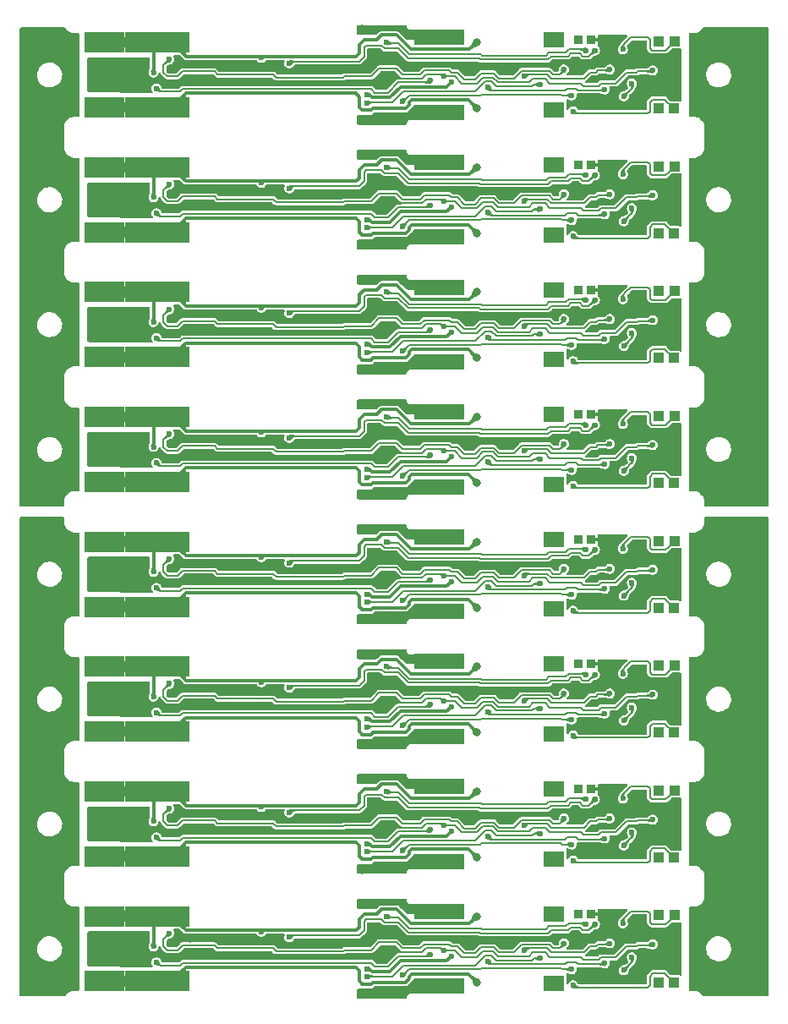
<source format=gbl>
G04 #@! TF.GenerationSoftware,KiCad,Pcbnew,7.0.7*
G04 #@! TF.CreationDate,2023-09-19T00:26:08+09:00*
G04 #@! TF.ProjectId,motordecoder2-k3066v3-p,6d6f746f-7264-4656-936f-646572322d6b,rev?*
G04 #@! TF.SameCoordinates,Original*
G04 #@! TF.FileFunction,Copper,L2,Bot*
G04 #@! TF.FilePolarity,Positive*
%FSLAX46Y46*%
G04 Gerber Fmt 4.6, Leading zero omitted, Abs format (unit mm)*
G04 Created by KiCad (PCBNEW 7.0.7) date 2023-09-19 00:26:08*
%MOMM*%
%LPD*%
G01*
G04 APERTURE LIST*
G04 #@! TA.AperFunction,ComponentPad*
%ADD10R,1.500000X1.500000*%
G04 #@! TD*
G04 #@! TA.AperFunction,SMDPad,CuDef*
%ADD11R,2.000000X1.500000*%
G04 #@! TD*
G04 #@! TA.AperFunction,ComponentPad*
%ADD12R,0.950000X0.950000*%
G04 #@! TD*
G04 #@! TA.AperFunction,ComponentPad*
%ADD13R,2.000000X1.500000*%
G04 #@! TD*
G04 #@! TA.AperFunction,ComponentPad*
%ADD14R,1.000000X1.000000*%
G04 #@! TD*
G04 #@! TA.AperFunction,SMDPad,CuDef*
%ADD15R,6.500000X2.000000*%
G04 #@! TD*
G04 #@! TA.AperFunction,ComponentPad*
%ADD16R,2.000000X2.000000*%
G04 #@! TD*
G04 #@! TA.AperFunction,ViaPad*
%ADD17C,1.000000*%
G04 #@! TD*
G04 #@! TA.AperFunction,ViaPad*
%ADD18C,0.800000*%
G04 #@! TD*
G04 #@! TA.AperFunction,ViaPad*
%ADD19C,0.600000*%
G04 #@! TD*
G04 #@! TA.AperFunction,Conductor*
%ADD20C,0.400000*%
G04 #@! TD*
G04 #@! TA.AperFunction,Conductor*
%ADD21C,0.500000*%
G04 #@! TD*
G04 #@! TA.AperFunction,Conductor*
%ADD22C,0.300000*%
G04 #@! TD*
G04 #@! TA.AperFunction,Conductor*
%ADD23C,0.200000*%
G04 #@! TD*
G04 #@! TA.AperFunction,Conductor*
%ADD24C,0.170000*%
G04 #@! TD*
G04 #@! TA.AperFunction,Conductor*
%ADD25C,0.180000*%
G04 #@! TD*
G04 APERTURE END LIST*
D10*
X151750000Y-45250000D03*
D11*
X153500000Y-45250000D03*
D10*
X155250000Y-45250000D03*
X151750000Y-52750000D03*
D11*
X153500000Y-52750000D03*
D10*
X155250000Y-52750000D03*
D12*
X167465000Y-45500000D03*
X168735000Y-45500000D03*
D13*
X165000000Y-45500000D03*
X165000000Y-52500000D03*
D14*
X177000000Y-52350000D03*
X175500000Y-52350000D03*
X177100000Y-45650000D03*
X175500000Y-45650000D03*
D15*
X125250000Y-45750000D03*
D16*
X121000000Y-45750000D03*
X119000000Y-45750000D03*
D15*
X125250000Y-52250000D03*
D16*
X121000000Y-52250000D03*
X119000000Y-52250000D03*
D13*
X165000000Y-58000000D03*
X165000000Y-83000000D03*
X165000000Y-95500000D03*
D14*
X175500000Y-95650000D03*
X177000000Y-102350000D03*
D10*
X151750000Y-65250000D03*
D11*
X153500000Y-65250000D03*
D10*
X155250000Y-65250000D03*
D13*
X165000000Y-65000000D03*
D10*
X151750000Y-140250000D03*
D11*
X153500000Y-140250000D03*
D10*
X155250000Y-140250000D03*
X151750000Y-115250000D03*
D11*
X153500000Y-115250000D03*
D10*
X155250000Y-115250000D03*
D14*
X177100000Y-70650000D03*
D10*
X151750000Y-127750000D03*
D11*
X153500000Y-127750000D03*
D10*
X155250000Y-127750000D03*
D14*
X177100000Y-133150000D03*
X175500000Y-127350000D03*
D10*
X151750000Y-82750000D03*
D11*
X153500000Y-82750000D03*
D10*
X155250000Y-82750000D03*
D15*
X125250000Y-127250000D03*
D16*
X121000000Y-127250000D03*
X119000000Y-127250000D03*
D14*
X175500000Y-64850000D03*
D15*
X125250000Y-133250000D03*
D16*
X121000000Y-133250000D03*
X119000000Y-133250000D03*
D12*
X167465000Y-70500000D03*
X168735000Y-70500000D03*
D14*
X175500000Y-114850000D03*
X175500000Y-102350000D03*
D15*
X125250000Y-120750000D03*
D16*
X121000000Y-120750000D03*
X119000000Y-120750000D03*
D14*
X177100000Y-58150000D03*
X177000000Y-89850000D03*
D15*
X125250000Y-108250000D03*
D16*
X121000000Y-108250000D03*
X119000000Y-108250000D03*
D10*
X151750000Y-120250000D03*
D11*
X153500000Y-120250000D03*
D10*
X155250000Y-120250000D03*
D14*
X175500000Y-139850000D03*
D10*
X151750000Y-77750000D03*
D11*
X153500000Y-77750000D03*
D10*
X155250000Y-77750000D03*
D12*
X167465000Y-108000000D03*
X168735000Y-108000000D03*
D14*
X177100000Y-95650000D03*
D12*
X167465000Y-83000000D03*
X168735000Y-83000000D03*
D10*
X151750000Y-90250000D03*
D11*
X153500000Y-90250000D03*
D10*
X155250000Y-90250000D03*
D14*
X175500000Y-120650000D03*
D15*
X125250000Y-83250000D03*
D16*
X121000000Y-83250000D03*
X119000000Y-83250000D03*
D14*
X177100000Y-108150000D03*
X177000000Y-114850000D03*
D15*
X125250000Y-77250000D03*
D16*
X121000000Y-77250000D03*
X119000000Y-77250000D03*
D14*
X175500000Y-133150000D03*
D15*
X125250000Y-139750000D03*
D16*
X121000000Y-139750000D03*
X119000000Y-139750000D03*
D10*
X151750000Y-70250000D03*
D11*
X153500000Y-70250000D03*
D10*
X155250000Y-70250000D03*
D14*
X177100000Y-120650000D03*
D10*
X151750000Y-57750000D03*
D11*
X153500000Y-57750000D03*
D10*
X155250000Y-57750000D03*
D13*
X165000000Y-115000000D03*
D14*
X177000000Y-64850000D03*
X175500000Y-108150000D03*
D15*
X125250000Y-70750000D03*
D16*
X121000000Y-70750000D03*
X119000000Y-70750000D03*
D13*
X165000000Y-127500000D03*
D14*
X175500000Y-89850000D03*
D15*
X125250000Y-102250000D03*
D16*
X121000000Y-102250000D03*
X119000000Y-102250000D03*
D14*
X175500000Y-83150000D03*
D12*
X167465000Y-120500000D03*
X168735000Y-120500000D03*
D14*
X177000000Y-127350000D03*
D13*
X165000000Y-90000000D03*
D14*
X175500000Y-58150000D03*
D13*
X165000000Y-120500000D03*
X165000000Y-77500000D03*
X165000000Y-108000000D03*
X165000000Y-70500000D03*
D14*
X175500000Y-77350000D03*
D13*
X165000000Y-102500000D03*
D10*
X151750000Y-107750000D03*
D11*
X153500000Y-107750000D03*
D10*
X155250000Y-107750000D03*
D14*
X177000000Y-77350000D03*
X177000000Y-139850000D03*
D15*
X125250000Y-114750000D03*
D16*
X121000000Y-114750000D03*
X119000000Y-114750000D03*
D12*
X167465000Y-133000000D03*
X168735000Y-133000000D03*
X167465000Y-95500000D03*
X168735000Y-95500000D03*
X167465000Y-58000000D03*
X168735000Y-58000000D03*
D13*
X165000000Y-140000000D03*
D15*
X125250000Y-58250000D03*
D16*
X121000000Y-58250000D03*
X119000000Y-58250000D03*
D10*
X151750000Y-102750000D03*
D11*
X153500000Y-102750000D03*
D10*
X155250000Y-102750000D03*
D14*
X177100000Y-83150000D03*
D15*
X125250000Y-89750000D03*
D16*
X121000000Y-89750000D03*
X119000000Y-89750000D03*
D14*
X175500000Y-70650000D03*
D15*
X125250000Y-64750000D03*
D16*
X121000000Y-64750000D03*
X119000000Y-64750000D03*
D10*
X151750000Y-132750000D03*
D11*
X153500000Y-132750000D03*
D10*
X155250000Y-132750000D03*
X151750000Y-95250000D03*
D11*
X153500000Y-95250000D03*
D10*
X155250000Y-95250000D03*
D13*
X165000000Y-133000000D03*
D15*
X125250000Y-95750000D03*
D16*
X121000000Y-95750000D03*
X119000000Y-95750000D03*
D17*
X145750000Y-69500000D03*
X145750000Y-132000000D03*
X145750000Y-82000000D03*
X145750000Y-94500000D03*
X145750000Y-57000000D03*
X145750000Y-119500000D03*
X145750000Y-107000000D03*
X145750000Y-44500000D03*
X145750000Y-141000000D03*
X145750000Y-53500000D03*
X145750000Y-66000000D03*
X145750000Y-91000000D03*
X145750000Y-116000000D03*
X145750000Y-78500000D03*
X145750000Y-103500000D03*
X145750000Y-128500000D03*
D18*
X127800000Y-45450000D03*
X127800000Y-46250000D03*
D19*
X124900000Y-61250000D03*
D18*
X157250000Y-45750000D03*
X157250000Y-70750000D03*
X157250000Y-83250000D03*
D19*
X124900000Y-86250000D03*
X135700000Y-47300000D03*
D18*
X127800000Y-132950000D03*
X127800000Y-95450000D03*
D19*
X135700000Y-134800000D03*
X124900000Y-73750000D03*
D18*
X127800000Y-120450000D03*
D19*
X135700000Y-72300000D03*
X135700000Y-84800000D03*
X124900000Y-111250000D03*
X124900000Y-136250000D03*
D18*
X157250000Y-58250000D03*
X127800000Y-133750000D03*
X127800000Y-96250000D03*
X127800000Y-57950000D03*
X127800000Y-58750000D03*
X157250000Y-95750000D03*
D19*
X135700000Y-109800000D03*
D18*
X127800000Y-83750000D03*
X127800000Y-70450000D03*
D19*
X124900000Y-123750000D03*
D18*
X157250000Y-133250000D03*
D19*
X124900000Y-48750000D03*
D18*
X127800000Y-108750000D03*
X127800000Y-71250000D03*
D19*
X135700000Y-59800000D03*
X135700000Y-122300000D03*
X135700000Y-97300000D03*
D18*
X127800000Y-121250000D03*
D19*
X124900000Y-98750000D03*
D18*
X127800000Y-107950000D03*
X127800000Y-82950000D03*
X157250000Y-120750000D03*
X157250000Y-108250000D03*
X127800000Y-52550000D03*
X127800000Y-51750000D03*
X127800000Y-89250000D03*
X127800000Y-102550000D03*
X127800000Y-115050000D03*
X157300000Y-89850000D03*
X157300000Y-64850000D03*
X157300000Y-127350000D03*
X157300000Y-114850000D03*
X127800000Y-65050000D03*
X127800000Y-64250000D03*
X157300000Y-139850000D03*
X127800000Y-101750000D03*
X157300000Y-77350000D03*
X127800000Y-139250000D03*
X127800000Y-76750000D03*
X157300000Y-102350000D03*
X127800000Y-114250000D03*
X127800000Y-140050000D03*
X127800000Y-127550000D03*
X127800000Y-77550000D03*
X127800000Y-126750000D03*
X127800000Y-90050000D03*
X157300000Y-52350000D03*
X130500000Y-49450000D03*
X147900000Y-49950000D03*
X147900000Y-49250000D03*
D19*
X148600000Y-49150000D03*
D17*
X128800000Y-49550000D03*
D18*
X122200000Y-49950000D03*
X121400000Y-112450000D03*
X121400000Y-49950000D03*
X122200000Y-112450000D03*
X147900000Y-74250000D03*
D19*
X174900000Y-123550000D03*
X154000000Y-49150000D03*
D18*
X121400000Y-62450000D03*
D19*
X174900000Y-61050000D03*
D18*
X122200000Y-74950000D03*
X121400000Y-87450000D03*
D17*
X128800000Y-62050000D03*
D19*
X154000000Y-111650000D03*
X148600000Y-74150000D03*
X154000000Y-124150000D03*
X148600000Y-61650000D03*
D18*
X130500000Y-86950000D03*
X147900000Y-137450000D03*
X130500000Y-111950000D03*
X121400000Y-124950000D03*
D17*
X128800000Y-137050000D03*
D18*
X122200000Y-124950000D03*
X147900000Y-62450000D03*
X130500000Y-124450000D03*
X147900000Y-87450000D03*
D19*
X144300000Y-74750000D03*
D18*
X130500000Y-99450000D03*
D19*
X154000000Y-74150000D03*
D18*
X147900000Y-74950000D03*
X130500000Y-61950000D03*
D19*
X144300000Y-87250000D03*
X148600000Y-99150000D03*
X144300000Y-112250000D03*
X174900000Y-86050000D03*
D17*
X128800000Y-74550000D03*
X128800000Y-124550000D03*
D19*
X174900000Y-98550000D03*
X148600000Y-111650000D03*
D18*
X147900000Y-86750000D03*
D19*
X144300000Y-49750000D03*
D18*
X147900000Y-112450000D03*
D19*
X174900000Y-73550000D03*
D18*
X130500000Y-136950000D03*
D19*
X154000000Y-86650000D03*
X154000000Y-99150000D03*
X148600000Y-124150000D03*
X144300000Y-124750000D03*
X144300000Y-99750000D03*
X174900000Y-111050000D03*
X148600000Y-86650000D03*
D18*
X121400000Y-99950000D03*
X122200000Y-62450000D03*
X121400000Y-74950000D03*
X147900000Y-111750000D03*
D19*
X154000000Y-61650000D03*
D17*
X128800000Y-87050000D03*
D19*
X154000000Y-136650000D03*
X144300000Y-137250000D03*
D18*
X121400000Y-137450000D03*
X122200000Y-137450000D03*
X147900000Y-136750000D03*
D19*
X148600000Y-136650000D03*
D18*
X130500000Y-74450000D03*
D17*
X128800000Y-112050000D03*
D18*
X147900000Y-124950000D03*
D19*
X174900000Y-48550000D03*
X174900000Y-136050000D03*
D18*
X147900000Y-61750000D03*
D17*
X128800000Y-99550000D03*
D19*
X144300000Y-62250000D03*
D18*
X147900000Y-99250000D03*
X122200000Y-99950000D03*
X122200000Y-87450000D03*
X147900000Y-124250000D03*
X147900000Y-99950000D03*
D19*
X132100000Y-47800000D03*
D18*
X142600000Y-48450000D03*
D19*
X130100000Y-47850000D03*
D18*
X128600000Y-47950000D03*
D19*
X168800000Y-49450000D03*
X167800000Y-48550000D03*
X172400000Y-98050000D03*
X167100000Y-64350000D03*
X157600000Y-48150000D03*
X176600000Y-62850000D03*
D18*
X160375000Y-73250000D03*
D19*
X172400000Y-123050000D03*
X168800000Y-99450000D03*
X158900000Y-85650000D03*
X168800000Y-86950000D03*
X167100000Y-126850000D03*
D18*
X128600000Y-135450000D03*
D19*
X167800000Y-98550000D03*
D18*
X160375000Y-48250000D03*
D19*
X157600000Y-98150000D03*
D18*
X146500000Y-135750000D03*
X128600000Y-60450000D03*
D19*
X168800000Y-74450000D03*
D18*
X160375000Y-123250000D03*
D19*
X158900000Y-48150000D03*
X130100000Y-135350000D03*
D18*
X128600000Y-110450000D03*
X142600000Y-60950000D03*
D19*
X167100000Y-51850000D03*
X126700000Y-135950000D03*
D18*
X142600000Y-73450000D03*
X146500000Y-123250000D03*
D19*
X130100000Y-110350000D03*
X172400000Y-48050000D03*
X130100000Y-85350000D03*
D18*
X160375000Y-85750000D03*
D19*
X167800000Y-136050000D03*
X167100000Y-139350000D03*
D18*
X128600000Y-72950000D03*
D19*
X167800000Y-73550000D03*
X176600000Y-137850000D03*
X157600000Y-85650000D03*
X158900000Y-98150000D03*
X167800000Y-61050000D03*
X132100000Y-122800000D03*
X176600000Y-50350000D03*
X126700000Y-98450000D03*
X158900000Y-60650000D03*
X167800000Y-111050000D03*
D18*
X142600000Y-110950000D03*
X146500000Y-110750000D03*
D19*
X132100000Y-135300000D03*
X168800000Y-111950000D03*
X157600000Y-60650000D03*
D18*
X160375000Y-60750000D03*
D19*
X172400000Y-73050000D03*
X130100000Y-97850000D03*
D18*
X146500000Y-73250000D03*
D19*
X158900000Y-110650000D03*
D18*
X142600000Y-85950000D03*
X160375000Y-98250000D03*
X146500000Y-85750000D03*
D19*
X126700000Y-123450000D03*
D18*
X142600000Y-98450000D03*
X142600000Y-135950000D03*
D19*
X167800000Y-86050000D03*
X168800000Y-61950000D03*
X176600000Y-112850000D03*
X132100000Y-110300000D03*
D18*
X160375000Y-110750000D03*
X128600000Y-97950000D03*
X146500000Y-98250000D03*
D19*
X126700000Y-60950000D03*
X172400000Y-135550000D03*
X172400000Y-110550000D03*
X158900000Y-123150000D03*
X130100000Y-72850000D03*
D18*
X128600000Y-122950000D03*
D19*
X167100000Y-114350000D03*
X157600000Y-110650000D03*
D18*
X160375000Y-135750000D03*
D19*
X168800000Y-136950000D03*
X176600000Y-75350000D03*
X130100000Y-60350000D03*
X172400000Y-60550000D03*
X126700000Y-85950000D03*
X126700000Y-110950000D03*
X176600000Y-87850000D03*
D18*
X146500000Y-48250000D03*
D19*
X167100000Y-89350000D03*
D18*
X128600000Y-85450000D03*
D19*
X157600000Y-73150000D03*
D18*
X146500000Y-60750000D03*
D19*
X126700000Y-73450000D03*
X157600000Y-135650000D03*
X158900000Y-135650000D03*
X126700000Y-48450000D03*
X130100000Y-122850000D03*
X176600000Y-125350000D03*
X176600000Y-100350000D03*
X132100000Y-72800000D03*
X168800000Y-124450000D03*
D18*
X142600000Y-123450000D03*
D19*
X158900000Y-73150000D03*
X132100000Y-97800000D03*
X157600000Y-123150000D03*
X167800000Y-123550000D03*
X172400000Y-85550000D03*
X167100000Y-101850000D03*
X132100000Y-85300000D03*
X132100000Y-60300000D03*
X167100000Y-76850000D03*
X154700000Y-49750000D03*
X146250000Y-75989997D03*
X154700000Y-99750000D03*
X154700000Y-124750000D03*
X146250000Y-125989997D03*
X154700000Y-137250000D03*
X146250000Y-50989997D03*
X154700000Y-87250000D03*
X146250000Y-113489997D03*
X154700000Y-112250000D03*
X146250000Y-138489997D03*
X146250000Y-63489997D03*
X146250000Y-88489997D03*
X154700000Y-74750000D03*
X154700000Y-62250000D03*
X146250000Y-100989997D03*
X166900000Y-127650000D03*
X166900000Y-140150000D03*
X166900000Y-115150000D03*
X166900000Y-52650000D03*
X166900000Y-65150000D03*
X166900000Y-102650000D03*
X166900000Y-77650000D03*
X166900000Y-90150000D03*
X171900000Y-83950000D03*
X171900000Y-133950000D03*
X171900000Y-121450000D03*
X171900000Y-96450000D03*
X171900000Y-71450000D03*
X171900000Y-46450000D03*
X171900000Y-58950000D03*
X171900000Y-108950000D03*
X148250000Y-70750000D03*
X168200000Y-71550000D03*
X168200000Y-59050000D03*
X168200000Y-84050000D03*
X148250000Y-120750000D03*
X148250000Y-45750000D03*
X148250000Y-95750000D03*
X148250000Y-58250000D03*
X148250000Y-108250000D03*
X148250000Y-83250000D03*
X168200000Y-121550000D03*
X168200000Y-96550000D03*
X168200000Y-46550000D03*
X148250000Y-133250000D03*
X168200000Y-109050000D03*
X168200000Y-134050000D03*
X149800000Y-51650000D03*
X149800000Y-76650000D03*
X166800000Y-138550000D03*
X166800000Y-63550000D03*
X166800000Y-126050000D03*
X166800000Y-88550000D03*
X149800000Y-114150000D03*
X166800000Y-76050000D03*
X149800000Y-89150000D03*
X149800000Y-64150000D03*
X166800000Y-101050000D03*
X149800000Y-101650000D03*
X149800000Y-126650000D03*
X166800000Y-113550000D03*
X166800000Y-51050000D03*
X149800000Y-139150000D03*
X152600000Y-49550000D03*
X125200000Y-50350000D03*
X125200000Y-62850000D03*
X125200000Y-100350000D03*
X125200000Y-75350000D03*
X152600000Y-112050000D03*
X152600000Y-124550000D03*
X125200000Y-87850000D03*
X152600000Y-137050000D03*
X152600000Y-74550000D03*
X152600000Y-99550000D03*
X152600000Y-87050000D03*
X125200000Y-137850000D03*
X125200000Y-112850000D03*
X152600000Y-62050000D03*
X125200000Y-125350000D03*
X146250000Y-89300000D03*
X163600000Y-124950000D03*
X163600000Y-137450000D03*
X146250000Y-139300000D03*
X163600000Y-112450000D03*
X163600000Y-87450000D03*
X146250000Y-101800000D03*
X163600000Y-62450000D03*
X146250000Y-64300000D03*
X146250000Y-51800000D03*
X146250000Y-114300000D03*
X163600000Y-74950000D03*
X163600000Y-99950000D03*
X146250000Y-126800000D03*
X163600000Y-49950000D03*
X146250000Y-76800000D03*
X138500000Y-47850000D03*
X169100000Y-134050000D03*
X169100000Y-59050000D03*
X169100000Y-109050000D03*
X169100000Y-121550000D03*
X138500000Y-122850000D03*
X138500000Y-110350000D03*
X169100000Y-46550000D03*
X138500000Y-135350000D03*
X138500000Y-85350000D03*
X138500000Y-72850000D03*
X169100000Y-71550000D03*
X138500000Y-97850000D03*
X138500000Y-60350000D03*
X169100000Y-84050000D03*
X169100000Y-96550000D03*
X170600000Y-85950000D03*
X170600000Y-60950000D03*
X162000000Y-86650000D03*
X162000000Y-136650000D03*
X162000000Y-124150000D03*
X162000000Y-99150000D03*
X170600000Y-110950000D03*
X162000000Y-61650000D03*
X170600000Y-73450000D03*
X170600000Y-135950000D03*
X162000000Y-74150000D03*
X170600000Y-123450000D03*
X162000000Y-111650000D03*
X162000000Y-49150000D03*
X170600000Y-48450000D03*
X170600000Y-98450000D03*
X126500000Y-72450000D03*
X166000000Y-60950000D03*
X166000000Y-73450000D03*
X126500000Y-97450000D03*
X126500000Y-122450000D03*
X166000000Y-85950000D03*
X166000000Y-123450000D03*
X126500000Y-109950000D03*
X126500000Y-84950000D03*
X126500000Y-134950000D03*
X126500000Y-59950000D03*
X166000000Y-135950000D03*
X166000000Y-98450000D03*
X126500000Y-47450000D03*
X166000000Y-110950000D03*
X166000000Y-48450000D03*
X172000000Y-138650000D03*
X172000000Y-63650000D03*
X172800000Y-112350000D03*
X172800000Y-99850000D03*
X172800000Y-62350000D03*
X172800000Y-87350000D03*
X172000000Y-88650000D03*
X172800000Y-137350000D03*
X172000000Y-113650000D03*
X172800000Y-74850000D03*
X172800000Y-49850000D03*
X172000000Y-51150000D03*
X172000000Y-126150000D03*
X172000000Y-76150000D03*
X172000000Y-101150000D03*
X172800000Y-124850000D03*
X158400000Y-50250000D03*
X158400000Y-125250000D03*
X170100000Y-125450000D03*
X170100000Y-137950000D03*
X158400000Y-112750000D03*
X170100000Y-62950000D03*
X170100000Y-50450000D03*
X158400000Y-137750000D03*
X158400000Y-87750000D03*
X158400000Y-62750000D03*
X170100000Y-100450000D03*
X170100000Y-112950000D03*
X158400000Y-75250000D03*
X158400000Y-100250000D03*
X170100000Y-75450000D03*
X170100000Y-87950000D03*
D20*
X146000000Y-106750000D02*
X149500000Y-106750000D01*
D21*
X153500000Y-45250000D02*
X155250000Y-45250000D01*
D20*
X146000000Y-44250000D02*
X149500000Y-44250000D01*
X150200000Y-82450000D02*
X151450000Y-82450000D01*
D21*
X151750000Y-57750000D02*
X153500000Y-57750000D01*
D20*
X151450000Y-132450000D02*
X151750000Y-132750000D01*
X151450000Y-82450000D02*
X151750000Y-82750000D01*
X146000000Y-81750000D02*
X149500000Y-81750000D01*
D21*
X151750000Y-132750000D02*
X153500000Y-132750000D01*
D20*
X145750000Y-107000000D02*
X146000000Y-106750000D01*
X150200000Y-119950000D02*
X151450000Y-119950000D01*
X151250000Y-94750000D02*
X151750000Y-95250000D01*
D21*
X153500000Y-82750000D02*
X155250000Y-82750000D01*
D20*
X145750000Y-82000000D02*
X146000000Y-81750000D01*
X151250000Y-57250000D02*
X151750000Y-57750000D01*
X145750000Y-132000000D02*
X146000000Y-131750000D01*
X146000000Y-131750000D02*
X149500000Y-131750000D01*
X150200000Y-94950000D02*
X151450000Y-94950000D01*
X150200000Y-69950000D02*
X151450000Y-69950000D01*
D21*
X153500000Y-107750000D02*
X155250000Y-107750000D01*
D20*
X145750000Y-57000000D02*
X146000000Y-56750000D01*
X151450000Y-94950000D02*
X151750000Y-95250000D01*
X149500000Y-44250000D02*
X150200000Y-44950000D01*
X146000000Y-119250000D02*
X149500000Y-119250000D01*
D21*
X151750000Y-107750000D02*
X153500000Y-107750000D01*
D20*
X150200000Y-132450000D02*
X151450000Y-132450000D01*
D21*
X153500000Y-95250000D02*
X155250000Y-95250000D01*
X153500000Y-57750000D02*
X155250000Y-57750000D01*
X153500000Y-70250000D02*
X155250000Y-70250000D01*
D20*
X151450000Y-107450000D02*
X151750000Y-107750000D01*
D21*
X151750000Y-120250000D02*
X153500000Y-120250000D01*
D20*
X146000000Y-94250000D02*
X149500000Y-94250000D01*
X150200000Y-57450000D02*
X151450000Y-57450000D01*
D21*
X151750000Y-70250000D02*
X153500000Y-70250000D01*
D20*
X149500000Y-106750000D02*
X150200000Y-107450000D01*
X151250000Y-119750000D02*
X151750000Y-120250000D01*
D21*
X153500000Y-120250000D02*
X155250000Y-120250000D01*
D20*
X145750000Y-44500000D02*
X146000000Y-44250000D01*
X149500000Y-69250000D02*
X150200000Y-69950000D01*
X149500000Y-94250000D02*
X150200000Y-94950000D01*
X150200000Y-107450000D02*
X151450000Y-107450000D01*
X151250000Y-82250000D02*
X151750000Y-82750000D01*
X151450000Y-44950000D02*
X151750000Y-45250000D01*
X151250000Y-107250000D02*
X151750000Y-107750000D01*
X151250000Y-132250000D02*
X151750000Y-132750000D01*
X151450000Y-119950000D02*
X151750000Y-120250000D01*
X145750000Y-94500000D02*
X146000000Y-94250000D01*
X145750000Y-69500000D02*
X146000000Y-69250000D01*
X151450000Y-57450000D02*
X151750000Y-57750000D01*
D21*
X151750000Y-95250000D02*
X153500000Y-95250000D01*
D20*
X150200000Y-44950000D02*
X151450000Y-44950000D01*
X151250000Y-44750000D02*
X151750000Y-45250000D01*
X146000000Y-69250000D02*
X149500000Y-69250000D01*
D21*
X151750000Y-82750000D02*
X153500000Y-82750000D01*
D20*
X149500000Y-56750000D02*
X150200000Y-57450000D01*
X151450000Y-69950000D02*
X151750000Y-70250000D01*
X149500000Y-119250000D02*
X150200000Y-119950000D01*
D21*
X153500000Y-132750000D02*
X155250000Y-132750000D01*
X151750000Y-45250000D02*
X153500000Y-45250000D01*
D20*
X145750000Y-119500000D02*
X146000000Y-119250000D01*
X151250000Y-69750000D02*
X151750000Y-70250000D01*
X146000000Y-56750000D02*
X149500000Y-56750000D01*
X149500000Y-131750000D02*
X150200000Y-132450000D01*
X149500000Y-81750000D02*
X150200000Y-82450000D01*
D22*
X149250000Y-78250000D02*
X149000000Y-78500000D01*
D20*
X153500000Y-77750000D02*
X151250000Y-77750000D01*
D22*
X149250000Y-103250000D02*
X149000000Y-103500000D01*
D20*
X146000000Y-128750000D02*
X145750000Y-128500000D01*
D22*
X151300000Y-65750000D02*
X149250000Y-65750000D01*
X147750000Y-66000000D02*
X145750000Y-66000000D01*
X149000000Y-78500000D02*
X147750000Y-78500000D01*
X151300000Y-53250000D02*
X149250000Y-53250000D01*
D20*
X146000000Y-53750000D02*
X145750000Y-53500000D01*
X153500000Y-65250000D02*
X155250000Y-65250000D01*
X151750000Y-77750000D02*
X153500000Y-77750000D01*
X153500000Y-115250000D02*
X151250000Y-115250000D01*
X153500000Y-102750000D02*
X151250000Y-102750000D01*
D22*
X149250000Y-115750000D02*
X149000000Y-116000000D01*
D20*
X146000000Y-66250000D02*
X145750000Y-66000000D01*
X153500000Y-127750000D02*
X155250000Y-127750000D01*
X153500000Y-90250000D02*
X151250000Y-90250000D01*
D22*
X149000000Y-53500000D02*
X147750000Y-53500000D01*
D20*
X153500000Y-127750000D02*
X151250000Y-127750000D01*
X153500000Y-52750000D02*
X151250000Y-52750000D01*
X146000000Y-141250000D02*
X145750000Y-141000000D01*
X153500000Y-77750000D02*
X155250000Y-77750000D01*
D22*
X149250000Y-65750000D02*
X149000000Y-66000000D01*
D20*
X151750000Y-52750000D02*
X153500000Y-52750000D01*
X151750000Y-115250000D02*
X153500000Y-115250000D01*
X146000000Y-78750000D02*
X145750000Y-78500000D01*
D22*
X149000000Y-66000000D02*
X147750000Y-66000000D01*
D20*
X153500000Y-52750000D02*
X155250000Y-52750000D01*
D22*
X151300000Y-90750000D02*
X149250000Y-90750000D01*
D20*
X153500000Y-65250000D02*
X151250000Y-65250000D01*
D22*
X151300000Y-128250000D02*
X149250000Y-128250000D01*
D20*
X151750000Y-140250000D02*
X153500000Y-140250000D01*
X151750000Y-127750000D02*
X153500000Y-127750000D01*
D22*
X147750000Y-53500000D02*
X145750000Y-53500000D01*
X149250000Y-90750000D02*
X149000000Y-91000000D01*
X151300000Y-78250000D02*
X149250000Y-78250000D01*
X149000000Y-91000000D02*
X147750000Y-91000000D01*
X151300000Y-103250000D02*
X149250000Y-103250000D01*
X149000000Y-128500000D02*
X147750000Y-128500000D01*
X149000000Y-103500000D02*
X147750000Y-103500000D01*
D20*
X153500000Y-102750000D02*
X155250000Y-102750000D01*
X153500000Y-140250000D02*
X151250000Y-140250000D01*
D22*
X149000000Y-116000000D02*
X147750000Y-116000000D01*
X149000000Y-141000000D02*
X147750000Y-141000000D01*
X147750000Y-141000000D02*
X145750000Y-141000000D01*
X149250000Y-140750000D02*
X149000000Y-141000000D01*
X149250000Y-128250000D02*
X149000000Y-128500000D01*
D20*
X151750000Y-90250000D02*
X153500000Y-90250000D01*
D22*
X147750000Y-91000000D02*
X145750000Y-91000000D01*
D20*
X153500000Y-115250000D02*
X155250000Y-115250000D01*
D22*
X147750000Y-103500000D02*
X145750000Y-103500000D01*
X147750000Y-78500000D02*
X145750000Y-78500000D01*
D20*
X146000000Y-103750000D02*
X145750000Y-103500000D01*
X146000000Y-116250000D02*
X145750000Y-116000000D01*
D22*
X147750000Y-116000000D02*
X145750000Y-116000000D01*
D20*
X153500000Y-140250000D02*
X155250000Y-140250000D01*
X151750000Y-102750000D02*
X153500000Y-102750000D01*
D22*
X151300000Y-115750000D02*
X149250000Y-115750000D01*
D20*
X153500000Y-90250000D02*
X155250000Y-90250000D01*
X146000000Y-91250000D02*
X145750000Y-91000000D01*
D22*
X149250000Y-53250000D02*
X149000000Y-53500000D01*
D20*
X151750000Y-65250000D02*
X153500000Y-65250000D01*
D22*
X151300000Y-140750000D02*
X149250000Y-140750000D01*
X147750000Y-128500000D02*
X145750000Y-128500000D01*
X126750000Y-108250000D02*
X128125000Y-109625000D01*
X146000000Y-45500000D02*
X145500000Y-46000000D01*
X145200000Y-134650000D02*
X137600000Y-134650000D01*
X145500000Y-46000000D02*
X145500000Y-46850000D01*
X124900000Y-61250000D02*
X124900000Y-58600000D01*
X137100000Y-47150000D02*
X136890869Y-47150000D01*
X137100000Y-134650000D02*
X136890869Y-134650000D01*
X147250000Y-58000000D02*
X146000000Y-58000000D01*
X126750000Y-95750000D02*
X128125000Y-97125000D01*
X147250000Y-95500000D02*
X146000000Y-95500000D01*
X125500000Y-58250000D02*
X127490869Y-58250000D01*
D23*
X135900000Y-109800000D02*
X136050000Y-109650000D01*
D22*
X136000000Y-122150000D02*
X135400000Y-122150000D01*
X124900000Y-111250000D02*
X124900000Y-108600000D01*
D23*
X135900000Y-97300000D02*
X136050000Y-97150000D01*
D22*
X137100000Y-122150000D02*
X136000000Y-122150000D01*
D21*
X121000000Y-58250000D02*
X125500000Y-58250000D01*
D22*
X145200000Y-72150000D02*
X137600000Y-72150000D01*
D23*
X135700000Y-109800000D02*
X135850000Y-109800000D01*
D22*
X137100000Y-97150000D02*
X136890869Y-97150000D01*
D23*
X135900000Y-72300000D02*
X136050000Y-72150000D01*
D22*
X135400000Y-97150000D02*
X128150000Y-97150000D01*
X150700000Y-121450000D02*
X149250000Y-120000000D01*
X135400000Y-47150000D02*
X128150000Y-47150000D01*
X128000000Y-97000000D02*
X128000000Y-96750000D01*
X150700000Y-133950000D02*
X149250000Y-132500000D01*
X124900000Y-48750000D02*
X124900000Y-46100000D01*
X145500000Y-96850000D02*
X145200000Y-97150000D01*
X128150000Y-109650000D02*
X128125000Y-109625000D01*
D23*
X135700000Y-134800000D02*
X135550000Y-134800000D01*
D22*
X149250000Y-120000000D02*
X147750000Y-120000000D01*
D23*
X135900000Y-122300000D02*
X136050000Y-122150000D01*
X135700000Y-134800000D02*
X135850000Y-134800000D01*
D22*
X145200000Y-47150000D02*
X137600000Y-47150000D01*
D23*
X135700000Y-84800000D02*
X135850000Y-84800000D01*
X135500000Y-84800000D02*
X135350000Y-84650000D01*
D22*
X147250000Y-120500000D02*
X146000000Y-120500000D01*
X137100000Y-84650000D02*
X136890869Y-84650000D01*
X136000000Y-97150000D02*
X135400000Y-97150000D01*
X147250000Y-83000000D02*
X146000000Y-83000000D01*
X157250000Y-83250000D02*
X156550000Y-83950000D01*
D23*
X135700000Y-59800000D02*
X135850000Y-59800000D01*
X135700000Y-59800000D02*
X135550000Y-59800000D01*
D22*
X137600000Y-84650000D02*
X137100000Y-84650000D01*
X125500000Y-108250000D02*
X127490869Y-108250000D01*
X147750000Y-132500000D02*
X147250000Y-133000000D01*
X156550000Y-108950000D02*
X150700000Y-108950000D01*
D23*
X135700000Y-122300000D02*
X135850000Y-122300000D01*
D22*
X145500000Y-59350000D02*
X145200000Y-59650000D01*
D21*
X121000000Y-95750000D02*
X125500000Y-95750000D01*
D22*
X145500000Y-121000000D02*
X145500000Y-121850000D01*
X147250000Y-45500000D02*
X146000000Y-45500000D01*
X137600000Y-72150000D02*
X137100000Y-72150000D01*
X149250000Y-132500000D02*
X147750000Y-132500000D01*
X126750000Y-133250000D02*
X128125000Y-134625000D01*
X157250000Y-108250000D02*
X156550000Y-108950000D01*
X125500000Y-95750000D02*
X127490869Y-95750000D01*
X137100000Y-72150000D02*
X136000000Y-72150000D01*
D23*
X135700000Y-97300000D02*
X135850000Y-97300000D01*
D22*
X125500000Y-120750000D02*
X127490869Y-120750000D01*
X137100000Y-47150000D02*
X136000000Y-47150000D01*
X128150000Y-97150000D02*
X128125000Y-97125000D01*
X137600000Y-109650000D02*
X137100000Y-109650000D01*
X125500000Y-133250000D02*
X127490869Y-133250000D01*
X150700000Y-58950000D02*
X149250000Y-57500000D01*
X128000000Y-122000000D02*
X128000000Y-121750000D01*
X128000000Y-59500000D02*
X128000000Y-59250000D01*
X146000000Y-108000000D02*
X145500000Y-108500000D01*
X146000000Y-120500000D02*
X145500000Y-121000000D01*
X156550000Y-133950000D02*
X150700000Y-133950000D01*
X135400000Y-59650000D02*
X128150000Y-59650000D01*
X156550000Y-83950000D02*
X150700000Y-83950000D01*
X135400000Y-134650000D02*
X128150000Y-134650000D01*
X135400000Y-72150000D02*
X128150000Y-72150000D01*
X135400000Y-109650000D02*
X128150000Y-109650000D01*
X124900000Y-58600000D02*
X125250000Y-58250000D01*
X137100000Y-59650000D02*
X136890869Y-59650000D01*
X124900000Y-96100000D02*
X125250000Y-95750000D01*
X156550000Y-96450000D02*
X150700000Y-96450000D01*
X135400000Y-122150000D02*
X128150000Y-122150000D01*
D23*
X135500000Y-59800000D02*
X135350000Y-59650000D01*
D22*
X124900000Y-121100000D02*
X125250000Y-120750000D01*
X137100000Y-134650000D02*
X136000000Y-134650000D01*
X145500000Y-83500000D02*
X145500000Y-84350000D01*
X136000000Y-72150000D02*
X135400000Y-72150000D01*
D21*
X121000000Y-120750000D02*
X125500000Y-120750000D01*
D23*
X135500000Y-122300000D02*
X135350000Y-122150000D01*
D22*
X124900000Y-133600000D02*
X125250000Y-133250000D01*
X150700000Y-71450000D02*
X149250000Y-70000000D01*
X146000000Y-83000000D02*
X145500000Y-83500000D01*
X137100000Y-109650000D02*
X136890869Y-109650000D01*
X124900000Y-46100000D02*
X125250000Y-45750000D01*
X128150000Y-59650000D02*
X128125000Y-59625000D01*
D23*
X135700000Y-47300000D02*
X135550000Y-47300000D01*
X135700000Y-72300000D02*
X135850000Y-72300000D01*
D22*
X156550000Y-121450000D02*
X150700000Y-121450000D01*
X145200000Y-84650000D02*
X137600000Y-84650000D01*
X147750000Y-107500000D02*
X147250000Y-108000000D01*
D23*
X135900000Y-59800000D02*
X136050000Y-59650000D01*
D22*
X157250000Y-133250000D02*
X156550000Y-133950000D01*
X145500000Y-96000000D02*
X145500000Y-96850000D01*
D23*
X135700000Y-84800000D02*
X135550000Y-84800000D01*
D22*
X147250000Y-108000000D02*
X146000000Y-108000000D01*
X157250000Y-58250000D02*
X156550000Y-58950000D01*
X124900000Y-123750000D02*
X124900000Y-121100000D01*
X157250000Y-70750000D02*
X156550000Y-71450000D01*
X156550000Y-71450000D02*
X150700000Y-71450000D01*
X124900000Y-71100000D02*
X125250000Y-70750000D01*
X156550000Y-46450000D02*
X150700000Y-46450000D01*
X157250000Y-45750000D02*
X156550000Y-46450000D01*
X147750000Y-82500000D02*
X147250000Y-83000000D01*
D23*
X135500000Y-134800000D02*
X135350000Y-134650000D01*
D22*
X145200000Y-109650000D02*
X137600000Y-109650000D01*
X128000000Y-72000000D02*
X128000000Y-71750000D01*
X124900000Y-73750000D02*
X124900000Y-71100000D01*
X128150000Y-134650000D02*
X128125000Y-134625000D01*
X145500000Y-46850000D02*
X145200000Y-47150000D01*
X145200000Y-97150000D02*
X137600000Y-97150000D01*
X147750000Y-95000000D02*
X147250000Y-95500000D01*
X126750000Y-83250000D02*
X128125000Y-84625000D01*
X128000000Y-84500000D02*
X128000000Y-84250000D01*
X136000000Y-59650000D02*
X135400000Y-59650000D01*
X150700000Y-96450000D02*
X149250000Y-95000000D01*
X137600000Y-122150000D02*
X137100000Y-122150000D01*
X137600000Y-97150000D02*
X137100000Y-97150000D01*
X156550000Y-58950000D02*
X150700000Y-58950000D01*
D21*
X121000000Y-70750000D02*
X125500000Y-70750000D01*
D22*
X149250000Y-95000000D02*
X147750000Y-95000000D01*
X126750000Y-120750000D02*
X128125000Y-122125000D01*
X147750000Y-57500000D02*
X147250000Y-58000000D01*
X128150000Y-84650000D02*
X128125000Y-84625000D01*
X137100000Y-97150000D02*
X136000000Y-97150000D01*
X145500000Y-71850000D02*
X145200000Y-72150000D01*
D23*
X135700000Y-72300000D02*
X135550000Y-72300000D01*
D22*
X145200000Y-122150000D02*
X137600000Y-122150000D01*
D23*
X135500000Y-47300000D02*
X135350000Y-47150000D01*
D22*
X125500000Y-45750000D02*
X127490869Y-45750000D01*
X146000000Y-70500000D02*
X145500000Y-71000000D01*
X145500000Y-84350000D02*
X145200000Y-84650000D01*
X136000000Y-109650000D02*
X135400000Y-109650000D01*
X137100000Y-109650000D02*
X136000000Y-109650000D01*
D23*
X135900000Y-134800000D02*
X136050000Y-134650000D01*
X135500000Y-97300000D02*
X135350000Y-97150000D01*
D22*
X145500000Y-121850000D02*
X145200000Y-122150000D01*
X157250000Y-95750000D02*
X156550000Y-96450000D01*
X137600000Y-47150000D02*
X137100000Y-47150000D01*
X135400000Y-84650000D02*
X128150000Y-84650000D01*
X128000000Y-47000000D02*
X128000000Y-46750000D01*
X128150000Y-47150000D02*
X128125000Y-47125000D01*
X147750000Y-45000000D02*
X147250000Y-45500000D01*
D21*
X121000000Y-45750000D02*
X125500000Y-45750000D01*
D22*
X150700000Y-108950000D02*
X149250000Y-107500000D01*
D21*
X121000000Y-133250000D02*
X125500000Y-133250000D01*
D23*
X135700000Y-47300000D02*
X135850000Y-47300000D01*
D22*
X126750000Y-58250000D02*
X128125000Y-59625000D01*
D21*
X121000000Y-108250000D02*
X125500000Y-108250000D01*
D22*
X124900000Y-83600000D02*
X125250000Y-83250000D01*
D23*
X135700000Y-122300000D02*
X135550000Y-122300000D01*
D22*
X149250000Y-57500000D02*
X147750000Y-57500000D01*
X128150000Y-122150000D02*
X128125000Y-122125000D01*
X124900000Y-86250000D02*
X124900000Y-83600000D01*
X145500000Y-58500000D02*
X145500000Y-59350000D01*
X149250000Y-70000000D02*
X147750000Y-70000000D01*
X124900000Y-98750000D02*
X124900000Y-96100000D01*
X147750000Y-70000000D02*
X147250000Y-70500000D01*
X124900000Y-136250000D02*
X124900000Y-133600000D01*
X145500000Y-134350000D02*
X145200000Y-134650000D01*
X137100000Y-59650000D02*
X136000000Y-59650000D01*
X145500000Y-108500000D02*
X145500000Y-109350000D01*
X125500000Y-83250000D02*
X127490869Y-83250000D01*
X128000000Y-134500000D02*
X128000000Y-134250000D01*
X146000000Y-58000000D02*
X145500000Y-58500000D01*
X146000000Y-95500000D02*
X145500000Y-96000000D01*
X145500000Y-133500000D02*
X145500000Y-134350000D01*
X145200000Y-59650000D02*
X137600000Y-59650000D01*
X149250000Y-107500000D02*
X147750000Y-107500000D01*
X126750000Y-45750000D02*
X128125000Y-47125000D01*
X137100000Y-72150000D02*
X136890869Y-72150000D01*
D23*
X135700000Y-109800000D02*
X135550000Y-109800000D01*
D22*
X137600000Y-134650000D02*
X137100000Y-134650000D01*
X124900000Y-108600000D02*
X125250000Y-108250000D01*
X147250000Y-70500000D02*
X146000000Y-70500000D01*
X147250000Y-133000000D02*
X146000000Y-133000000D01*
X126750000Y-70750000D02*
X128125000Y-72125000D01*
X136000000Y-47150000D02*
X135400000Y-47150000D01*
X128150000Y-72150000D02*
X128125000Y-72125000D01*
X157250000Y-120750000D02*
X156550000Y-121450000D01*
D23*
X135900000Y-84800000D02*
X136050000Y-84650000D01*
D22*
X137100000Y-84650000D02*
X136000000Y-84650000D01*
D21*
X121000000Y-83250000D02*
X125500000Y-83250000D01*
D22*
X137600000Y-59650000D02*
X137100000Y-59650000D01*
X145500000Y-109350000D02*
X145200000Y-109650000D01*
D23*
X135700000Y-97300000D02*
X135550000Y-97300000D01*
D22*
X136000000Y-84650000D02*
X135400000Y-84650000D01*
X128000000Y-109500000D02*
X128000000Y-109250000D01*
X150700000Y-83950000D02*
X149250000Y-82500000D01*
X149250000Y-45000000D02*
X147750000Y-45000000D01*
D23*
X135500000Y-109800000D02*
X135350000Y-109650000D01*
D22*
X150700000Y-46450000D02*
X149250000Y-45000000D01*
X137100000Y-122150000D02*
X136890869Y-122150000D01*
X149250000Y-82500000D02*
X147750000Y-82500000D01*
X145500000Y-71000000D02*
X145500000Y-71850000D01*
X136000000Y-134650000D02*
X135400000Y-134650000D01*
X147750000Y-120000000D02*
X147250000Y-120500000D01*
X146000000Y-133000000D02*
X145500000Y-133500000D01*
D23*
X135900000Y-47300000D02*
X136050000Y-47150000D01*
X135500000Y-72300000D02*
X135350000Y-72150000D01*
D22*
X125500000Y-70750000D02*
X127490869Y-70750000D01*
X128000000Y-126000000D02*
X128000000Y-126250000D01*
X128150000Y-50850000D02*
X145150000Y-50850000D01*
X150500000Y-89250000D02*
X150500000Y-89500000D01*
X150150000Y-64850000D02*
X146900000Y-64850000D01*
X125500000Y-127250000D02*
X127250000Y-127250000D01*
D21*
X121000000Y-89750000D02*
X125500000Y-89750000D01*
D22*
X128000000Y-113500000D02*
X128000000Y-113750000D01*
X145500000Y-127250000D02*
X145725000Y-127475000D01*
X145800000Y-102550000D02*
X145725000Y-102475000D01*
X146700000Y-102550000D02*
X145800000Y-102550000D01*
X145500000Y-88700000D02*
X145500000Y-89750000D01*
X126750000Y-102250000D02*
X128150000Y-100850000D01*
X145800000Y-77550000D02*
X145725000Y-77475000D01*
X128000000Y-88500000D02*
X128000000Y-88750000D01*
X157300000Y-102350000D02*
X156450000Y-101500000D01*
X128150000Y-100850000D02*
X145150000Y-100850000D01*
X146700000Y-140050000D02*
X145800000Y-140050000D01*
X146700000Y-77550000D02*
X145800000Y-77550000D01*
X145500000Y-89750000D02*
X145725000Y-89975000D01*
X128000000Y-76000000D02*
X128000000Y-76250000D01*
D21*
X121000000Y-102250000D02*
X125500000Y-102250000D01*
D22*
X125500000Y-139750000D02*
X127250000Y-139750000D01*
X150150000Y-127350000D02*
X146900000Y-127350000D01*
D21*
X121000000Y-127250000D02*
X125500000Y-127250000D01*
D22*
X150750000Y-76500000D02*
X150500000Y-76750000D01*
X145150000Y-63350000D02*
X145500000Y-63700000D01*
X157300000Y-114850000D02*
X156450000Y-114000000D01*
X126750000Y-127250000D02*
X128150000Y-125850000D01*
X150500000Y-126750000D02*
X150500000Y-127000000D01*
X150750000Y-101500000D02*
X150500000Y-101750000D01*
X156450000Y-114000000D02*
X150750000Y-114000000D01*
X150150000Y-102350000D02*
X146900000Y-102350000D01*
X146700000Y-115050000D02*
X145800000Y-115050000D01*
X150150000Y-139850000D02*
X146900000Y-139850000D01*
X157300000Y-89850000D02*
X156450000Y-89000000D01*
D21*
X121000000Y-52250000D02*
X125500000Y-52250000D01*
D22*
X145800000Y-90050000D02*
X145725000Y-89975000D01*
X150500000Y-77000000D02*
X150150000Y-77350000D01*
X150150000Y-77350000D02*
X146900000Y-77350000D01*
X157300000Y-127350000D02*
X156450000Y-126500000D01*
X150500000Y-101750000D02*
X150500000Y-102000000D01*
X126750000Y-52250000D02*
X128150000Y-50850000D01*
X150750000Y-114000000D02*
X150500000Y-114250000D01*
X146900000Y-77350000D02*
X146700000Y-77550000D01*
X145150000Y-50850000D02*
X145500000Y-51200000D01*
X128000000Y-138500000D02*
X128000000Y-138750000D01*
X125500000Y-89750000D02*
X127250000Y-89750000D01*
X145500000Y-52250000D02*
X145725000Y-52475000D01*
X156450000Y-89000000D02*
X150750000Y-89000000D01*
X145500000Y-76200000D02*
X145500000Y-77250000D01*
X126750000Y-139750000D02*
X128150000Y-138350000D01*
X145500000Y-139750000D02*
X145725000Y-139975000D01*
X145500000Y-114750000D02*
X145725000Y-114975000D01*
X156450000Y-139000000D02*
X150750000Y-139000000D01*
X150500000Y-64500000D02*
X150150000Y-64850000D01*
X128000000Y-51000000D02*
X128000000Y-51250000D01*
X145500000Y-138700000D02*
X145500000Y-139750000D01*
X145500000Y-126200000D02*
X145500000Y-127250000D01*
X150500000Y-89500000D02*
X150150000Y-89850000D01*
X150500000Y-139250000D02*
X150500000Y-139500000D01*
X150750000Y-126500000D02*
X150500000Y-126750000D01*
X150500000Y-127000000D02*
X150150000Y-127350000D01*
X150150000Y-52350000D02*
X146900000Y-52350000D01*
X157300000Y-64850000D02*
X156450000Y-64000000D01*
X145800000Y-127550000D02*
X145725000Y-127475000D01*
X145500000Y-51200000D02*
X145500000Y-52250000D01*
X150500000Y-102000000D02*
X150150000Y-102350000D01*
D21*
X121000000Y-139750000D02*
X125500000Y-139750000D01*
D22*
X145150000Y-125850000D02*
X145500000Y-126200000D01*
X150500000Y-139500000D02*
X150150000Y-139850000D01*
X128150000Y-75850000D02*
X145150000Y-75850000D01*
X128000000Y-101000000D02*
X128000000Y-101250000D01*
X126750000Y-114750000D02*
X128150000Y-113350000D01*
D21*
X121000000Y-114750000D02*
X125500000Y-114750000D01*
D22*
X145800000Y-65050000D02*
X145725000Y-64975000D01*
X156450000Y-101500000D02*
X150750000Y-101500000D01*
X150150000Y-89850000D02*
X146900000Y-89850000D01*
X157300000Y-139850000D02*
X156450000Y-139000000D01*
X145150000Y-75850000D02*
X145500000Y-76200000D01*
D21*
X121000000Y-64750000D02*
X125500000Y-64750000D01*
D22*
X146700000Y-52550000D02*
X145800000Y-52550000D01*
X128150000Y-138350000D02*
X145150000Y-138350000D01*
X126750000Y-64750000D02*
X128150000Y-63350000D01*
D21*
X121000000Y-77250000D02*
X125500000Y-77250000D01*
D22*
X145150000Y-88350000D02*
X145500000Y-88700000D01*
X128150000Y-88350000D02*
X145150000Y-88350000D01*
X146700000Y-90050000D02*
X145800000Y-90050000D01*
X150150000Y-114850000D02*
X146900000Y-114850000D01*
X145500000Y-77250000D02*
X145725000Y-77475000D01*
X125500000Y-102250000D02*
X127250000Y-102250000D01*
X150750000Y-51500000D02*
X150500000Y-51750000D01*
X128000000Y-63500000D02*
X128000000Y-63750000D01*
X125500000Y-114750000D02*
X127250000Y-114750000D01*
X150500000Y-76750000D02*
X150500000Y-77000000D01*
X146900000Y-89850000D02*
X146700000Y-90050000D01*
X145500000Y-102250000D02*
X145725000Y-102475000D01*
X156450000Y-76500000D02*
X150750000Y-76500000D01*
X145800000Y-52550000D02*
X145725000Y-52475000D01*
X126750000Y-77250000D02*
X128150000Y-75850000D01*
X145500000Y-101200000D02*
X145500000Y-102250000D01*
X128150000Y-63350000D02*
X145150000Y-63350000D01*
X150500000Y-114250000D02*
X150500000Y-114500000D01*
X150500000Y-52000000D02*
X150150000Y-52350000D01*
X150500000Y-114500000D02*
X150150000Y-114850000D01*
X146900000Y-52350000D02*
X146700000Y-52550000D01*
X126750000Y-89750000D02*
X128150000Y-88350000D01*
X145800000Y-115050000D02*
X145725000Y-114975000D01*
X145500000Y-63700000D02*
X145500000Y-64750000D01*
X157300000Y-52350000D02*
X156450000Y-51500000D01*
X145800000Y-140050000D02*
X145725000Y-139975000D01*
X125500000Y-77250000D02*
X127250000Y-77250000D01*
X146900000Y-127350000D02*
X146700000Y-127550000D01*
X128150000Y-113350000D02*
X145150000Y-113350000D01*
X150750000Y-64000000D02*
X150500000Y-64250000D01*
X125500000Y-52250000D02*
X127250000Y-52250000D01*
X145150000Y-138350000D02*
X145500000Y-138700000D01*
X146900000Y-64850000D02*
X146700000Y-65050000D01*
X145150000Y-100850000D02*
X145500000Y-101200000D01*
X150500000Y-64250000D02*
X150500000Y-64500000D01*
X125500000Y-64750000D02*
X127250000Y-64750000D01*
X145150000Y-113350000D02*
X145500000Y-113700000D01*
X145500000Y-64750000D02*
X145725000Y-64975000D01*
X146700000Y-127550000D02*
X145800000Y-127550000D01*
X156450000Y-64000000D02*
X150750000Y-64000000D01*
X150750000Y-89000000D02*
X150500000Y-89250000D01*
X146900000Y-139850000D02*
X146700000Y-140050000D01*
X146900000Y-114850000D02*
X146700000Y-115050000D01*
X150750000Y-139000000D02*
X150500000Y-139250000D01*
X157300000Y-77350000D02*
X156450000Y-76500000D01*
X156450000Y-51500000D02*
X150750000Y-51500000D01*
X128150000Y-125850000D02*
X145150000Y-125850000D01*
X145500000Y-113700000D02*
X145500000Y-114750000D01*
X146900000Y-102350000D02*
X146700000Y-102550000D01*
X150500000Y-51750000D02*
X150500000Y-52000000D01*
X146700000Y-65050000D02*
X145800000Y-65050000D01*
X156450000Y-126500000D02*
X150750000Y-126500000D01*
D23*
X172300000Y-98750000D02*
X171200000Y-99850000D01*
X158900000Y-124250000D02*
X157900000Y-124250000D01*
X151800000Y-136850000D02*
X152200000Y-136450000D01*
X174900000Y-86050000D02*
X174800000Y-86150000D01*
X153800000Y-99150000D02*
X154000000Y-99150000D01*
X172300000Y-48750000D02*
X171200000Y-49850000D01*
X148000000Y-62050000D02*
X148200000Y-62250000D01*
X157300000Y-49850000D02*
X155800000Y-49850000D01*
X148900000Y-86850000D02*
X151800000Y-86850000D01*
D21*
X137200000Y-99850000D02*
X133700000Y-99850000D01*
D23*
X174800000Y-73650000D02*
X173400000Y-73650000D01*
X128750000Y-50000000D02*
X127750000Y-50000000D01*
X169450000Y-112600000D02*
X167950000Y-112600000D01*
D21*
X147800000Y-74850000D02*
X137200000Y-74850000D01*
D23*
X155800000Y-87350000D02*
X155100000Y-86650000D01*
X169450000Y-62600000D02*
X167950000Y-62600000D01*
X167700000Y-124850000D02*
X164600000Y-124850000D01*
X174900000Y-123550000D02*
X174800000Y-123650000D01*
X147900000Y-136750000D02*
X148800000Y-136750000D01*
X147900000Y-124250000D02*
X148800000Y-124250000D01*
X153600000Y-86450000D02*
X153800000Y-86650000D01*
X174800000Y-86150000D02*
X173400000Y-86150000D01*
X155100000Y-124150000D02*
X154000000Y-124150000D01*
D21*
X147900000Y-137450000D02*
X147800000Y-137350000D01*
X137200000Y-137350000D02*
X136700000Y-137350000D01*
D23*
X162500000Y-124750000D02*
X159400000Y-124750000D01*
X171200000Y-99850000D02*
X169700000Y-99850000D01*
X174900000Y-61050000D02*
X174800000Y-61150000D01*
X167950000Y-75100000D02*
X167700000Y-74850000D01*
D21*
X147500000Y-74750000D02*
X148200000Y-74750000D01*
D23*
X128750000Y-125000000D02*
X127750000Y-125000000D01*
X164600000Y-87350000D02*
X164100000Y-86850000D01*
X147900000Y-111750000D02*
X148800000Y-111750000D01*
D21*
X147500000Y-137250000D02*
X147150000Y-137250000D01*
D23*
X157900000Y-61750000D02*
X157300000Y-62350000D01*
X174800000Y-111150000D02*
X173400000Y-111150000D01*
X164600000Y-137350000D02*
X164100000Y-136850000D01*
D21*
X137200000Y-124850000D02*
X136700000Y-124850000D01*
X137200000Y-49850000D02*
X133700000Y-49850000D01*
X137200000Y-124850000D02*
X133700000Y-124850000D01*
D23*
X148000000Y-86650000D02*
X148000000Y-87050000D01*
X164600000Y-74850000D02*
X164100000Y-74350000D01*
X155100000Y-61650000D02*
X154000000Y-61650000D01*
X153800000Y-49150000D02*
X154000000Y-49150000D01*
X172300000Y-73750000D02*
X171200000Y-74850000D01*
X153600000Y-73950000D02*
X153800000Y-74150000D01*
X173400000Y-123650000D02*
X173300000Y-123750000D01*
X148900000Y-74350000D02*
X151800000Y-74350000D01*
X151800000Y-99350000D02*
X152200000Y-98950000D01*
X169700000Y-74850000D02*
X169450000Y-75100000D01*
X157300000Y-99850000D02*
X155800000Y-99850000D01*
X151800000Y-74350000D02*
X152200000Y-73950000D01*
X157900000Y-49250000D02*
X157300000Y-49850000D01*
X158900000Y-99250000D02*
X157900000Y-99250000D01*
D21*
X133700000Y-124850000D02*
X133400000Y-124850000D01*
D23*
X148800000Y-86750000D02*
X148900000Y-86850000D01*
X148900000Y-49350000D02*
X151800000Y-49350000D01*
X167950000Y-125100000D02*
X167700000Y-124850000D01*
D21*
X147800000Y-124850000D02*
X137200000Y-124850000D01*
D23*
X128750000Y-112500000D02*
X127750000Y-112500000D01*
D21*
X147500000Y-62250000D02*
X147150000Y-62250000D01*
D23*
X147900000Y-49250000D02*
X148800000Y-49250000D01*
X147900000Y-86750000D02*
X148800000Y-86750000D01*
D21*
X133700000Y-74850000D02*
X133400000Y-74850000D01*
D23*
X162500000Y-74750000D02*
X159400000Y-74750000D01*
X148800000Y-99250000D02*
X148900000Y-99350000D01*
D21*
X147800000Y-137350000D02*
X137200000Y-137350000D01*
D23*
X174800000Y-136150000D02*
X173400000Y-136150000D01*
X171200000Y-112350000D02*
X169700000Y-112350000D01*
X174800000Y-61150000D02*
X173400000Y-61150000D01*
X174800000Y-98650000D02*
X173400000Y-98650000D01*
X167700000Y-74850000D02*
X164600000Y-74850000D01*
X157300000Y-87350000D02*
X155800000Y-87350000D01*
D21*
X147800000Y-87350000D02*
X137200000Y-87350000D01*
D23*
X167700000Y-112350000D02*
X164600000Y-112350000D01*
X148000000Y-99150000D02*
X148000000Y-99550000D01*
X173400000Y-111150000D02*
X173300000Y-111250000D01*
X148800000Y-111750000D02*
X148900000Y-111850000D01*
X162900000Y-124350000D02*
X162500000Y-124750000D01*
X167700000Y-137350000D02*
X164600000Y-137350000D01*
D21*
X137200000Y-49850000D02*
X136700000Y-49850000D01*
D23*
X172300000Y-86250000D02*
X171200000Y-87350000D01*
X162900000Y-99350000D02*
X162500000Y-99750000D01*
X157300000Y-62350000D02*
X155800000Y-62350000D01*
X153800000Y-136650000D02*
X154000000Y-136650000D01*
X148800000Y-74250000D02*
X148900000Y-74350000D01*
X173300000Y-111250000D02*
X172300000Y-111250000D01*
X173300000Y-123750000D02*
X172300000Y-123750000D01*
X167950000Y-62600000D02*
X167700000Y-62350000D01*
X162500000Y-87250000D02*
X159400000Y-87250000D01*
D21*
X147800000Y-49850000D02*
X137200000Y-49850000D01*
D23*
X152200000Y-86450000D02*
X153600000Y-86450000D01*
X167950000Y-137600000D02*
X167700000Y-137350000D01*
X164600000Y-49850000D02*
X164100000Y-49350000D01*
X148900000Y-124350000D02*
X151800000Y-124350000D01*
X159400000Y-99750000D02*
X158900000Y-99250000D01*
D21*
X137200000Y-62350000D02*
X136700000Y-62350000D01*
X147900000Y-112450000D02*
X147800000Y-112350000D01*
D23*
X152200000Y-73950000D02*
X153600000Y-73950000D01*
X148800000Y-49250000D02*
X148900000Y-49350000D01*
X157900000Y-111750000D02*
X157300000Y-112350000D01*
D21*
X147500000Y-124750000D02*
X147150000Y-124750000D01*
X147800000Y-112350000D02*
X137200000Y-112350000D01*
D23*
X155100000Y-136650000D02*
X154000000Y-136650000D01*
X153600000Y-136450000D02*
X153800000Y-136650000D01*
X148000000Y-74550000D02*
X148200000Y-74750000D01*
X155100000Y-111650000D02*
X154000000Y-111650000D01*
X157300000Y-137350000D02*
X155800000Y-137350000D01*
X157900000Y-124250000D02*
X157300000Y-124850000D01*
D21*
X133700000Y-87350000D02*
X133400000Y-87350000D01*
X147900000Y-87450000D02*
X147800000Y-87350000D01*
D23*
X148900000Y-99350000D02*
X151800000Y-99350000D01*
X162900000Y-74350000D02*
X162500000Y-74750000D01*
X167700000Y-87350000D02*
X164600000Y-87350000D01*
X148000000Y-74150000D02*
X148000000Y-74550000D01*
X174800000Y-48650000D02*
X173400000Y-48650000D01*
X155800000Y-137350000D02*
X155100000Y-136650000D01*
X159400000Y-112250000D02*
X158900000Y-111750000D01*
X157900000Y-136750000D02*
X157300000Y-137350000D01*
X153600000Y-111450000D02*
X153800000Y-111650000D01*
X148000000Y-99550000D02*
X148200000Y-99750000D01*
X153800000Y-124150000D02*
X154000000Y-124150000D01*
X158900000Y-111750000D02*
X157900000Y-111750000D01*
X153600000Y-61450000D02*
X153800000Y-61650000D01*
X173300000Y-48750000D02*
X172300000Y-48750000D01*
X169700000Y-62350000D02*
X169450000Y-62600000D01*
D21*
X137200000Y-87350000D02*
X136700000Y-87350000D01*
D23*
X128750000Y-87500000D02*
X127750000Y-87500000D01*
X172300000Y-123750000D02*
X171200000Y-124850000D01*
X162500000Y-99750000D02*
X159400000Y-99750000D01*
X164100000Y-124350000D02*
X162900000Y-124350000D01*
X155800000Y-124850000D02*
X155100000Y-124150000D01*
X172300000Y-136250000D02*
X171200000Y-137350000D01*
X164600000Y-124850000D02*
X164100000Y-124350000D01*
X164600000Y-112350000D02*
X164100000Y-111850000D01*
D21*
X147500000Y-99750000D02*
X148200000Y-99750000D01*
D23*
X153800000Y-61650000D02*
X154000000Y-61650000D01*
X147900000Y-74250000D02*
X148800000Y-74250000D01*
X159400000Y-124750000D02*
X158900000Y-124250000D01*
X148000000Y-49550000D02*
X148200000Y-49750000D01*
X173400000Y-73650000D02*
X173300000Y-73750000D01*
X174900000Y-136050000D02*
X174800000Y-136150000D01*
X171200000Y-137350000D02*
X169700000Y-137350000D01*
X148000000Y-137050000D02*
X148200000Y-137250000D01*
X157300000Y-112350000D02*
X155800000Y-112350000D01*
X155800000Y-112350000D02*
X155100000Y-111650000D01*
D21*
X147500000Y-137250000D02*
X148200000Y-137250000D01*
X147500000Y-62250000D02*
X148200000Y-62250000D01*
D23*
X148900000Y-61850000D02*
X151800000Y-61850000D01*
X164100000Y-74350000D02*
X162900000Y-74350000D01*
X164100000Y-99350000D02*
X162900000Y-99350000D01*
X173300000Y-73750000D02*
X172300000Y-73750000D01*
X173300000Y-136250000D02*
X172300000Y-136250000D01*
X128750000Y-100000000D02*
X127750000Y-100000000D01*
X152200000Y-48950000D02*
X153600000Y-48950000D01*
D21*
X147500000Y-87250000D02*
X147150000Y-87250000D01*
X133700000Y-49850000D02*
X133400000Y-49850000D01*
X133700000Y-137350000D02*
X133400000Y-137350000D01*
D23*
X152200000Y-123950000D02*
X153600000Y-123950000D01*
X162500000Y-62250000D02*
X159400000Y-62250000D01*
X169700000Y-87350000D02*
X169450000Y-87600000D01*
X171200000Y-49850000D02*
X169700000Y-49850000D01*
X159400000Y-137250000D02*
X158900000Y-136750000D01*
X164100000Y-86850000D02*
X162900000Y-86850000D01*
X173400000Y-136150000D02*
X173300000Y-136250000D01*
X151800000Y-49350000D02*
X152200000Y-48950000D01*
X152200000Y-61450000D02*
X153600000Y-61450000D01*
X167950000Y-112600000D02*
X167700000Y-112350000D01*
X171200000Y-62350000D02*
X169700000Y-62350000D01*
D21*
X137200000Y-74850000D02*
X133700000Y-74850000D01*
D23*
X159400000Y-62250000D02*
X158900000Y-61750000D01*
X167700000Y-62350000D02*
X164600000Y-62350000D01*
D21*
X147500000Y-74750000D02*
X147150000Y-74750000D01*
D23*
X155100000Y-49150000D02*
X154000000Y-49150000D01*
X148800000Y-136750000D02*
X148900000Y-136850000D01*
X167700000Y-49850000D02*
X164600000Y-49850000D01*
X155100000Y-74150000D02*
X154000000Y-74150000D01*
D21*
X147800000Y-62350000D02*
X137200000Y-62350000D01*
D23*
X162500000Y-137250000D02*
X159400000Y-137250000D01*
X153800000Y-111650000D02*
X154000000Y-111650000D01*
X155800000Y-62350000D02*
X155100000Y-61650000D01*
X128750000Y-75000000D02*
X127750000Y-75000000D01*
X169700000Y-124850000D02*
X169450000Y-125100000D01*
X174900000Y-98550000D02*
X174800000Y-98650000D01*
X162900000Y-86850000D02*
X162500000Y-87250000D01*
D21*
X133700000Y-62350000D02*
X133400000Y-62350000D01*
D23*
X148000000Y-49150000D02*
X148000000Y-49550000D01*
X148000000Y-87050000D02*
X148200000Y-87250000D01*
X169450000Y-75100000D02*
X167950000Y-75100000D01*
X171200000Y-124850000D02*
X169700000Y-124850000D01*
X174900000Y-48550000D02*
X174800000Y-48650000D01*
D21*
X147500000Y-87250000D02*
X148200000Y-87250000D01*
D23*
X167700000Y-99850000D02*
X164600000Y-99850000D01*
X148000000Y-111650000D02*
X148000000Y-112050000D01*
X164600000Y-99850000D02*
X164100000Y-99350000D01*
X128750000Y-137500000D02*
X127750000Y-137500000D01*
X148900000Y-111850000D02*
X151800000Y-111850000D01*
X151800000Y-124350000D02*
X152200000Y-123950000D01*
X147900000Y-61750000D02*
X148800000Y-61750000D01*
D21*
X137200000Y-62350000D02*
X133700000Y-62350000D01*
D23*
X162500000Y-112250000D02*
X159400000Y-112250000D01*
X169700000Y-49850000D02*
X169450000Y-50100000D01*
X148900000Y-136850000D02*
X151800000Y-136850000D01*
X167950000Y-87600000D02*
X167700000Y-87350000D01*
X157300000Y-74850000D02*
X155800000Y-74850000D01*
X169450000Y-50100000D02*
X167950000Y-50100000D01*
X152200000Y-98950000D02*
X153600000Y-98950000D01*
X162900000Y-111850000D02*
X162500000Y-112250000D01*
D21*
X137200000Y-74850000D02*
X136700000Y-74850000D01*
D23*
X157300000Y-124850000D02*
X155800000Y-124850000D01*
X153600000Y-123950000D02*
X153800000Y-124150000D01*
X153800000Y-86650000D02*
X154000000Y-86650000D01*
X148000000Y-124150000D02*
X148000000Y-124550000D01*
D21*
X147900000Y-62450000D02*
X147800000Y-62350000D01*
D23*
X169450000Y-100100000D02*
X167950000Y-100100000D01*
D21*
X147800000Y-99850000D02*
X137200000Y-99850000D01*
X133700000Y-99850000D02*
X133400000Y-99850000D01*
X147900000Y-74950000D02*
X147800000Y-74850000D01*
D23*
X169450000Y-87600000D02*
X167950000Y-87600000D01*
X157900000Y-99250000D02*
X157300000Y-99850000D01*
X159400000Y-87250000D02*
X158900000Y-86750000D01*
D21*
X147500000Y-112250000D02*
X148200000Y-112250000D01*
D23*
X169450000Y-137600000D02*
X167950000Y-137600000D01*
X128750000Y-62500000D02*
X127750000Y-62500000D01*
X167950000Y-50100000D02*
X167700000Y-49850000D01*
X153600000Y-98950000D02*
X153800000Y-99150000D01*
X162900000Y-61850000D02*
X162500000Y-62250000D01*
X167950000Y-100100000D02*
X167700000Y-99850000D01*
X162500000Y-49750000D02*
X159400000Y-49750000D01*
X169700000Y-112350000D02*
X169450000Y-112600000D01*
D21*
X137200000Y-112350000D02*
X136700000Y-112350000D01*
D23*
X169700000Y-137350000D02*
X169450000Y-137600000D01*
X173300000Y-98750000D02*
X172300000Y-98750000D01*
X155800000Y-49850000D02*
X155100000Y-49150000D01*
X153600000Y-48950000D02*
X153800000Y-49150000D01*
X173400000Y-48650000D02*
X173300000Y-48750000D01*
X174800000Y-123650000D02*
X173400000Y-123650000D01*
X153800000Y-74150000D02*
X154000000Y-74150000D01*
D21*
X147900000Y-99950000D02*
X147800000Y-99850000D01*
X147500000Y-112250000D02*
X147150000Y-112250000D01*
D23*
X173400000Y-86150000D02*
X173300000Y-86250000D01*
X174900000Y-111050000D02*
X174800000Y-111150000D01*
D21*
X137200000Y-137350000D02*
X133700000Y-137350000D01*
X147900000Y-124950000D02*
X147800000Y-124850000D01*
D23*
X158900000Y-86750000D02*
X157900000Y-86750000D01*
D21*
X133700000Y-112350000D02*
X133400000Y-112350000D01*
D23*
X152200000Y-136450000D02*
X153600000Y-136450000D01*
X155100000Y-99150000D02*
X154000000Y-99150000D01*
D21*
X147500000Y-49750000D02*
X147150000Y-49750000D01*
D23*
X148000000Y-136650000D02*
X148000000Y-137050000D01*
X162900000Y-136850000D02*
X162500000Y-137250000D01*
X148800000Y-61750000D02*
X148900000Y-61850000D01*
D21*
X147500000Y-99750000D02*
X147150000Y-99750000D01*
D23*
X148000000Y-61650000D02*
X148000000Y-62050000D01*
D21*
X147500000Y-124750000D02*
X148200000Y-124750000D01*
D23*
X148000000Y-124550000D02*
X148200000Y-124750000D01*
X173400000Y-61150000D02*
X173300000Y-61250000D01*
X158900000Y-74250000D02*
X157900000Y-74250000D01*
X155100000Y-86650000D02*
X154000000Y-86650000D01*
X158900000Y-49250000D02*
X157900000Y-49250000D01*
X172300000Y-111250000D02*
X171200000Y-112350000D01*
X151800000Y-111850000D02*
X152200000Y-111450000D01*
X164600000Y-62350000D02*
X164100000Y-61850000D01*
X164100000Y-136850000D02*
X162900000Y-136850000D01*
X169700000Y-99850000D02*
X169450000Y-100100000D01*
X164100000Y-61850000D02*
X162900000Y-61850000D01*
X158900000Y-136750000D02*
X157900000Y-136750000D01*
X151800000Y-61850000D02*
X152200000Y-61450000D01*
X157900000Y-74250000D02*
X157300000Y-74850000D01*
X172300000Y-61250000D02*
X171200000Y-62350000D01*
D21*
X137200000Y-112350000D02*
X133700000Y-112350000D01*
D23*
X159400000Y-49750000D02*
X158900000Y-49250000D01*
X147900000Y-99250000D02*
X148800000Y-99250000D01*
X155800000Y-74850000D02*
X155100000Y-74150000D01*
X157900000Y-86750000D02*
X157300000Y-87350000D01*
X162900000Y-49350000D02*
X162500000Y-49750000D01*
X159400000Y-74750000D02*
X158900000Y-74250000D01*
D21*
X147500000Y-49750000D02*
X148200000Y-49750000D01*
D23*
X173300000Y-61250000D02*
X172300000Y-61250000D01*
X173400000Y-98650000D02*
X173300000Y-98750000D01*
X152200000Y-111450000D02*
X153600000Y-111450000D01*
X151800000Y-86850000D02*
X152200000Y-86450000D01*
D21*
X137200000Y-99850000D02*
X136700000Y-99850000D01*
D23*
X158900000Y-61750000D02*
X157900000Y-61750000D01*
X171200000Y-74850000D02*
X169700000Y-74850000D01*
X164100000Y-49350000D02*
X162900000Y-49350000D01*
X155800000Y-99850000D02*
X155100000Y-99150000D01*
X148000000Y-112050000D02*
X148200000Y-112250000D01*
X174900000Y-73550000D02*
X174800000Y-73650000D01*
X173300000Y-86250000D02*
X172300000Y-86250000D01*
X169450000Y-125100000D02*
X167950000Y-125100000D01*
D21*
X147900000Y-49950000D02*
X147800000Y-49850000D01*
D23*
X148800000Y-124250000D02*
X148900000Y-124350000D01*
X164100000Y-111850000D02*
X162900000Y-111850000D01*
D21*
X137200000Y-87350000D02*
X133700000Y-87350000D01*
D23*
X171200000Y-87350000D02*
X169700000Y-87350000D01*
D24*
X144100000Y-123450000D02*
X142600000Y-123450000D01*
D23*
X159550000Y-123100000D02*
X159400000Y-123250000D01*
X171500000Y-84750000D02*
X171750000Y-85000000D01*
X158900000Y-85650000D02*
X159500000Y-85650000D01*
D24*
X142600000Y-48450000D02*
X140100000Y-48450000D01*
D23*
X168100000Y-110950000D02*
X168800000Y-110250000D01*
D24*
X144300000Y-110750000D02*
X144100000Y-110950000D01*
D23*
X170250000Y-97250000D02*
X171500000Y-97250000D01*
D25*
X149800000Y-122850000D02*
X156800000Y-122850000D01*
D23*
X164750000Y-135500000D02*
X159650000Y-135500000D01*
X158900000Y-60650000D02*
X158300000Y-60650000D01*
D25*
X149800000Y-60350000D02*
X156800000Y-60350000D01*
D23*
X168100000Y-85950000D02*
X167400000Y-85250000D01*
D24*
X137400000Y-123150000D02*
X132450000Y-123150000D01*
D25*
X149200000Y-84750000D02*
X149800000Y-85350000D01*
D23*
X159500000Y-123150000D02*
X159550000Y-123100000D01*
D24*
X146500000Y-73250000D02*
X144300000Y-73250000D01*
X142600000Y-98450000D02*
X140100000Y-98450000D01*
D23*
X168100000Y-48450000D02*
X167400000Y-47750000D01*
D24*
X146500000Y-123250000D02*
X144300000Y-123250000D01*
D23*
X168100000Y-73450000D02*
X167400000Y-72750000D01*
D25*
X147000000Y-47250000D02*
X149200000Y-47250000D01*
X156800000Y-60350000D02*
X157100000Y-60650000D01*
X149800000Y-110350000D02*
X156800000Y-110350000D01*
X147000000Y-84750000D02*
X149200000Y-84750000D01*
D23*
X170250000Y-134750000D02*
X171500000Y-134750000D01*
D25*
X156800000Y-122850000D02*
X157100000Y-123150000D01*
D23*
X169750000Y-60250000D02*
X170250000Y-59750000D01*
X168100000Y-123450000D02*
X168800000Y-122750000D01*
D25*
X149800000Y-85350000D02*
X156800000Y-85350000D01*
D22*
X168735000Y-45500000D02*
X169500000Y-45500000D01*
D23*
X170250000Y-47250000D02*
X171500000Y-47250000D01*
X164750000Y-123000000D02*
X159650000Y-123000000D01*
X158900000Y-135650000D02*
X159500000Y-135650000D01*
X158900000Y-123150000D02*
X158300000Y-123150000D01*
D25*
X149200000Y-72250000D02*
X149800000Y-72850000D01*
D23*
X158300000Y-60650000D02*
X157100000Y-60650000D01*
X158900000Y-60650000D02*
X159500000Y-60650000D01*
X159550000Y-73100000D02*
X159400000Y-73250000D01*
D25*
X147000000Y-122250000D02*
X149200000Y-122250000D01*
D23*
X167400000Y-97750000D02*
X165000000Y-97750000D01*
X158300000Y-85650000D02*
X157100000Y-85650000D01*
D22*
X168735000Y-108000000D02*
X169500000Y-108000000D01*
D24*
X142600000Y-60950000D02*
X140100000Y-60950000D01*
D23*
X171500000Y-47250000D02*
X171750000Y-47500000D01*
X167400000Y-60250000D02*
X165000000Y-60250000D01*
X168100000Y-73450000D02*
X168800000Y-72750000D01*
X167400000Y-122750000D02*
X165000000Y-122750000D01*
X169750000Y-97750000D02*
X170250000Y-97250000D01*
D25*
X146100000Y-110750000D02*
X146100000Y-110650000D01*
X146100000Y-48150000D02*
X147000000Y-47250000D01*
X146100000Y-60650000D02*
X147000000Y-59750000D01*
D24*
X132450000Y-73150000D02*
X132100000Y-72800000D01*
X140100000Y-48450000D02*
X140000000Y-48550000D01*
D23*
X167400000Y-72750000D02*
X165000000Y-72750000D01*
X159500000Y-85650000D02*
X159550000Y-85600000D01*
X159500000Y-48150000D02*
X159550000Y-48100000D01*
D24*
X137800000Y-98550000D02*
X137400000Y-98150000D01*
D23*
X168800000Y-47750000D02*
X169750000Y-47750000D01*
D25*
X156800000Y-85350000D02*
X157100000Y-85650000D01*
D23*
X169750000Y-47750000D02*
X170250000Y-47250000D01*
X159550000Y-98100000D02*
X159400000Y-98250000D01*
D24*
X137400000Y-73150000D02*
X132450000Y-73150000D01*
X137800000Y-73550000D02*
X137400000Y-73150000D01*
D23*
X170250000Y-72250000D02*
X171500000Y-72250000D01*
X164750000Y-110500000D02*
X159650000Y-110500000D01*
D25*
X156800000Y-135350000D02*
X157100000Y-135650000D01*
D23*
X165000000Y-47750000D02*
X164750000Y-48000000D01*
D24*
X146500000Y-85750000D02*
X144300000Y-85750000D01*
D22*
X168735000Y-133000000D02*
X169500000Y-133000000D01*
D25*
X146100000Y-98250000D02*
X146100000Y-98150000D01*
D24*
X137800000Y-61050000D02*
X137400000Y-60650000D01*
D23*
X169750000Y-135250000D02*
X170250000Y-134750000D01*
D25*
X149200000Y-109750000D02*
X149800000Y-110350000D01*
D23*
X158900000Y-73150000D02*
X159500000Y-73150000D01*
X168100000Y-135950000D02*
X168800000Y-135250000D01*
X159550000Y-60600000D02*
X159400000Y-60750000D01*
D22*
X168735000Y-58000000D02*
X169500000Y-58000000D01*
D23*
X168100000Y-98450000D02*
X167400000Y-97750000D01*
X159500000Y-98150000D02*
X159550000Y-98100000D01*
X168100000Y-110950000D02*
X167400000Y-110250000D01*
D25*
X146100000Y-85650000D02*
X147000000Y-84750000D01*
D24*
X132450000Y-48150000D02*
X132100000Y-47800000D01*
D23*
X169750000Y-110250000D02*
X170250000Y-109750000D01*
X159550000Y-48100000D02*
X159400000Y-48250000D01*
X168800000Y-60250000D02*
X169750000Y-60250000D01*
X158900000Y-48150000D02*
X158300000Y-48150000D01*
D24*
X140100000Y-110950000D02*
X140000000Y-111050000D01*
D22*
X168735000Y-95500000D02*
X169500000Y-95500000D01*
X168735000Y-83000000D02*
X169500000Y-83000000D01*
D23*
X158900000Y-98150000D02*
X158300000Y-98150000D01*
X167400000Y-110250000D02*
X165000000Y-110250000D01*
D25*
X146100000Y-73150000D02*
X147000000Y-72250000D01*
D24*
X132450000Y-123150000D02*
X132100000Y-122800000D01*
D25*
X146100000Y-110650000D02*
X147000000Y-109750000D01*
D23*
X165000000Y-97750000D02*
X164750000Y-98000000D01*
D24*
X137800000Y-123550000D02*
X137400000Y-123150000D01*
X144300000Y-98250000D02*
X144100000Y-98450000D01*
X144100000Y-73450000D02*
X142600000Y-73450000D01*
D23*
X171500000Y-134750000D02*
X171750000Y-135000000D01*
D25*
X147000000Y-97250000D02*
X149200000Y-97250000D01*
D23*
X171500000Y-97250000D02*
X171750000Y-97500000D01*
D24*
X140100000Y-135950000D02*
X140000000Y-136050000D01*
D25*
X146100000Y-135650000D02*
X147000000Y-134750000D01*
D23*
X168800000Y-110250000D02*
X169750000Y-110250000D01*
X164750000Y-85500000D02*
X159650000Y-85500000D01*
X158900000Y-135650000D02*
X158300000Y-135650000D01*
D24*
X137400000Y-48150000D02*
X132450000Y-48150000D01*
D23*
X159650000Y-123000000D02*
X159550000Y-123100000D01*
D25*
X156800000Y-72850000D02*
X157100000Y-73150000D01*
D24*
X146500000Y-135750000D02*
X144300000Y-135750000D01*
D23*
X158900000Y-123150000D02*
X159500000Y-123150000D01*
D25*
X146100000Y-123150000D02*
X147000000Y-122250000D01*
D23*
X158300000Y-98150000D02*
X157100000Y-98150000D01*
X168100000Y-135950000D02*
X167400000Y-135250000D01*
X158900000Y-110650000D02*
X159500000Y-110650000D01*
X170250000Y-84750000D02*
X171500000Y-84750000D01*
X159550000Y-110600000D02*
X159400000Y-110750000D01*
X170250000Y-59750000D02*
X171500000Y-59750000D01*
D24*
X137400000Y-98150000D02*
X132450000Y-98150000D01*
D23*
X168800000Y-135250000D02*
X169750000Y-135250000D01*
D25*
X149800000Y-72850000D02*
X156800000Y-72850000D01*
D24*
X140000000Y-111050000D02*
X137800000Y-111050000D01*
D23*
X159500000Y-110650000D02*
X159550000Y-110600000D01*
D24*
X144300000Y-123250000D02*
X144100000Y-123450000D01*
D25*
X146100000Y-85750000D02*
X146100000Y-85650000D01*
D24*
X142600000Y-110950000D02*
X140100000Y-110950000D01*
D23*
X164750000Y-73000000D02*
X159650000Y-73000000D01*
D24*
X146500000Y-48250000D02*
X144300000Y-48250000D01*
X144300000Y-85750000D02*
X144100000Y-85950000D01*
D23*
X159550000Y-85600000D02*
X159400000Y-85750000D01*
D24*
X142600000Y-85950000D02*
X140100000Y-85950000D01*
X146500000Y-98250000D02*
X144300000Y-98250000D01*
X132450000Y-98150000D02*
X132100000Y-97800000D01*
D25*
X146100000Y-98150000D02*
X147000000Y-97250000D01*
D23*
X158300000Y-48150000D02*
X157100000Y-48150000D01*
X167400000Y-135250000D02*
X165000000Y-135250000D01*
D24*
X144100000Y-48450000D02*
X142600000Y-48450000D01*
D23*
X168100000Y-98450000D02*
X168800000Y-97750000D01*
D24*
X146500000Y-110750000D02*
X144300000Y-110750000D01*
D25*
X146100000Y-48250000D02*
X146100000Y-48150000D01*
D24*
X140100000Y-60950000D02*
X140000000Y-61050000D01*
D23*
X171500000Y-72250000D02*
X171750000Y-72500000D01*
D25*
X147000000Y-134750000D02*
X149200000Y-134750000D01*
D23*
X168100000Y-48450000D02*
X168800000Y-47750000D01*
D22*
X168735000Y-70500000D02*
X169500000Y-70500000D01*
D24*
X137800000Y-136050000D02*
X137400000Y-135650000D01*
D23*
X159550000Y-135600000D02*
X159400000Y-135750000D01*
D24*
X140000000Y-98550000D02*
X137800000Y-98550000D01*
X146500000Y-60750000D02*
X144300000Y-60750000D01*
D25*
X149800000Y-135350000D02*
X156800000Y-135350000D01*
D24*
X137400000Y-135650000D02*
X132450000Y-135650000D01*
X144100000Y-135950000D02*
X142600000Y-135950000D01*
D25*
X149200000Y-59750000D02*
X149800000Y-60350000D01*
D24*
X140100000Y-85950000D02*
X140000000Y-86050000D01*
X144300000Y-135750000D02*
X144100000Y-135950000D01*
X140000000Y-48550000D02*
X137800000Y-48550000D01*
D25*
X149200000Y-122250000D02*
X149800000Y-122850000D01*
D24*
X144100000Y-60950000D02*
X142600000Y-60950000D01*
D23*
X168800000Y-72750000D02*
X169750000Y-72750000D01*
D25*
X156800000Y-47850000D02*
X157100000Y-48150000D01*
X147000000Y-59750000D02*
X149200000Y-59750000D01*
D23*
X159650000Y-73000000D02*
X159550000Y-73100000D01*
X164750000Y-48000000D02*
X159650000Y-48000000D01*
D25*
X146100000Y-123250000D02*
X146100000Y-123150000D01*
D24*
X132450000Y-85650000D02*
X132100000Y-85300000D01*
D23*
X159650000Y-85500000D02*
X159550000Y-85600000D01*
D24*
X142600000Y-123450000D02*
X140100000Y-123450000D01*
X144100000Y-85950000D02*
X142600000Y-85950000D01*
X137800000Y-86050000D02*
X137400000Y-85650000D01*
D25*
X149800000Y-47850000D02*
X156800000Y-47850000D01*
X156800000Y-110350000D02*
X157100000Y-110650000D01*
D23*
X158300000Y-73150000D02*
X157100000Y-73150000D01*
D24*
X144300000Y-48250000D02*
X144100000Y-48450000D01*
D25*
X146100000Y-135750000D02*
X146100000Y-135650000D01*
D23*
X165000000Y-72750000D02*
X164750000Y-73000000D01*
D24*
X132450000Y-110650000D02*
X132100000Y-110300000D01*
D23*
X168800000Y-122750000D02*
X169750000Y-122750000D01*
X158900000Y-110650000D02*
X158300000Y-110650000D01*
X168800000Y-97750000D02*
X169750000Y-97750000D01*
X170250000Y-109750000D02*
X171500000Y-109750000D01*
D24*
X142600000Y-73450000D02*
X140100000Y-73450000D01*
D23*
X158900000Y-98150000D02*
X159500000Y-98150000D01*
D25*
X147000000Y-109750000D02*
X149200000Y-109750000D01*
D24*
X140100000Y-123450000D02*
X140000000Y-123550000D01*
D23*
X168800000Y-85250000D02*
X169750000Y-85250000D01*
X158300000Y-123150000D02*
X157100000Y-123150000D01*
X168100000Y-85950000D02*
X168800000Y-85250000D01*
D24*
X140000000Y-73550000D02*
X137800000Y-73550000D01*
D23*
X164750000Y-60500000D02*
X159650000Y-60500000D01*
D24*
X140100000Y-98450000D02*
X140000000Y-98550000D01*
X144300000Y-60750000D02*
X144100000Y-60950000D01*
D23*
X167400000Y-47750000D02*
X165000000Y-47750000D01*
X158900000Y-48150000D02*
X159500000Y-48150000D01*
D24*
X140000000Y-61050000D02*
X137800000Y-61050000D01*
X142600000Y-135950000D02*
X140100000Y-135950000D01*
D25*
X146100000Y-60750000D02*
X146100000Y-60650000D01*
D23*
X158900000Y-85650000D02*
X158300000Y-85650000D01*
X165000000Y-122750000D02*
X164750000Y-123000000D01*
X171500000Y-59750000D02*
X171750000Y-60000000D01*
X169750000Y-72750000D02*
X170250000Y-72250000D01*
D24*
X140000000Y-86050000D02*
X137800000Y-86050000D01*
D23*
X168100000Y-123450000D02*
X167400000Y-122750000D01*
X171500000Y-122250000D02*
X171750000Y-122500000D01*
D25*
X149200000Y-134750000D02*
X149800000Y-135350000D01*
D23*
X164750000Y-98000000D02*
X159650000Y-98000000D01*
D24*
X140000000Y-123550000D02*
X137800000Y-123550000D01*
D23*
X159500000Y-73150000D02*
X159550000Y-73100000D01*
D24*
X137400000Y-60650000D02*
X132450000Y-60650000D01*
D23*
X158300000Y-135650000D02*
X157100000Y-135650000D01*
X159650000Y-98000000D02*
X159550000Y-98100000D01*
X168100000Y-60950000D02*
X168800000Y-60250000D01*
D25*
X146100000Y-73250000D02*
X146100000Y-73150000D01*
D24*
X144100000Y-110950000D02*
X142600000Y-110950000D01*
D23*
X159500000Y-60650000D02*
X159550000Y-60600000D01*
D24*
X137400000Y-85650000D02*
X132450000Y-85650000D01*
D23*
X158300000Y-110650000D02*
X157100000Y-110650000D01*
X165000000Y-85250000D02*
X164750000Y-85500000D01*
X165000000Y-60250000D02*
X164750000Y-60500000D01*
D25*
X156800000Y-97850000D02*
X157100000Y-98150000D01*
D23*
X159650000Y-60500000D02*
X159550000Y-60600000D01*
D25*
X149800000Y-97850000D02*
X156800000Y-97850000D01*
D23*
X165000000Y-135250000D02*
X164750000Y-135500000D01*
X171500000Y-109750000D02*
X171750000Y-110000000D01*
D25*
X149200000Y-47250000D02*
X149800000Y-47850000D01*
D23*
X159500000Y-135650000D02*
X159550000Y-135600000D01*
X159650000Y-110500000D02*
X159550000Y-110600000D01*
X167400000Y-85250000D02*
X165000000Y-85250000D01*
D24*
X137800000Y-111050000D02*
X137400000Y-110650000D01*
X132450000Y-60650000D02*
X132100000Y-60300000D01*
D23*
X159650000Y-48000000D02*
X159550000Y-48100000D01*
D24*
X132450000Y-135650000D02*
X132100000Y-135300000D01*
D23*
X169750000Y-122750000D02*
X170250000Y-122250000D01*
D24*
X144300000Y-73250000D02*
X144100000Y-73450000D01*
X137800000Y-48550000D02*
X137400000Y-48150000D01*
D23*
X158900000Y-73150000D02*
X158300000Y-73150000D01*
X170250000Y-122250000D02*
X171500000Y-122250000D01*
D24*
X137400000Y-110650000D02*
X132450000Y-110650000D01*
X140000000Y-136050000D02*
X137800000Y-136050000D01*
D23*
X168100000Y-60950000D02*
X167400000Y-60250000D01*
D25*
X149200000Y-97250000D02*
X149800000Y-97850000D01*
D23*
X159650000Y-135500000D02*
X159550000Y-135600000D01*
D25*
X147000000Y-72250000D02*
X149200000Y-72250000D01*
D24*
X140100000Y-73450000D02*
X140000000Y-73550000D01*
D22*
X168735000Y-120500000D02*
X169500000Y-120500000D01*
D23*
X165000000Y-110250000D02*
X164750000Y-110500000D01*
X169750000Y-85250000D02*
X170250000Y-84750000D01*
D24*
X144100000Y-98450000D02*
X142600000Y-98450000D01*
D22*
X146539997Y-75989997D02*
X146800000Y-76250000D01*
X146250000Y-50989997D02*
X146539997Y-50989997D01*
X154250000Y-87700000D02*
X154700000Y-87250000D01*
X148600000Y-88750000D02*
X149650000Y-87700000D01*
X149650000Y-125200000D02*
X154250000Y-125200000D01*
X154250000Y-137700000D02*
X154700000Y-137250000D01*
X146800000Y-113750000D02*
X148600000Y-113750000D01*
X146800000Y-76250000D02*
X148600000Y-76250000D01*
X149650000Y-112700000D02*
X154250000Y-112700000D01*
X149650000Y-50200000D02*
X154250000Y-50200000D01*
X146539997Y-88489997D02*
X146800000Y-88750000D01*
X146800000Y-88750000D02*
X148600000Y-88750000D01*
X148600000Y-51250000D02*
X149650000Y-50200000D01*
X146539997Y-125989997D02*
X146800000Y-126250000D01*
X149650000Y-100200000D02*
X154250000Y-100200000D01*
X149650000Y-137700000D02*
X154250000Y-137700000D01*
X146250000Y-113489997D02*
X146539997Y-113489997D01*
X148600000Y-138750000D02*
X149650000Y-137700000D01*
X149650000Y-62700000D02*
X154250000Y-62700000D01*
X148600000Y-101250000D02*
X149650000Y-100200000D01*
X154250000Y-100200000D02*
X154700000Y-99750000D01*
X146539997Y-138489997D02*
X146800000Y-138750000D01*
X146250000Y-100989997D02*
X146539997Y-100989997D01*
X146800000Y-126250000D02*
X148600000Y-126250000D01*
X146539997Y-50989997D02*
X146800000Y-51250000D01*
X148600000Y-76250000D02*
X149650000Y-75200000D01*
X146250000Y-125989997D02*
X146539997Y-125989997D01*
X148600000Y-113750000D02*
X149650000Y-112700000D01*
X149650000Y-75200000D02*
X154250000Y-75200000D01*
X146800000Y-63750000D02*
X148600000Y-63750000D01*
X146250000Y-88489997D02*
X146539997Y-88489997D01*
X148600000Y-126250000D02*
X149650000Y-125200000D01*
X146250000Y-75989997D02*
X146539997Y-75989997D01*
X154250000Y-112700000D02*
X154700000Y-112250000D01*
X146800000Y-51250000D02*
X148600000Y-51250000D01*
X154250000Y-75200000D02*
X154700000Y-74750000D01*
X146539997Y-100989997D02*
X146800000Y-101250000D01*
X146800000Y-101250000D02*
X148600000Y-101250000D01*
X146539997Y-63489997D02*
X146800000Y-63750000D01*
X146250000Y-63489997D02*
X146539997Y-63489997D01*
X154250000Y-50200000D02*
X154700000Y-49750000D01*
X148600000Y-63750000D02*
X149650000Y-62700000D01*
X154250000Y-125200000D02*
X154700000Y-124750000D01*
X149650000Y-87700000D02*
X154250000Y-87700000D01*
X146800000Y-138750000D02*
X148600000Y-138750000D01*
X154250000Y-62700000D02*
X154700000Y-62250000D01*
X146250000Y-138489997D02*
X146539997Y-138489997D01*
X146539997Y-113489997D02*
X146800000Y-113750000D01*
D23*
X173900000Y-127850000D02*
X174400000Y-127850000D01*
X174900000Y-126450000D02*
X176100000Y-126450000D01*
X176100000Y-63950000D02*
X177000000Y-64850000D01*
X176100000Y-76450000D02*
X177000000Y-77350000D01*
X174400000Y-77850000D02*
X174600000Y-77650000D01*
X176100000Y-88950000D02*
X177000000Y-89850000D01*
X173900000Y-102850000D02*
X174400000Y-102850000D01*
X167100000Y-65350000D02*
X173900000Y-65350000D01*
X174400000Y-115350000D02*
X174600000Y-115150000D01*
X167100000Y-90350000D02*
X173900000Y-90350000D01*
X174600000Y-140150000D02*
X174600000Y-139250000D01*
X176100000Y-101450000D02*
X177000000Y-102350000D01*
X173900000Y-77850000D02*
X174400000Y-77850000D01*
X174900000Y-138950000D02*
X176100000Y-138950000D01*
X174600000Y-76750000D02*
X174900000Y-76450000D01*
X166900000Y-140150000D02*
X167100000Y-140350000D01*
X167100000Y-102850000D02*
X173900000Y-102850000D01*
X167100000Y-115350000D02*
X173900000Y-115350000D01*
X174600000Y-102650000D02*
X174600000Y-101750000D01*
X173900000Y-115350000D02*
X174400000Y-115350000D01*
X174400000Y-65350000D02*
X174600000Y-65150000D01*
X174600000Y-77650000D02*
X174600000Y-76750000D01*
X174600000Y-126750000D02*
X174900000Y-126450000D01*
X174600000Y-89250000D02*
X174900000Y-88950000D01*
X174600000Y-52650000D02*
X174600000Y-51750000D01*
X173900000Y-65350000D02*
X174400000Y-65350000D01*
X174400000Y-52850000D02*
X174600000Y-52650000D01*
X174600000Y-64250000D02*
X174900000Y-63950000D01*
X174600000Y-115150000D02*
X174600000Y-114250000D01*
X173900000Y-90350000D02*
X174400000Y-90350000D01*
X166900000Y-127650000D02*
X167100000Y-127850000D01*
X176100000Y-113950000D02*
X177000000Y-114850000D01*
X174600000Y-139250000D02*
X174900000Y-138950000D01*
X166900000Y-65150000D02*
X167100000Y-65350000D01*
X176100000Y-51450000D02*
X177000000Y-52350000D01*
X174900000Y-76450000D02*
X176100000Y-76450000D01*
X174400000Y-140350000D02*
X174600000Y-140150000D01*
X176100000Y-138950000D02*
X177000000Y-139850000D01*
X174600000Y-90150000D02*
X174600000Y-89250000D01*
X173900000Y-140350000D02*
X174400000Y-140350000D01*
X174400000Y-90350000D02*
X174600000Y-90150000D01*
X174900000Y-101450000D02*
X176100000Y-101450000D01*
X167100000Y-77850000D02*
X173900000Y-77850000D01*
X174400000Y-127850000D02*
X174600000Y-127650000D01*
X174600000Y-101750000D02*
X174900000Y-101450000D01*
X174600000Y-114250000D02*
X174900000Y-113950000D01*
X174600000Y-51750000D02*
X174900000Y-51450000D01*
X176100000Y-126450000D02*
X177000000Y-127350000D01*
X167100000Y-52850000D02*
X173900000Y-52850000D01*
X174900000Y-51450000D02*
X176100000Y-51450000D01*
X174900000Y-88950000D02*
X176100000Y-88950000D01*
X166900000Y-102650000D02*
X167100000Y-102850000D01*
X166900000Y-52650000D02*
X167100000Y-52850000D01*
X174600000Y-65150000D02*
X174600000Y-64250000D01*
X173900000Y-52850000D02*
X174400000Y-52850000D01*
X174600000Y-127650000D02*
X174600000Y-126750000D01*
X166900000Y-115150000D02*
X167100000Y-115350000D01*
X174900000Y-63950000D02*
X176100000Y-63950000D01*
X167100000Y-140350000D02*
X173900000Y-140350000D01*
X167100000Y-127850000D02*
X173900000Y-127850000D01*
X174900000Y-113950000D02*
X176100000Y-113950000D01*
X174400000Y-102850000D02*
X174600000Y-102650000D01*
X166900000Y-77650000D02*
X167100000Y-77850000D01*
X166900000Y-90150000D02*
X167100000Y-90350000D01*
D25*
X172700000Y-70250000D02*
X174400000Y-70250000D01*
X176500000Y-121250000D02*
X177100000Y-120650000D01*
X174600000Y-71350000D02*
X174800000Y-71550000D01*
X172200000Y-133250000D02*
X171900000Y-133550000D01*
X172700000Y-107750000D02*
X174400000Y-107750000D01*
X174600000Y-95450000D02*
X174600000Y-96350000D01*
X174600000Y-45450000D02*
X174600000Y-46350000D01*
X174400000Y-107750000D02*
X174600000Y-107950000D01*
X172200000Y-45750000D02*
X171900000Y-46050000D01*
X172200000Y-83250000D02*
X172700000Y-82750000D01*
X174600000Y-58850000D02*
X174800000Y-59050000D01*
X172200000Y-58250000D02*
X172700000Y-57750000D01*
X174600000Y-108850000D02*
X174800000Y-109050000D01*
X172200000Y-70750000D02*
X172700000Y-70250000D01*
X172200000Y-120750000D02*
X171900000Y-121050000D01*
X171900000Y-96050000D02*
X171900000Y-96450000D01*
X174800000Y-46550000D02*
X176200000Y-46550000D01*
X176500000Y-108750000D02*
X177100000Y-108150000D01*
X174800000Y-84050000D02*
X176200000Y-84050000D01*
X172700000Y-45250000D02*
X174400000Y-45250000D01*
X172200000Y-108250000D02*
X171900000Y-108550000D01*
X174600000Y-121350000D02*
X174800000Y-121550000D01*
X176500000Y-83750000D02*
X177100000Y-83150000D01*
X172200000Y-108250000D02*
X172700000Y-107750000D01*
X171900000Y-71050000D02*
X171900000Y-71450000D01*
X172700000Y-120250000D02*
X174400000Y-120250000D01*
X174800000Y-96550000D02*
X176200000Y-96550000D01*
X176500000Y-71250000D02*
X177100000Y-70650000D01*
X174600000Y-132950000D02*
X174600000Y-133850000D01*
X172200000Y-58250000D02*
X171900000Y-58550000D01*
X176200000Y-96550000D02*
X176500000Y-96250000D01*
X176200000Y-71550000D02*
X176500000Y-71250000D01*
X171900000Y-46050000D02*
X171900000Y-46450000D01*
X176500000Y-96250000D02*
X177100000Y-95650000D01*
X174400000Y-70250000D02*
X174600000Y-70450000D01*
X174600000Y-107950000D02*
X174600000Y-108850000D01*
X174400000Y-57750000D02*
X174600000Y-57950000D01*
X172200000Y-95750000D02*
X172700000Y-95250000D01*
X174800000Y-121550000D02*
X176200000Y-121550000D01*
X174400000Y-95250000D02*
X174600000Y-95450000D01*
X176200000Y-46550000D02*
X176500000Y-46250000D01*
X171900000Y-83550000D02*
X171900000Y-83950000D01*
X172700000Y-95250000D02*
X174400000Y-95250000D01*
X174400000Y-82750000D02*
X174600000Y-82950000D01*
X174800000Y-59050000D02*
X176200000Y-59050000D01*
X174600000Y-70450000D02*
X174600000Y-71350000D01*
X172200000Y-133250000D02*
X172700000Y-132750000D01*
X171900000Y-133550000D02*
X171900000Y-133950000D01*
X171900000Y-108550000D02*
X171900000Y-108950000D01*
X174600000Y-133850000D02*
X174800000Y-134050000D01*
X174400000Y-132750000D02*
X174600000Y-132950000D01*
X176500000Y-58750000D02*
X177100000Y-58150000D01*
X172700000Y-57750000D02*
X174400000Y-57750000D01*
X174600000Y-82950000D02*
X174600000Y-83850000D01*
X172200000Y-95750000D02*
X171900000Y-96050000D01*
X171900000Y-121050000D02*
X171900000Y-121450000D01*
X174800000Y-134050000D02*
X176200000Y-134050000D01*
X176500000Y-133750000D02*
X177100000Y-133150000D01*
X176200000Y-59050000D02*
X176500000Y-58750000D01*
X176200000Y-121550000D02*
X176500000Y-121250000D01*
X174400000Y-120250000D02*
X174600000Y-120450000D01*
X174800000Y-109050000D02*
X176200000Y-109050000D01*
X172700000Y-82750000D02*
X174400000Y-82750000D01*
X174600000Y-57950000D02*
X174600000Y-58850000D01*
X172200000Y-120750000D02*
X172700000Y-120250000D01*
X176200000Y-109050000D02*
X176500000Y-108750000D01*
X176200000Y-134050000D02*
X176500000Y-133750000D01*
X174600000Y-46350000D02*
X174800000Y-46550000D01*
X174800000Y-71550000D02*
X176200000Y-71550000D01*
X171900000Y-58550000D02*
X171900000Y-58950000D01*
X174600000Y-96350000D02*
X174800000Y-96550000D01*
X172200000Y-70750000D02*
X171900000Y-71050000D01*
X172700000Y-132750000D02*
X174400000Y-132750000D01*
X172200000Y-83250000D02*
X171900000Y-83550000D01*
X176200000Y-84050000D02*
X176500000Y-83750000D01*
X172200000Y-45750000D02*
X172700000Y-45250000D01*
X174600000Y-120450000D02*
X174600000Y-121350000D01*
X174400000Y-45250000D02*
X174600000Y-45450000D01*
X174600000Y-83850000D02*
X174800000Y-84050000D01*
X176500000Y-46250000D02*
X177100000Y-45650000D01*
X166200000Y-46750000D02*
X166500000Y-46450000D01*
X150500000Y-121950000D02*
X157700000Y-121950000D01*
X158500000Y-134550000D02*
X164200000Y-134550000D01*
X150500000Y-71950000D02*
X157700000Y-71950000D01*
X164200000Y-134550000D02*
X164500000Y-134250000D01*
X168100000Y-133950000D02*
X168200000Y-134050000D01*
X157700000Y-121950000D02*
X157800010Y-122050010D01*
X164500000Y-134250000D02*
X166200000Y-134250000D01*
X157700000Y-109450000D02*
X157800010Y-109550010D01*
X158499990Y-47050010D02*
X158500000Y-47050000D01*
X150500000Y-59450000D02*
X157700000Y-59450000D01*
X166500000Y-108950000D02*
X168100000Y-108950000D01*
X157800010Y-72050010D02*
X158499990Y-72050010D01*
X157800010Y-97050010D02*
X158499990Y-97050010D01*
X157800010Y-122050010D02*
X158499990Y-122050010D01*
X157800010Y-84550010D02*
X158499990Y-84550010D01*
X164200000Y-122050000D02*
X164500000Y-121750000D01*
X148350000Y-70850000D02*
X149400000Y-70850000D01*
X158500000Y-72050000D02*
X164200000Y-72050000D01*
X168100000Y-108950000D02*
X168200000Y-109050000D01*
X164500000Y-71750000D02*
X166200000Y-71750000D01*
X166200000Y-96750000D02*
X166500000Y-96450000D01*
X149400000Y-95850000D02*
X150500000Y-96950000D01*
X164200000Y-84550000D02*
X164500000Y-84250000D01*
X158499990Y-72050010D02*
X158500000Y-72050000D01*
X148250000Y-133250000D02*
X148350000Y-133350000D01*
X148350000Y-95850000D02*
X149400000Y-95850000D01*
X158500000Y-97050000D02*
X164200000Y-97050000D01*
X168100000Y-46450000D02*
X168200000Y-46550000D01*
X166500000Y-83950000D02*
X168100000Y-83950000D01*
X157700000Y-71950000D02*
X157800010Y-72050010D01*
X168100000Y-96450000D02*
X168200000Y-96550000D01*
X148350000Y-83350000D02*
X149400000Y-83350000D01*
X158499990Y-122050010D02*
X158500000Y-122050000D01*
X157800010Y-47050010D02*
X158499990Y-47050010D01*
X166500000Y-96450000D02*
X168100000Y-96450000D01*
X148350000Y-58350000D02*
X149400000Y-58350000D01*
X158500000Y-47050000D02*
X164200000Y-47050000D01*
X158500000Y-59550000D02*
X164200000Y-59550000D01*
X164500000Y-96750000D02*
X166200000Y-96750000D01*
X164500000Y-46750000D02*
X166200000Y-46750000D01*
X164200000Y-59550000D02*
X164500000Y-59250000D01*
X157700000Y-59450000D02*
X157800010Y-59550010D01*
X157700000Y-134450000D02*
X157800010Y-134550010D01*
X149400000Y-83350000D02*
X150500000Y-84450000D01*
X158500000Y-122050000D02*
X164200000Y-122050000D01*
X149400000Y-133350000D02*
X150500000Y-134450000D01*
X164500000Y-59250000D02*
X166200000Y-59250000D01*
X157800010Y-134550010D02*
X158499990Y-134550010D01*
X166500000Y-133950000D02*
X168100000Y-133950000D01*
X148250000Y-70750000D02*
X148350000Y-70850000D01*
X168100000Y-121450000D02*
X168200000Y-121550000D01*
X168100000Y-83950000D02*
X168200000Y-84050000D01*
X158499990Y-134550010D02*
X158500000Y-134550000D01*
X168100000Y-71450000D02*
X168200000Y-71550000D01*
X148250000Y-45750000D02*
X148350000Y-45850000D01*
X150500000Y-96950000D02*
X157700000Y-96950000D01*
X166200000Y-134250000D02*
X166500000Y-133950000D01*
X164200000Y-72050000D02*
X164500000Y-71750000D01*
X149400000Y-120850000D02*
X150500000Y-121950000D01*
X150500000Y-134450000D02*
X157700000Y-134450000D01*
X168100000Y-58950000D02*
X168200000Y-59050000D01*
X166200000Y-84250000D02*
X166500000Y-83950000D01*
X148350000Y-133350000D02*
X149400000Y-133350000D01*
X149400000Y-58350000D02*
X150500000Y-59450000D01*
X149400000Y-70850000D02*
X150500000Y-71950000D01*
X166200000Y-121750000D02*
X166500000Y-121450000D01*
X148250000Y-58250000D02*
X148350000Y-58350000D01*
X149400000Y-45850000D02*
X150500000Y-46950000D01*
X148350000Y-108350000D02*
X149400000Y-108350000D01*
X158499990Y-84550010D02*
X158500000Y-84550000D01*
X148250000Y-108250000D02*
X148350000Y-108350000D01*
X157700000Y-96950000D02*
X157800010Y-97050010D01*
X148350000Y-45850000D02*
X149400000Y-45850000D01*
X157800010Y-109550010D02*
X158499990Y-109550010D01*
X164200000Y-97050000D02*
X164500000Y-96750000D01*
X148350000Y-120850000D02*
X149400000Y-120850000D01*
X166200000Y-59250000D02*
X166500000Y-58950000D01*
X164200000Y-109550000D02*
X164500000Y-109250000D01*
X158499990Y-109550010D02*
X158500000Y-109550000D01*
X157700000Y-46950000D02*
X157800010Y-47050010D01*
X158499990Y-59550010D02*
X158500000Y-59550000D01*
X158500000Y-109550000D02*
X164200000Y-109550000D01*
X150500000Y-46950000D02*
X157700000Y-46950000D01*
X150500000Y-109450000D02*
X157700000Y-109450000D01*
X166500000Y-46450000D02*
X168100000Y-46450000D01*
X149400000Y-108350000D02*
X150500000Y-109450000D01*
X164200000Y-47050000D02*
X164500000Y-46750000D01*
X148250000Y-120750000D02*
X148350000Y-120850000D01*
X166200000Y-109250000D02*
X166500000Y-108950000D01*
X157800010Y-59550010D02*
X158499990Y-59550010D01*
X148250000Y-83250000D02*
X148350000Y-83350000D01*
X148250000Y-95750000D02*
X148350000Y-95850000D01*
X166500000Y-58950000D02*
X168100000Y-58950000D01*
X166200000Y-71750000D02*
X166500000Y-71450000D01*
X157700000Y-84450000D02*
X157800010Y-84550010D01*
X158500000Y-84550000D02*
X164200000Y-84550000D01*
X150500000Y-84450000D02*
X157700000Y-84450000D01*
X166500000Y-121450000D02*
X168100000Y-121450000D01*
X164500000Y-109250000D02*
X166200000Y-109250000D01*
X166500000Y-71450000D02*
X168100000Y-71450000D01*
X164500000Y-121750000D02*
X166200000Y-121750000D01*
X164500000Y-84250000D02*
X166200000Y-84250000D01*
X158499990Y-97050010D02*
X158500000Y-97050000D01*
X150500000Y-88550000D02*
X157600000Y-88550000D01*
X149800000Y-114150000D02*
X149900000Y-114150000D01*
X166500000Y-126050000D02*
X166800000Y-126050000D01*
X150500000Y-101050000D02*
X157600000Y-101050000D01*
X165800000Y-101050000D02*
X166500000Y-101050000D01*
X149900000Y-139150000D02*
X150500000Y-138550000D01*
X149900000Y-126650000D02*
X150500000Y-126050000D01*
X157600000Y-138550000D02*
X157700000Y-138450000D01*
X149800000Y-126650000D02*
X149900000Y-126650000D01*
X157700000Y-75950000D02*
X165700000Y-75950000D01*
X149800000Y-101650000D02*
X149900000Y-101650000D01*
X157700000Y-100950000D02*
X165700000Y-100950000D01*
X150500000Y-113550000D02*
X157600000Y-113550000D01*
X157700000Y-113450000D02*
X165700000Y-113450000D01*
X149900000Y-64150000D02*
X150500000Y-63550000D01*
X149800000Y-76650000D02*
X149900000Y-76650000D01*
X165800000Y-51050000D02*
X166500000Y-51050000D01*
X165700000Y-63450000D02*
X165800000Y-63550000D01*
X166500000Y-63550000D02*
X166800000Y-63550000D01*
X150500000Y-51050000D02*
X157600000Y-51050000D01*
X166500000Y-101050000D02*
X166800000Y-101050000D01*
X149800000Y-64150000D02*
X149900000Y-64150000D01*
X157700000Y-125950000D02*
X165700000Y-125950000D01*
X149900000Y-51650000D02*
X150500000Y-51050000D01*
X165800000Y-63550000D02*
X166500000Y-63550000D01*
X157600000Y-76050000D02*
X157700000Y-75950000D01*
X157600000Y-113550000D02*
X157700000Y-113450000D01*
X157700000Y-50950000D02*
X165700000Y-50950000D01*
X166500000Y-113550000D02*
X166800000Y-113550000D01*
X165800000Y-76050000D02*
X166500000Y-76050000D01*
X166500000Y-138550000D02*
X166800000Y-138550000D01*
X157600000Y-63550000D02*
X157700000Y-63450000D01*
X157700000Y-63450000D02*
X165700000Y-63450000D01*
X150500000Y-63550000D02*
X157600000Y-63550000D01*
X149900000Y-101650000D02*
X150500000Y-101050000D01*
X165700000Y-125950000D02*
X165800000Y-126050000D01*
X150500000Y-126050000D02*
X157600000Y-126050000D01*
X165800000Y-113550000D02*
X166500000Y-113550000D01*
X166500000Y-76050000D02*
X166800000Y-76050000D01*
X149800000Y-51650000D02*
X149900000Y-51650000D01*
X165700000Y-75950000D02*
X165800000Y-76050000D01*
X149800000Y-89150000D02*
X149900000Y-89150000D01*
X165800000Y-138550000D02*
X166500000Y-138550000D01*
X165800000Y-88550000D02*
X166500000Y-88550000D01*
X149900000Y-114150000D02*
X150500000Y-113550000D01*
X149900000Y-89150000D02*
X150500000Y-88550000D01*
X165700000Y-50950000D02*
X165800000Y-51050000D01*
X165800000Y-126050000D02*
X166500000Y-126050000D01*
X157600000Y-51050000D02*
X157700000Y-50950000D01*
X165700000Y-88450000D02*
X165800000Y-88550000D01*
X157700000Y-138450000D02*
X165700000Y-138450000D01*
X157600000Y-126050000D02*
X157700000Y-125950000D01*
X149900000Y-76650000D02*
X150500000Y-76050000D01*
X166500000Y-51050000D02*
X166800000Y-51050000D01*
X149800000Y-139150000D02*
X149900000Y-139150000D01*
X157600000Y-88550000D02*
X157700000Y-88450000D01*
X150500000Y-76050000D02*
X157600000Y-76050000D01*
X165700000Y-138450000D02*
X165800000Y-138550000D01*
X157600000Y-101050000D02*
X157700000Y-100950000D01*
X150500000Y-138550000D02*
X157600000Y-138550000D01*
X165700000Y-100950000D02*
X165800000Y-101050000D01*
X166500000Y-88550000D02*
X166800000Y-88550000D01*
X157700000Y-88450000D02*
X165700000Y-88450000D01*
X165700000Y-113450000D02*
X165800000Y-113550000D01*
X127600000Y-113150000D02*
X125600000Y-113150000D01*
X127850000Y-62900000D02*
X127600000Y-63150000D01*
X147075000Y-138275000D02*
X148375000Y-138275000D01*
X145950000Y-112900000D02*
X146700000Y-112900000D01*
X148375000Y-138275000D02*
X149400000Y-137250000D01*
X145950000Y-100400000D02*
X146700000Y-100400000D01*
X148375000Y-75775000D02*
X149400000Y-74750000D01*
X146700000Y-137900000D02*
X147075000Y-138275000D01*
X148375000Y-88275000D02*
X149400000Y-87250000D01*
X145900000Y-62900000D02*
X127850000Y-62900000D01*
X125200000Y-125250000D02*
X125600000Y-125650000D01*
X148375000Y-100775000D02*
X149400000Y-99750000D01*
X146700000Y-100400000D02*
X147075000Y-100775000D01*
X145900000Y-75400000D02*
X127850000Y-75400000D01*
X145900000Y-100400000D02*
X127850000Y-100400000D01*
X125200000Y-87750000D02*
X125600000Y-88150000D01*
X125200000Y-75250000D02*
X125600000Y-75650000D01*
X146700000Y-87900000D02*
X147075000Y-88275000D01*
X127600000Y-138150000D02*
X125600000Y-138150000D01*
X149400000Y-99750000D02*
X152400000Y-99750000D01*
X145900000Y-50400000D02*
X127850000Y-50400000D01*
X149400000Y-137250000D02*
X152400000Y-137250000D01*
X127600000Y-125650000D02*
X125600000Y-125650000D01*
X147075000Y-50775000D02*
X148375000Y-50775000D01*
X147075000Y-113275000D02*
X148375000Y-113275000D01*
X152400000Y-49750000D02*
X152600000Y-49550000D01*
X127600000Y-88150000D02*
X125600000Y-88150000D01*
X127850000Y-125400000D02*
X127600000Y-125650000D01*
X145950000Y-137900000D02*
X146700000Y-137900000D01*
X147075000Y-125775000D02*
X148375000Y-125775000D01*
X125200000Y-100250000D02*
X125600000Y-100650000D01*
X149400000Y-87250000D02*
X152400000Y-87250000D01*
X148375000Y-125775000D02*
X149400000Y-124750000D01*
X145950000Y-75400000D02*
X146700000Y-75400000D01*
X147075000Y-100775000D02*
X148375000Y-100775000D01*
X146700000Y-62900000D02*
X147075000Y-63275000D01*
X152400000Y-112250000D02*
X152600000Y-112050000D01*
X152400000Y-99750000D02*
X152600000Y-99550000D01*
X145950000Y-62900000D02*
X146700000Y-62900000D01*
X148375000Y-113275000D02*
X149400000Y-112250000D01*
X149400000Y-62250000D02*
X152400000Y-62250000D01*
X147075000Y-63275000D02*
X148375000Y-63275000D01*
X145900000Y-112900000D02*
X127850000Y-112900000D01*
X152400000Y-87250000D02*
X152600000Y-87050000D01*
X127600000Y-50650000D02*
X125600000Y-50650000D01*
X149400000Y-112250000D02*
X152400000Y-112250000D01*
X148375000Y-63275000D02*
X149400000Y-62250000D01*
X127850000Y-100400000D02*
X127600000Y-100650000D01*
X127600000Y-75650000D02*
X125600000Y-75650000D01*
X152400000Y-74750000D02*
X152600000Y-74550000D01*
X127850000Y-50400000D02*
X127600000Y-50650000D01*
X149400000Y-74750000D02*
X152400000Y-74750000D01*
X152400000Y-124750000D02*
X152600000Y-124550000D01*
X146700000Y-75400000D02*
X147075000Y-75775000D01*
X152400000Y-62250000D02*
X152600000Y-62050000D01*
X127850000Y-87900000D02*
X127600000Y-88150000D01*
X147075000Y-75775000D02*
X148375000Y-75775000D01*
X145900000Y-137900000D02*
X127850000Y-137900000D01*
X152400000Y-137250000D02*
X152600000Y-137050000D01*
X148375000Y-50775000D02*
X149400000Y-49750000D01*
X127600000Y-63150000D02*
X125600000Y-63150000D01*
X127850000Y-137900000D02*
X127600000Y-138150000D01*
X149400000Y-49750000D02*
X152400000Y-49750000D01*
X147075000Y-88275000D02*
X148375000Y-88275000D01*
X125200000Y-50250000D02*
X125600000Y-50650000D01*
X125200000Y-112750000D02*
X125600000Y-113150000D01*
X145900000Y-125400000D02*
X127850000Y-125400000D01*
X146700000Y-50400000D02*
X147075000Y-50775000D01*
X125200000Y-137750000D02*
X125600000Y-138150000D01*
X146700000Y-125400000D02*
X147075000Y-125775000D01*
X145900000Y-87900000D02*
X127850000Y-87900000D01*
X127850000Y-112900000D02*
X127600000Y-113150000D01*
X146700000Y-112900000D02*
X147075000Y-113275000D01*
X127850000Y-75400000D02*
X127600000Y-75650000D01*
X125200000Y-62750000D02*
X125600000Y-63150000D01*
X149400000Y-124750000D02*
X152400000Y-124750000D01*
X127600000Y-100650000D02*
X125600000Y-100650000D01*
X145950000Y-50400000D02*
X146700000Y-50400000D01*
X145950000Y-87900000D02*
X146700000Y-87900000D01*
X145950000Y-125400000D02*
X146700000Y-125400000D01*
X163600000Y-49950000D02*
X163000000Y-49950000D01*
X149900000Y-63150000D02*
X148800000Y-64250000D01*
X159200000Y-87650000D02*
X158700000Y-87150000D01*
X159200000Y-100150000D02*
X158700000Y-99650000D01*
X162800000Y-87650000D02*
X159200000Y-87650000D01*
X149900000Y-75650000D02*
X148800000Y-76750000D01*
X158100000Y-137150000D02*
X157100000Y-138150000D01*
X148300000Y-114250000D02*
X146250000Y-114250000D01*
X159200000Y-137650000D02*
X158700000Y-137150000D01*
X157100000Y-50650000D02*
X149900000Y-50650000D01*
X157100000Y-125650000D02*
X149900000Y-125650000D01*
X158100000Y-124650000D02*
X157100000Y-125650000D01*
X157100000Y-138150000D02*
X149900000Y-138150000D01*
X148800000Y-89250000D02*
X148300000Y-89250000D01*
X148300000Y-76750000D02*
X146250000Y-76750000D01*
X158100000Y-87150000D02*
X157100000Y-88150000D01*
X158700000Y-62150000D02*
X158100000Y-62150000D01*
X158700000Y-137150000D02*
X158100000Y-137150000D01*
X158700000Y-112150000D02*
X158100000Y-112150000D01*
X163000000Y-99950000D02*
X162800000Y-100150000D01*
X163000000Y-74950000D02*
X162800000Y-75150000D01*
X149900000Y-88150000D02*
X148800000Y-89250000D01*
X148800000Y-64250000D02*
X148300000Y-64250000D01*
X148300000Y-89250000D02*
X146250000Y-89250000D01*
X158700000Y-124650000D02*
X158100000Y-124650000D01*
X163600000Y-137450000D02*
X163000000Y-137450000D01*
X158100000Y-74650000D02*
X157100000Y-75650000D01*
X158100000Y-99650000D02*
X157100000Y-100650000D01*
X163000000Y-137450000D02*
X162800000Y-137650000D01*
X149900000Y-50650000D02*
X148800000Y-51750000D01*
X149900000Y-113150000D02*
X148800000Y-114250000D01*
X158100000Y-49650000D02*
X157100000Y-50650000D01*
X148800000Y-51750000D02*
X148300000Y-51750000D01*
X163000000Y-87450000D02*
X162800000Y-87650000D01*
X157100000Y-100650000D02*
X149900000Y-100650000D01*
X157100000Y-75650000D02*
X149900000Y-75650000D01*
X158700000Y-74650000D02*
X158100000Y-74650000D01*
X159200000Y-62650000D02*
X158700000Y-62150000D01*
X159200000Y-125150000D02*
X158700000Y-124650000D01*
X157100000Y-113150000D02*
X149900000Y-113150000D01*
X157100000Y-88150000D02*
X149900000Y-88150000D01*
X149900000Y-100650000D02*
X148800000Y-101750000D01*
X148800000Y-126750000D02*
X148300000Y-126750000D01*
X162800000Y-75150000D02*
X159200000Y-75150000D01*
X162800000Y-125150000D02*
X159200000Y-125150000D01*
X148300000Y-101750000D02*
X146250000Y-101750000D01*
X148800000Y-114250000D02*
X148300000Y-114250000D01*
X148800000Y-139250000D02*
X148300000Y-139250000D01*
X163000000Y-49950000D02*
X162800000Y-50150000D01*
X158100000Y-62150000D02*
X157100000Y-63150000D01*
X163000000Y-62450000D02*
X162800000Y-62650000D01*
X163600000Y-62450000D02*
X163000000Y-62450000D01*
X163600000Y-112450000D02*
X163000000Y-112450000D01*
X148300000Y-51750000D02*
X146250000Y-51750000D01*
X162800000Y-62650000D02*
X159200000Y-62650000D01*
X162800000Y-112650000D02*
X159200000Y-112650000D01*
X163600000Y-74950000D02*
X163000000Y-74950000D01*
X149900000Y-125650000D02*
X148800000Y-126750000D01*
X163600000Y-87450000D02*
X163000000Y-87450000D01*
X148800000Y-76750000D02*
X148300000Y-76750000D01*
X158700000Y-87150000D02*
X158100000Y-87150000D01*
X163600000Y-124950000D02*
X163000000Y-124950000D01*
X148300000Y-126750000D02*
X146250000Y-126750000D01*
X148800000Y-101750000D02*
X148300000Y-101750000D01*
X158700000Y-99650000D02*
X158100000Y-99650000D01*
X163000000Y-112450000D02*
X162800000Y-112650000D01*
X149900000Y-138150000D02*
X148800000Y-139250000D01*
X159200000Y-50150000D02*
X158700000Y-49650000D01*
X158700000Y-49650000D02*
X158100000Y-49650000D01*
X162800000Y-100150000D02*
X159200000Y-100150000D01*
X158100000Y-112150000D02*
X157100000Y-113150000D01*
X163600000Y-99950000D02*
X163000000Y-99950000D01*
X162800000Y-50150000D02*
X159200000Y-50150000D01*
X159200000Y-75150000D02*
X158700000Y-74650000D01*
X159200000Y-112650000D02*
X158700000Y-112150000D01*
X163000000Y-124950000D02*
X162800000Y-125150000D01*
X148300000Y-139250000D02*
X146250000Y-139250000D01*
X148300000Y-64250000D02*
X146250000Y-64250000D01*
X157100000Y-63150000D02*
X149900000Y-63150000D01*
X162800000Y-137650000D02*
X159200000Y-137650000D01*
X167600000Y-84350000D02*
X167900000Y-84650000D01*
X149400000Y-71350000D02*
X150400000Y-72350000D01*
X146200000Y-46050000D02*
X147735998Y-46050000D01*
X169300000Y-71550000D02*
X169300000Y-71650000D01*
X138800000Y-122650000D02*
X145500000Y-122650000D01*
X138500000Y-110350000D02*
X138600000Y-110350000D01*
X138500000Y-135350000D02*
X138600000Y-135350000D01*
X148035998Y-108850000D02*
X149400000Y-108850000D01*
X146000000Y-46250000D02*
X146200000Y-46050000D01*
X166700000Y-121850000D02*
X167600000Y-121850000D01*
X157600000Y-122450000D02*
X164400000Y-122450000D01*
X149400000Y-133850000D02*
X150400000Y-134850000D01*
X138800000Y-97650000D02*
X145500000Y-97650000D01*
X157500000Y-84850000D02*
X157600000Y-84950000D01*
X146000000Y-108750000D02*
X146200000Y-108550000D01*
X138600000Y-122850000D02*
X138800000Y-122650000D01*
X147735998Y-83550000D02*
X148035998Y-83850000D01*
X167600000Y-59350000D02*
X167900000Y-59650000D01*
X147735998Y-133550000D02*
X148035998Y-133850000D01*
X164400000Y-59950000D02*
X164700000Y-59650000D01*
X146000000Y-96250000D02*
X146200000Y-96050000D01*
X145500000Y-122650000D02*
X146000000Y-122150000D01*
X164400000Y-134950000D02*
X164700000Y-134650000D01*
X148035998Y-83850000D02*
X149400000Y-83850000D01*
X169300000Y-59050000D02*
X169300000Y-59150000D01*
X138600000Y-110350000D02*
X138800000Y-110150000D01*
X138800000Y-47650000D02*
X145500000Y-47650000D01*
X164700000Y-122150000D02*
X166400000Y-122150000D01*
X164700000Y-47150000D02*
X166400000Y-47150000D01*
X164400000Y-72450000D02*
X164700000Y-72150000D01*
X164700000Y-97150000D02*
X166400000Y-97150000D01*
X146000000Y-58750000D02*
X146200000Y-58550000D01*
X166700000Y-46850000D02*
X167600000Y-46850000D01*
X145500000Y-135150000D02*
X146000000Y-134650000D01*
X146200000Y-58550000D02*
X147735998Y-58550000D01*
X168500000Y-109650000D02*
X169100000Y-109050000D01*
X150400000Y-59850000D02*
X157500000Y-59850000D01*
X145500000Y-60150000D02*
X146000000Y-59650000D01*
X167900000Y-122150000D02*
X168500000Y-122150000D01*
X145500000Y-72650000D02*
X146000000Y-72150000D01*
X149400000Y-121350000D02*
X150400000Y-122350000D01*
X167600000Y-121850000D02*
X167900000Y-122150000D01*
X147735998Y-46050000D02*
X148035998Y-46350000D01*
X147735998Y-108550000D02*
X148035998Y-108850000D01*
X146200000Y-71050000D02*
X147735998Y-71050000D01*
X164700000Y-84650000D02*
X166400000Y-84650000D01*
X146000000Y-84650000D02*
X146000000Y-83750000D01*
X166700000Y-71850000D02*
X167600000Y-71850000D01*
X145500000Y-97650000D02*
X146000000Y-97150000D01*
X157600000Y-84950000D02*
X164400000Y-84950000D01*
X148035998Y-133850000D02*
X149400000Y-133850000D01*
X150400000Y-84850000D02*
X157500000Y-84850000D01*
X166400000Y-47150000D02*
X166700000Y-46850000D01*
X157500000Y-59850000D02*
X157600000Y-59950000D01*
X164700000Y-59650000D02*
X166400000Y-59650000D01*
X166400000Y-84650000D02*
X166700000Y-84350000D01*
X145500000Y-85150000D02*
X146000000Y-84650000D01*
X138600000Y-72850000D02*
X138800000Y-72650000D01*
X157500000Y-109850000D02*
X157600000Y-109950000D01*
X138600000Y-85350000D02*
X138800000Y-85150000D01*
X138600000Y-47850000D02*
X138800000Y-47650000D01*
X164400000Y-122450000D02*
X164700000Y-122150000D01*
X169300000Y-46550000D02*
X169300000Y-46650000D01*
X167900000Y-59650000D02*
X168500000Y-59650000D01*
X167900000Y-47150000D02*
X168500000Y-47150000D01*
X148035998Y-46350000D02*
X149400000Y-46350000D01*
X146000000Y-83750000D02*
X146200000Y-83550000D01*
X169300000Y-96550000D02*
X169300000Y-96650000D01*
X146000000Y-59650000D02*
X146000000Y-58750000D01*
X166700000Y-96850000D02*
X167600000Y-96850000D01*
X138800000Y-72650000D02*
X145500000Y-72650000D01*
X164700000Y-72150000D02*
X166400000Y-72150000D01*
X149400000Y-46350000D02*
X150400000Y-47350000D01*
X150400000Y-109850000D02*
X157500000Y-109850000D01*
X146000000Y-97150000D02*
X146000000Y-96250000D01*
X157500000Y-97350000D02*
X157600000Y-97450000D01*
X138500000Y-122850000D02*
X138600000Y-122850000D01*
X166400000Y-134650000D02*
X166700000Y-134350000D01*
X164700000Y-109650000D02*
X166400000Y-109650000D01*
X166400000Y-97150000D02*
X166700000Y-96850000D01*
X147735998Y-71050000D02*
X148035998Y-71350000D01*
X146000000Y-72150000D02*
X146000000Y-71250000D01*
X157500000Y-72350000D02*
X157600000Y-72450000D01*
X168500000Y-59650000D02*
X169100000Y-59050000D01*
X146000000Y-133750000D02*
X146200000Y-133550000D01*
X138800000Y-135150000D02*
X145500000Y-135150000D01*
X157500000Y-47350000D02*
X157600000Y-47450000D01*
X157600000Y-97450000D02*
X164400000Y-97450000D01*
X157600000Y-47450000D02*
X164400000Y-47450000D01*
X167600000Y-96850000D02*
X167900000Y-97150000D01*
X166700000Y-134350000D02*
X167600000Y-134350000D01*
X164400000Y-109950000D02*
X164700000Y-109650000D01*
X146000000Y-109650000D02*
X146000000Y-108750000D01*
X138500000Y-85350000D02*
X138600000Y-85350000D01*
X167600000Y-46850000D02*
X167900000Y-47150000D01*
X147735998Y-58550000D02*
X148035998Y-58850000D01*
X169300000Y-121550000D02*
X169300000Y-121650000D01*
X150400000Y-72350000D02*
X157500000Y-72350000D01*
X167900000Y-134650000D02*
X168500000Y-134650000D01*
X146200000Y-121050000D02*
X147735998Y-121050000D01*
X148035998Y-121350000D02*
X149400000Y-121350000D01*
X157500000Y-134850000D02*
X157600000Y-134950000D01*
X150400000Y-47350000D02*
X157500000Y-47350000D01*
X167900000Y-84650000D02*
X168500000Y-84650000D01*
X149400000Y-83850000D02*
X150400000Y-84850000D01*
X164400000Y-97450000D02*
X164700000Y-97150000D01*
X149400000Y-108850000D02*
X150400000Y-109850000D01*
X168500000Y-134650000D02*
X169100000Y-134050000D01*
X150400000Y-97350000D02*
X157500000Y-97350000D01*
X157600000Y-109950000D02*
X164400000Y-109950000D01*
X166400000Y-72150000D02*
X166700000Y-71850000D01*
X138500000Y-47850000D02*
X138600000Y-47850000D01*
X138500000Y-97850000D02*
X138600000Y-97850000D01*
X164400000Y-47450000D02*
X164700000Y-47150000D01*
X138600000Y-60350000D02*
X138800000Y-60150000D01*
X145500000Y-47650000D02*
X146000000Y-47150000D01*
X146200000Y-96050000D02*
X147735998Y-96050000D01*
X138600000Y-97850000D02*
X138800000Y-97650000D01*
X164700000Y-134650000D02*
X166400000Y-134650000D01*
X146200000Y-83550000D02*
X147735998Y-83550000D01*
X168500000Y-122150000D02*
X169100000Y-121550000D01*
X167600000Y-109350000D02*
X167900000Y-109650000D01*
X167600000Y-134350000D02*
X167900000Y-134650000D01*
X148035998Y-71350000D02*
X149400000Y-71350000D01*
X146000000Y-47150000D02*
X146000000Y-46250000D01*
X167900000Y-97150000D02*
X168500000Y-97150000D01*
X147735998Y-96050000D02*
X148035998Y-96350000D01*
X138500000Y-60350000D02*
X138600000Y-60350000D01*
X168500000Y-97150000D02*
X169100000Y-96550000D01*
X167600000Y-71850000D02*
X167900000Y-72150000D01*
X167900000Y-109650000D02*
X168500000Y-109650000D01*
X138600000Y-135350000D02*
X138800000Y-135150000D01*
X169300000Y-109050000D02*
X169300000Y-109150000D01*
X166700000Y-109350000D02*
X167600000Y-109350000D01*
X145500000Y-110150000D02*
X146000000Y-109650000D01*
X146200000Y-133550000D02*
X147735998Y-133550000D01*
X168500000Y-72150000D02*
X169100000Y-71550000D01*
X166700000Y-59350000D02*
X167600000Y-59350000D01*
X150400000Y-134850000D02*
X157500000Y-134850000D01*
X146200000Y-108550000D02*
X147735998Y-108550000D01*
X138800000Y-110150000D02*
X145500000Y-110150000D01*
X149400000Y-58850000D02*
X150400000Y-59850000D01*
X157600000Y-134950000D02*
X164400000Y-134950000D01*
X164400000Y-84950000D02*
X164700000Y-84650000D01*
X169300000Y-134050000D02*
X169300000Y-134150000D01*
X147735998Y-121050000D02*
X148035998Y-121350000D01*
X157600000Y-72450000D02*
X164400000Y-72450000D01*
X166400000Y-109650000D02*
X166700000Y-109350000D01*
X148035998Y-96350000D02*
X149400000Y-96350000D01*
X146000000Y-71250000D02*
X146200000Y-71050000D01*
X166700000Y-84350000D02*
X167600000Y-84350000D01*
X146000000Y-134650000D02*
X146000000Y-133750000D01*
X157600000Y-59950000D02*
X164400000Y-59950000D01*
X166400000Y-59650000D02*
X166700000Y-59350000D01*
X146000000Y-122150000D02*
X146000000Y-121250000D01*
X169300000Y-84050000D02*
X169300000Y-84150000D01*
X167900000Y-72150000D02*
X168500000Y-72150000D01*
X146000000Y-121250000D02*
X146200000Y-121050000D01*
X168500000Y-84650000D02*
X169100000Y-84050000D01*
X168500000Y-47150000D02*
X169100000Y-46550000D01*
X138500000Y-72850000D02*
X138600000Y-72850000D01*
X150400000Y-122350000D02*
X157500000Y-122350000D01*
X157500000Y-122350000D02*
X157600000Y-122450000D01*
X138800000Y-85150000D02*
X145500000Y-85150000D01*
X148035998Y-58850000D02*
X149400000Y-58850000D01*
X138800000Y-60150000D02*
X145500000Y-60150000D01*
X166400000Y-122150000D02*
X166700000Y-121850000D01*
X149400000Y-96350000D02*
X150400000Y-97350000D01*
X162200000Y-111450000D02*
X162000000Y-111650000D01*
X168600000Y-73750000D02*
X168000000Y-74350000D01*
X162700000Y-86450000D02*
X164300000Y-86450000D01*
X162200000Y-98950000D02*
X162000000Y-99150000D01*
X162200000Y-48950000D02*
X162000000Y-49150000D01*
X169200000Y-123750000D02*
X168700000Y-123750000D01*
X162700000Y-73950000D02*
X162200000Y-73950000D01*
X162700000Y-136450000D02*
X162200000Y-136450000D01*
X162700000Y-86450000D02*
X162200000Y-86450000D01*
X164700000Y-49350000D02*
X168000000Y-49350000D01*
X169400000Y-123550000D02*
X169200000Y-123750000D01*
X169400000Y-98550000D02*
X169200000Y-98750000D01*
X170500000Y-48550000D02*
X170600000Y-48450000D01*
X168600000Y-111250000D02*
X168000000Y-111850000D01*
X168700000Y-123750000D02*
X168600000Y-123750000D01*
X169200000Y-48750000D02*
X168700000Y-48750000D01*
X168600000Y-123750000D02*
X168000000Y-124350000D01*
X169400000Y-123550000D02*
X170500000Y-123550000D01*
X162700000Y-61450000D02*
X162200000Y-61450000D01*
X169400000Y-48550000D02*
X169200000Y-48750000D01*
X169400000Y-86050000D02*
X170500000Y-86050000D01*
X162700000Y-61450000D02*
X164300000Y-61450000D01*
X164300000Y-98950000D02*
X164700000Y-99350000D01*
X168600000Y-48750000D02*
X168000000Y-49350000D01*
X168700000Y-48750000D02*
X168600000Y-48750000D01*
X162700000Y-48950000D02*
X162200000Y-48950000D01*
X164300000Y-73950000D02*
X164700000Y-74350000D01*
X162700000Y-73950000D02*
X164300000Y-73950000D01*
X169400000Y-73550000D02*
X170500000Y-73550000D01*
X169400000Y-111050000D02*
X169200000Y-111250000D01*
X169400000Y-48550000D02*
X170500000Y-48550000D01*
X168700000Y-111250000D02*
X168600000Y-111250000D01*
X162200000Y-136450000D02*
X162000000Y-136650000D01*
X162700000Y-123950000D02*
X162200000Y-123950000D01*
X168600000Y-98750000D02*
X168000000Y-99350000D01*
X164700000Y-86850000D02*
X168000000Y-86850000D01*
X162700000Y-111450000D02*
X164300000Y-111450000D01*
X162700000Y-136450000D02*
X164300000Y-136450000D01*
X169200000Y-73750000D02*
X168700000Y-73750000D01*
X169400000Y-111050000D02*
X170500000Y-111050000D01*
X169200000Y-61250000D02*
X168700000Y-61250000D01*
X162700000Y-111450000D02*
X162200000Y-111450000D01*
X162200000Y-73950000D02*
X162000000Y-74150000D01*
X168700000Y-86250000D02*
X168600000Y-86250000D01*
X164300000Y-48950000D02*
X164700000Y-49350000D01*
X168600000Y-61250000D02*
X168000000Y-61850000D01*
X168700000Y-73750000D02*
X168600000Y-73750000D01*
X169400000Y-61050000D02*
X169200000Y-61250000D01*
X168700000Y-136250000D02*
X168600000Y-136250000D01*
X162700000Y-123950000D02*
X164300000Y-123950000D01*
X164700000Y-111850000D02*
X168000000Y-111850000D01*
X164700000Y-99350000D02*
X168000000Y-99350000D01*
X164300000Y-111450000D02*
X164700000Y-111850000D01*
X164300000Y-136450000D02*
X164700000Y-136850000D01*
X170500000Y-111050000D02*
X170600000Y-110950000D01*
X168700000Y-98750000D02*
X168600000Y-98750000D01*
X162200000Y-61450000D02*
X162000000Y-61650000D01*
X169200000Y-98750000D02*
X168700000Y-98750000D01*
X169200000Y-86250000D02*
X168700000Y-86250000D01*
X170500000Y-123550000D02*
X170600000Y-123450000D01*
X162700000Y-48950000D02*
X164300000Y-48950000D01*
X162200000Y-86450000D02*
X162000000Y-86650000D01*
X164300000Y-61450000D02*
X164700000Y-61850000D01*
X164700000Y-74350000D02*
X168000000Y-74350000D01*
X170500000Y-86050000D02*
X170600000Y-85950000D01*
X170500000Y-136050000D02*
X170600000Y-135950000D01*
X169400000Y-136050000D02*
X170500000Y-136050000D01*
X170500000Y-73550000D02*
X170600000Y-73450000D01*
X162700000Y-98950000D02*
X162200000Y-98950000D01*
X162200000Y-123950000D02*
X162000000Y-124150000D01*
X169400000Y-86050000D02*
X169200000Y-86250000D01*
X164300000Y-123950000D02*
X164700000Y-124350000D01*
X169200000Y-111250000D02*
X168700000Y-111250000D01*
X169200000Y-136250000D02*
X168700000Y-136250000D01*
X170500000Y-61050000D02*
X170600000Y-60950000D01*
X169400000Y-136050000D02*
X169200000Y-136250000D01*
X170500000Y-98550000D02*
X170600000Y-98450000D01*
X164300000Y-86450000D02*
X164700000Y-86850000D01*
X168600000Y-136250000D02*
X168000000Y-136850000D01*
X169400000Y-61050000D02*
X170500000Y-61050000D01*
X164700000Y-61850000D02*
X168000000Y-61850000D01*
X168700000Y-61250000D02*
X168600000Y-61250000D01*
X164700000Y-124350000D02*
X168000000Y-124350000D01*
X162700000Y-98950000D02*
X164300000Y-98950000D01*
X169400000Y-73550000D02*
X169200000Y-73750000D01*
X168600000Y-86250000D02*
X168000000Y-86850000D01*
X169400000Y-98550000D02*
X170500000Y-98550000D01*
X164700000Y-136850000D02*
X168000000Y-136850000D01*
X136900000Y-123950000D02*
X137200000Y-124250000D01*
X126300000Y-136650000D02*
X127300000Y-136650000D01*
X143900000Y-124250000D02*
X144000000Y-124150000D01*
X164900000Y-136450000D02*
X165600000Y-136450000D01*
X157700000Y-123850000D02*
X159000000Y-123850000D01*
X146700000Y-61650000D02*
X147500000Y-60850000D01*
X144000000Y-124150000D02*
X146700000Y-124150000D01*
X147500000Y-98350000D02*
X149200000Y-98350000D01*
X161749999Y-61099999D02*
X164549999Y-61099999D01*
X136900000Y-111450000D02*
X137200000Y-111750000D01*
X157100000Y-124450000D02*
X157700000Y-123850000D01*
X125900000Y-85550000D02*
X125900000Y-86250000D01*
X154500000Y-136050000D02*
X154700000Y-136250000D01*
X136900000Y-61450000D02*
X137200000Y-61750000D01*
X155300000Y-111250000D02*
X156000000Y-111950000D01*
X165600000Y-86450000D02*
X166100000Y-85950000D01*
X155300000Y-73750000D02*
X156000000Y-74450000D01*
X151600000Y-61450000D02*
X152000000Y-61050000D01*
X159000000Y-73850000D02*
X159500000Y-74350000D01*
X155300000Y-123750000D02*
X156000000Y-124450000D01*
X152000000Y-48550000D02*
X154500000Y-48550000D01*
X155300000Y-98750000D02*
X156000000Y-99450000D01*
X149800000Y-61450000D02*
X151600000Y-61450000D01*
X127800000Y-73650000D02*
X131000000Y-73650000D01*
X161749999Y-98599999D02*
X164549999Y-98599999D01*
X125900000Y-60550000D02*
X125900000Y-61250000D01*
X155300000Y-86250000D02*
X156000000Y-86950000D01*
X159500000Y-136850000D02*
X161000000Y-136850000D01*
X146700000Y-111650000D02*
X147500000Y-110850000D01*
X152000000Y-61050000D02*
X154500000Y-61050000D01*
X127300000Y-86650000D02*
X127800000Y-86150000D01*
X149800000Y-86450000D02*
X151600000Y-86450000D01*
X125900000Y-61250000D02*
X126300000Y-61650000D01*
X127300000Y-99150000D02*
X127800000Y-98650000D01*
X127800000Y-98650000D02*
X131000000Y-98650000D01*
X156000000Y-136950000D02*
X157100000Y-136950000D01*
X143900000Y-99250000D02*
X144000000Y-99150000D01*
X161000000Y-111850000D02*
X161749999Y-111099999D01*
X151600000Y-111450000D02*
X152000000Y-111050000D01*
X154500000Y-86050000D02*
X154700000Y-86250000D01*
X156000000Y-111950000D02*
X157100000Y-111950000D01*
X164900000Y-73950000D02*
X165600000Y-73950000D01*
X157100000Y-86950000D02*
X157700000Y-86350000D01*
X164549999Y-61099999D02*
X164900000Y-61450000D01*
X125900000Y-123750000D02*
X126300000Y-124150000D01*
X131300000Y-123950000D02*
X136900000Y-123950000D01*
X127300000Y-124150000D02*
X127800000Y-123650000D01*
X126300000Y-61650000D02*
X127300000Y-61650000D01*
X157700000Y-86350000D02*
X159000000Y-86350000D01*
X159000000Y-111350000D02*
X159500000Y-111850000D01*
X149800000Y-111450000D02*
X151600000Y-111450000D01*
X127800000Y-111150000D02*
X131000000Y-111150000D01*
X131000000Y-73650000D02*
X131300000Y-73950000D01*
X152000000Y-136050000D02*
X154500000Y-136050000D01*
X137200000Y-61750000D02*
X143900000Y-61750000D01*
X151600000Y-86450000D02*
X152000000Y-86050000D01*
X155300000Y-48750000D02*
X156000000Y-49450000D01*
X131300000Y-136450000D02*
X136900000Y-136450000D01*
X146700000Y-99150000D02*
X147500000Y-98350000D01*
X157700000Y-98850000D02*
X159000000Y-98850000D01*
X149800000Y-48950000D02*
X151600000Y-48950000D01*
X156000000Y-74450000D02*
X157100000Y-74450000D01*
X164549999Y-73599999D02*
X164900000Y-73950000D01*
X131300000Y-98950000D02*
X136900000Y-98950000D01*
X161000000Y-61850000D02*
X161749999Y-61099999D01*
X131300000Y-61450000D02*
X136900000Y-61450000D01*
X165600000Y-73950000D02*
X166100000Y-73450000D01*
X126500000Y-134950000D02*
X125900000Y-135550000D01*
X125900000Y-110550000D02*
X125900000Y-111250000D01*
X143900000Y-111750000D02*
X144000000Y-111650000D01*
X165600000Y-48950000D02*
X166100000Y-48450000D01*
X143900000Y-136750000D02*
X144000000Y-136650000D01*
X161000000Y-136850000D02*
X161749999Y-136099999D01*
X131300000Y-86450000D02*
X136900000Y-86450000D01*
X131000000Y-48650000D02*
X131300000Y-48950000D01*
X137200000Y-124250000D02*
X143900000Y-124250000D01*
X157100000Y-111950000D02*
X157700000Y-111350000D01*
X147500000Y-110850000D02*
X149200000Y-110850000D01*
X155300000Y-136250000D02*
X156000000Y-136950000D01*
X147500000Y-85850000D02*
X149200000Y-85850000D01*
X144000000Y-74150000D02*
X146700000Y-74150000D01*
X154500000Y-61050000D02*
X154700000Y-61250000D01*
X164549999Y-136099999D02*
X164900000Y-136450000D01*
X159500000Y-61850000D02*
X161000000Y-61850000D01*
X159000000Y-48850000D02*
X159500000Y-49350000D01*
X127800000Y-48650000D02*
X131000000Y-48650000D01*
X144000000Y-61650000D02*
X146700000Y-61650000D01*
X154500000Y-73550000D02*
X154700000Y-73750000D01*
X154700000Y-123750000D02*
X155300000Y-123750000D01*
X125900000Y-48050000D02*
X125900000Y-48750000D01*
X126500000Y-84950000D02*
X125900000Y-85550000D01*
X149200000Y-48350000D02*
X149800000Y-48950000D01*
X137200000Y-136750000D02*
X143900000Y-136750000D01*
X149800000Y-123950000D02*
X151600000Y-123950000D01*
X152000000Y-73550000D02*
X154500000Y-73550000D01*
X161749999Y-123599999D02*
X164549999Y-123599999D01*
X157700000Y-61350000D02*
X159000000Y-61350000D01*
X152000000Y-98550000D02*
X154500000Y-98550000D01*
X154700000Y-86250000D02*
X155300000Y-86250000D01*
X149800000Y-136450000D02*
X151600000Y-136450000D01*
X159500000Y-99350000D02*
X161000000Y-99350000D01*
X144000000Y-49150000D02*
X146700000Y-49150000D01*
X154500000Y-48550000D02*
X154700000Y-48750000D01*
X137200000Y-74250000D02*
X143900000Y-74250000D01*
X136900000Y-86450000D02*
X137200000Y-86750000D01*
X126500000Y-72450000D02*
X125900000Y-73050000D01*
X146700000Y-124150000D02*
X147500000Y-123350000D01*
X149200000Y-60850000D02*
X149800000Y-61450000D01*
X137200000Y-111750000D02*
X143900000Y-111750000D01*
X147500000Y-135850000D02*
X149200000Y-135850000D01*
X157100000Y-61950000D02*
X157700000Y-61350000D01*
X137200000Y-99250000D02*
X143900000Y-99250000D01*
X136900000Y-136450000D02*
X137200000Y-136750000D01*
X149800000Y-73950000D02*
X151600000Y-73950000D01*
X143900000Y-86750000D02*
X144000000Y-86650000D01*
X159000000Y-98850000D02*
X159500000Y-99350000D01*
X156000000Y-86950000D02*
X157100000Y-86950000D01*
X161000000Y-74350000D02*
X161749999Y-73599999D01*
X136900000Y-98950000D02*
X137200000Y-99250000D01*
X131000000Y-123650000D02*
X131300000Y-123950000D01*
X126500000Y-122450000D02*
X125900000Y-123050000D01*
X126300000Y-111650000D02*
X127300000Y-111650000D01*
X154700000Y-111250000D02*
X155300000Y-111250000D01*
X125900000Y-98750000D02*
X126300000Y-99150000D01*
X156000000Y-61950000D02*
X157100000Y-61950000D01*
X146700000Y-49150000D02*
X147500000Y-48350000D01*
X165600000Y-61450000D02*
X166100000Y-60950000D01*
X151600000Y-98950000D02*
X152000000Y-98550000D01*
X146700000Y-86650000D02*
X147500000Y-85850000D01*
X144000000Y-136650000D02*
X146700000Y-136650000D01*
X154700000Y-48750000D02*
X155300000Y-48750000D01*
X161000000Y-124350000D02*
X161749999Y-123599999D01*
X144000000Y-99150000D02*
X146700000Y-99150000D01*
X154500000Y-98550000D02*
X154700000Y-98750000D01*
X127800000Y-136150000D02*
X131000000Y-136150000D01*
X156000000Y-124450000D02*
X157100000Y-124450000D01*
X126300000Y-86650000D02*
X127300000Y-86650000D01*
X161000000Y-49350000D02*
X161749999Y-48599999D01*
X164549999Y-123599999D02*
X164900000Y-123950000D01*
X164900000Y-123950000D02*
X165600000Y-123950000D01*
X149200000Y-85850000D02*
X149800000Y-86450000D01*
X165600000Y-98950000D02*
X166100000Y-98450000D01*
X164549999Y-98599999D02*
X164900000Y-98950000D01*
X125900000Y-73750000D02*
X126300000Y-74150000D01*
X125900000Y-86250000D02*
X126300000Y-86650000D01*
X161749999Y-136099999D02*
X164549999Y-136099999D01*
X127300000Y-74150000D02*
X127800000Y-73650000D01*
X149200000Y-135850000D02*
X149800000Y-136450000D01*
X164900000Y-61450000D02*
X165600000Y-61450000D01*
X126300000Y-49150000D02*
X127300000Y-49150000D01*
X159500000Y-74350000D02*
X161000000Y-74350000D01*
X156000000Y-49450000D02*
X157100000Y-49450000D01*
X126500000Y-97450000D02*
X125900000Y-98050000D01*
X152000000Y-123550000D02*
X154500000Y-123550000D01*
X125900000Y-123050000D02*
X125900000Y-123750000D01*
X147500000Y-73350000D02*
X149200000Y-73350000D01*
X131300000Y-73950000D02*
X136900000Y-73950000D01*
X149200000Y-73350000D02*
X149800000Y-73950000D01*
X127800000Y-123650000D02*
X131000000Y-123650000D01*
X136900000Y-73950000D02*
X137200000Y-74250000D01*
X157100000Y-74450000D02*
X157700000Y-73850000D01*
X131300000Y-48950000D02*
X136900000Y-48950000D01*
X161749999Y-73599999D02*
X164549999Y-73599999D01*
X159500000Y-111850000D02*
X161000000Y-111850000D01*
X157700000Y-111350000D02*
X159000000Y-111350000D01*
X161000000Y-99350000D02*
X161749999Y-98599999D01*
X161000000Y-86850000D02*
X161749999Y-86099999D01*
X143900000Y-49250000D02*
X144000000Y-49150000D01*
X157700000Y-48850000D02*
X159000000Y-48850000D01*
X131000000Y-86150000D02*
X131300000Y-86450000D01*
X144000000Y-111650000D02*
X146700000Y-111650000D01*
X154500000Y-111050000D02*
X154700000Y-111250000D01*
X125900000Y-48750000D02*
X126300000Y-49150000D01*
X164900000Y-98950000D02*
X165600000Y-98950000D01*
X146700000Y-74150000D02*
X147500000Y-73350000D01*
X164549999Y-48599999D02*
X164900000Y-48950000D01*
X154700000Y-73750000D02*
X155300000Y-73750000D01*
X131000000Y-98650000D02*
X131300000Y-98950000D01*
X157700000Y-73850000D02*
X159000000Y-73850000D01*
X125900000Y-136250000D02*
X126300000Y-136650000D01*
X143900000Y-61750000D02*
X144000000Y-61650000D01*
X126500000Y-59950000D02*
X125900000Y-60550000D01*
X157100000Y-49450000D02*
X157700000Y-48850000D01*
X127300000Y-49150000D02*
X127800000Y-48650000D01*
X125900000Y-111250000D02*
X126300000Y-111650000D01*
X131000000Y-136150000D02*
X131300000Y-136450000D01*
X125900000Y-135550000D02*
X125900000Y-136250000D01*
X149200000Y-110850000D02*
X149800000Y-111450000D01*
X127300000Y-111650000D02*
X127800000Y-111150000D01*
X157100000Y-136950000D02*
X157700000Y-136350000D01*
X149200000Y-98350000D02*
X149800000Y-98950000D01*
X147500000Y-123350000D02*
X149200000Y-123350000D01*
X127300000Y-136650000D02*
X127800000Y-136150000D01*
X126300000Y-99150000D02*
X127300000Y-99150000D01*
X151600000Y-48950000D02*
X152000000Y-48550000D01*
X126500000Y-109950000D02*
X125900000Y-110550000D01*
X154700000Y-136250000D02*
X155300000Y-136250000D01*
X127800000Y-61150000D02*
X131000000Y-61150000D01*
X137200000Y-86750000D02*
X143900000Y-86750000D01*
X157700000Y-136350000D02*
X159000000Y-136350000D01*
X149200000Y-123350000D02*
X149800000Y-123950000D01*
X131000000Y-111150000D02*
X131300000Y-111450000D01*
X151600000Y-136450000D02*
X152000000Y-136050000D01*
X164549999Y-111099999D02*
X164900000Y-111450000D01*
X159000000Y-123850000D02*
X159500000Y-124350000D01*
X164900000Y-48950000D02*
X165600000Y-48950000D01*
X159500000Y-49350000D02*
X161000000Y-49350000D01*
X152000000Y-111050000D02*
X154500000Y-111050000D01*
X164549999Y-86099999D02*
X164900000Y-86450000D01*
X147500000Y-48350000D02*
X149200000Y-48350000D01*
X152000000Y-86050000D02*
X154500000Y-86050000D01*
X157100000Y-99450000D02*
X157700000Y-98850000D01*
X151600000Y-123950000D02*
X152000000Y-123550000D01*
X154700000Y-61250000D02*
X155300000Y-61250000D01*
X161749999Y-48599999D02*
X164549999Y-48599999D01*
X137200000Y-49250000D02*
X143900000Y-49250000D01*
X136900000Y-48950000D02*
X137200000Y-49250000D01*
X125900000Y-98050000D02*
X125900000Y-98750000D01*
X159500000Y-124350000D02*
X161000000Y-124350000D01*
X159000000Y-136350000D02*
X159500000Y-136850000D01*
X125900000Y-73050000D02*
X125900000Y-73750000D01*
X127800000Y-86150000D02*
X131000000Y-86150000D01*
X131000000Y-61150000D02*
X131300000Y-61450000D01*
X131300000Y-111450000D02*
X136900000Y-111450000D01*
X159500000Y-86850000D02*
X161000000Y-86850000D01*
X165600000Y-123950000D02*
X166100000Y-123450000D01*
X143900000Y-74250000D02*
X144000000Y-74150000D01*
X147500000Y-60850000D02*
X149200000Y-60850000D01*
X126300000Y-74150000D02*
X127300000Y-74150000D01*
X154700000Y-98750000D02*
X155300000Y-98750000D01*
X155300000Y-61250000D02*
X156000000Y-61950000D01*
X159000000Y-86350000D02*
X159500000Y-86850000D01*
X159000000Y-61350000D02*
X159500000Y-61850000D01*
X165600000Y-111450000D02*
X166100000Y-110950000D01*
X144000000Y-86650000D02*
X146700000Y-86650000D01*
X126500000Y-47450000D02*
X125900000Y-48050000D01*
X127300000Y-61650000D02*
X127800000Y-61150000D01*
X126300000Y-124150000D02*
X127300000Y-124150000D01*
X154500000Y-123550000D02*
X154700000Y-123750000D01*
X165600000Y-136450000D02*
X166100000Y-135950000D01*
X146700000Y-136650000D02*
X147500000Y-135850000D01*
X161749999Y-86099999D02*
X164549999Y-86099999D01*
X164900000Y-111450000D02*
X165600000Y-111450000D01*
X156000000Y-99450000D02*
X157100000Y-99450000D01*
X161749999Y-111099999D02*
X164549999Y-111099999D01*
X164900000Y-86450000D02*
X165600000Y-86450000D01*
X149800000Y-98950000D02*
X151600000Y-98950000D01*
X151600000Y-73950000D02*
X152000000Y-73550000D01*
X172101506Y-101246576D02*
X172101506Y-101148494D01*
X172200000Y-75950000D02*
X172800000Y-75350000D01*
X172800000Y-62350000D02*
X172800000Y-62850000D01*
X172101506Y-113746576D02*
X172101506Y-113648494D01*
X172101506Y-126246576D02*
X172101506Y-126148494D01*
X172000000Y-63650000D02*
X172200000Y-63450000D01*
X172800000Y-74850000D02*
X172800000Y-75350000D01*
X172800000Y-87350000D02*
X172800000Y-87850000D01*
X172200000Y-113450000D02*
X172800000Y-112850000D01*
X172000000Y-76150000D02*
X172200000Y-75950000D01*
X172200000Y-100950000D02*
X172800000Y-100350000D01*
X172000000Y-126150000D02*
X172200000Y-125950000D01*
X172000000Y-51150000D02*
X172200000Y-50950000D01*
X172000000Y-113650000D02*
X172200000Y-113450000D01*
X172101506Y-138746576D02*
X172101506Y-138648494D01*
X172101506Y-76246576D02*
X172101506Y-76148494D01*
X172000000Y-88650000D02*
X172200000Y-88450000D01*
X172200000Y-63450000D02*
X172800000Y-62850000D01*
X172800000Y-49850000D02*
X172800000Y-50350000D01*
X172800000Y-137350000D02*
X172800000Y-137850000D01*
X172200000Y-125950000D02*
X172800000Y-125350000D01*
X172800000Y-112350000D02*
X172800000Y-112850000D01*
X172200000Y-50950000D02*
X172800000Y-50350000D01*
X172800000Y-124850000D02*
X172800000Y-125350000D01*
X172000000Y-101150000D02*
X172200000Y-100950000D01*
X172101506Y-63746576D02*
X172101506Y-63648494D01*
X172200000Y-138450000D02*
X172800000Y-137850000D01*
X172200000Y-88450000D02*
X172800000Y-87850000D01*
X172101506Y-88746576D02*
X172101506Y-88648494D01*
X172101506Y-51246576D02*
X172101506Y-51148494D01*
X172800000Y-99850000D02*
X172800000Y-100350000D01*
X172000000Y-138650000D02*
X172200000Y-138450000D01*
X166300000Y-75350000D02*
X167200000Y-75350000D01*
X167400000Y-125550000D02*
X168000000Y-125550000D01*
X166100000Y-100550000D02*
X166300000Y-100350000D01*
X158800000Y-88050000D02*
X158900000Y-88050000D01*
X158699999Y-125549999D02*
X158400000Y-125250000D01*
X170000000Y-87850000D02*
X169800000Y-88050000D01*
X158900000Y-125550000D02*
X158699999Y-125549999D01*
X168000000Y-63050000D02*
X170000000Y-63050000D01*
X158900000Y-75550000D02*
X158699999Y-75549999D01*
X170000000Y-100350000D02*
X169800000Y-100550000D01*
X158900000Y-100550000D02*
X166100000Y-100550000D01*
X166100000Y-63050000D02*
X166300000Y-62850000D01*
X158800000Y-138050000D02*
X158900000Y-138050000D01*
X167400000Y-63050000D02*
X168000000Y-63050000D01*
X166100000Y-50550000D02*
X166300000Y-50350000D01*
X166100000Y-138050000D02*
X166300000Y-137850000D01*
X166100000Y-75550000D02*
X166300000Y-75350000D01*
X168000000Y-138050000D02*
X170000000Y-138050000D01*
X158900000Y-100550000D02*
X158699999Y-100549999D01*
X158699999Y-100549999D02*
X158400000Y-100250000D01*
X158900000Y-138050000D02*
X158699999Y-138049999D01*
X168000000Y-100550000D02*
X170000000Y-100550000D01*
X167200000Y-87850000D02*
X167400000Y-88050000D01*
X170000000Y-112850000D02*
X169800000Y-113050000D01*
X167400000Y-75550000D02*
X168000000Y-75550000D01*
X166300000Y-125350000D02*
X167200000Y-125350000D01*
X158699999Y-50549999D02*
X158400000Y-50250000D01*
X167400000Y-50550000D02*
X168000000Y-50550000D01*
X158900000Y-113050000D02*
X158699999Y-113049999D01*
X167400000Y-113050000D02*
X168000000Y-113050000D01*
X158699999Y-75549999D02*
X158400000Y-75250000D01*
X168000000Y-113050000D02*
X170000000Y-113050000D01*
X167200000Y-100350000D02*
X167400000Y-100550000D01*
X158699999Y-113049999D02*
X158400000Y-112750000D01*
X158900000Y-63050000D02*
X166100000Y-63050000D01*
X158900000Y-63050000D02*
X158699999Y-63049999D01*
X158699999Y-138049999D02*
X158400000Y-137750000D01*
X167200000Y-112850000D02*
X167400000Y-113050000D01*
X167200000Y-75350000D02*
X167400000Y-75550000D01*
X167400000Y-138050000D02*
X168000000Y-138050000D01*
X166300000Y-50350000D02*
X167200000Y-50350000D01*
X168000000Y-125550000D02*
X170000000Y-125550000D01*
X166100000Y-125550000D02*
X166300000Y-125350000D01*
X158900000Y-113050000D02*
X166100000Y-113050000D01*
X167200000Y-137850000D02*
X167400000Y-138050000D01*
X158800000Y-63050000D02*
X158900000Y-63050000D01*
X168000000Y-88050000D02*
X170000000Y-88050000D01*
X170000000Y-62850000D02*
X169800000Y-63050000D01*
X167400000Y-100550000D02*
X168000000Y-100550000D01*
X158900000Y-75550000D02*
X166100000Y-75550000D01*
X167400000Y-88050000D02*
X168000000Y-88050000D01*
X170000000Y-75350000D02*
X169800000Y-75550000D01*
X158800000Y-125550000D02*
X158900000Y-125550000D01*
X166100000Y-88050000D02*
X166300000Y-87850000D01*
X168000000Y-75550000D02*
X170000000Y-75550000D01*
X158900000Y-138050000D02*
X166100000Y-138050000D01*
X158699999Y-88049999D02*
X158400000Y-87750000D01*
X166300000Y-87850000D02*
X167200000Y-87850000D01*
X170000000Y-50350000D02*
X169800000Y-50550000D01*
X170000000Y-137850000D02*
X169800000Y-138050000D01*
X158900000Y-50550000D02*
X158699999Y-50549999D01*
X166300000Y-62850000D02*
X167200000Y-62850000D01*
X167200000Y-50350000D02*
X167400000Y-50550000D01*
X158900000Y-88050000D02*
X158699999Y-88049999D01*
X158800000Y-100550000D02*
X158900000Y-100550000D01*
X166300000Y-137850000D02*
X167200000Y-137850000D01*
X158699999Y-63049999D02*
X158400000Y-62750000D01*
X158900000Y-125550000D02*
X166100000Y-125550000D01*
X158800000Y-113050000D02*
X158900000Y-113050000D01*
X166100000Y-113050000D02*
X166300000Y-112850000D01*
X158800000Y-50550000D02*
X158900000Y-50550000D01*
X166300000Y-112850000D02*
X167200000Y-112850000D01*
X170000000Y-125350000D02*
X169800000Y-125550000D01*
X158800000Y-75550000D02*
X158900000Y-75550000D01*
X158900000Y-50550000D02*
X166100000Y-50550000D01*
X167200000Y-62850000D02*
X167400000Y-63050000D01*
X166300000Y-100350000D02*
X167200000Y-100350000D01*
X168000000Y-50550000D02*
X170000000Y-50550000D01*
X158900000Y-88050000D02*
X166100000Y-88050000D01*
X167200000Y-125350000D02*
X167400000Y-125550000D01*
G04 #@! TA.AperFunction,NonConductor*
G36*
X115892539Y-93269685D02*
G01*
X115938294Y-93322489D01*
X115949500Y-93374000D01*
X115949500Y-93841909D01*
X115981418Y-94022927D01*
X116044286Y-94195653D01*
X116044289Y-94195660D01*
X116136193Y-94354842D01*
X116136195Y-94354846D01*
X116189006Y-94417783D01*
X116254347Y-94495653D01*
X116345680Y-94572291D01*
X116395153Y-94613804D01*
X116395154Y-94613804D01*
X116395156Y-94613806D01*
X116554344Y-94705713D01*
X116727072Y-94768581D01*
X116908093Y-94800500D01*
X116908095Y-94800500D01*
X117376000Y-94800500D01*
X117443039Y-94820185D01*
X117488794Y-94872989D01*
X117500000Y-94924500D01*
X117500000Y-103075500D01*
X117480315Y-103142539D01*
X117427511Y-103188294D01*
X117376000Y-103199500D01*
X116908090Y-103199500D01*
X116727072Y-103231418D01*
X116554346Y-103294286D01*
X116554339Y-103294289D01*
X116395157Y-103386193D01*
X116395153Y-103386195D01*
X116254347Y-103504347D01*
X116136195Y-103645153D01*
X116136193Y-103645157D01*
X116044289Y-103804339D01*
X116044286Y-103804346D01*
X115981418Y-103977072D01*
X115949500Y-104158090D01*
X115949500Y-106341909D01*
X115981418Y-106522927D01*
X116044286Y-106695653D01*
X116044289Y-106695660D01*
X116136193Y-106854842D01*
X116136195Y-106854846D01*
X116189006Y-106917783D01*
X116254347Y-106995653D01*
X116345680Y-107072291D01*
X116395153Y-107113804D01*
X116395154Y-107113804D01*
X116395156Y-107113806D01*
X116554344Y-107205713D01*
X116727072Y-107268581D01*
X116908093Y-107300500D01*
X116908095Y-107300500D01*
X117376000Y-107300500D01*
X117443039Y-107320185D01*
X117488794Y-107372989D01*
X117500000Y-107424500D01*
X117500000Y-115575500D01*
X117480315Y-115642539D01*
X117427511Y-115688294D01*
X117376000Y-115699500D01*
X116908090Y-115699500D01*
X116727072Y-115731418D01*
X116554346Y-115794286D01*
X116554339Y-115794289D01*
X116395157Y-115886193D01*
X116395153Y-115886195D01*
X116254347Y-116004347D01*
X116136195Y-116145153D01*
X116136193Y-116145157D01*
X116044289Y-116304339D01*
X116044286Y-116304346D01*
X115981418Y-116477072D01*
X115949500Y-116658090D01*
X115949500Y-118841909D01*
X115981418Y-119022927D01*
X116044286Y-119195653D01*
X116044289Y-119195660D01*
X116136193Y-119354842D01*
X116136195Y-119354846D01*
X116189006Y-119417783D01*
X116254347Y-119495653D01*
X116345680Y-119572291D01*
X116395153Y-119613804D01*
X116395154Y-119613804D01*
X116395156Y-119613806D01*
X116554344Y-119705713D01*
X116727072Y-119768581D01*
X116908093Y-119800500D01*
X116908095Y-119800500D01*
X117376000Y-119800500D01*
X117443039Y-119820185D01*
X117488794Y-119872989D01*
X117500000Y-119924500D01*
X117500000Y-128075500D01*
X117480315Y-128142539D01*
X117427511Y-128188294D01*
X117376000Y-128199500D01*
X116908090Y-128199500D01*
X116727072Y-128231418D01*
X116554346Y-128294286D01*
X116554339Y-128294289D01*
X116395157Y-128386193D01*
X116395153Y-128386195D01*
X116254347Y-128504347D01*
X116136195Y-128645153D01*
X116136193Y-128645157D01*
X116044289Y-128804339D01*
X116044286Y-128804346D01*
X115981418Y-128977072D01*
X115949500Y-129158090D01*
X115949500Y-131341909D01*
X115981418Y-131522927D01*
X116044286Y-131695653D01*
X116044289Y-131695660D01*
X116136193Y-131854842D01*
X116136195Y-131854846D01*
X116189006Y-131917783D01*
X116254347Y-131995653D01*
X116345680Y-132072291D01*
X116395153Y-132113804D01*
X116395154Y-132113804D01*
X116395156Y-132113806D01*
X116554344Y-132205713D01*
X116727072Y-132268581D01*
X116908093Y-132300500D01*
X116908095Y-132300500D01*
X117376000Y-132300500D01*
X117443039Y-132320185D01*
X117488794Y-132372989D01*
X117500000Y-132424500D01*
X117500000Y-140575500D01*
X117480315Y-140642539D01*
X117427511Y-140688294D01*
X117376000Y-140699500D01*
X116908090Y-140699500D01*
X116727072Y-140731418D01*
X116554346Y-140794286D01*
X116554339Y-140794289D01*
X116395157Y-140886193D01*
X116395153Y-140886195D01*
X116254350Y-141004344D01*
X116254348Y-141004345D01*
X116254347Y-141004347D01*
X116152268Y-141126000D01*
X116136189Y-141145162D01*
X116111458Y-141188000D01*
X116060891Y-141236215D01*
X116004071Y-141250000D01*
X111624000Y-141250000D01*
X111556961Y-141230315D01*
X111511206Y-141177511D01*
X111500000Y-141126000D01*
X111500000Y-136556330D01*
X113245710Y-136556330D01*
X113275925Y-136779387D01*
X113275926Y-136779390D01*
X113345483Y-136993465D01*
X113452146Y-137191678D01*
X113452148Y-137191681D01*
X113592489Y-137367663D01*
X113592491Y-137367664D01*
X113592492Y-137367666D01*
X113762004Y-137515765D01*
X113955236Y-137631215D01*
X114165976Y-137710307D01*
X114387450Y-137750500D01*
X114387453Y-137750500D01*
X114556148Y-137750500D01*
X114556155Y-137750500D01*
X114724188Y-137735377D01*
X114724192Y-137735376D01*
X114941160Y-137675496D01*
X114941162Y-137675495D01*
X114941170Y-137675493D01*
X115143973Y-137577829D01*
X115326078Y-137445522D01*
X115481632Y-137282825D01*
X115605635Y-137094968D01*
X115694103Y-136887988D01*
X115744191Y-136668537D01*
X115754290Y-136443670D01*
X115724075Y-136220613D01*
X115654517Y-136006536D01*
X115547852Y-135808319D01*
X115407508Y-135632334D01*
X115237996Y-135484235D01*
X115044764Y-135368785D01*
X114926775Y-135324503D01*
X114834023Y-135289692D01*
X114612550Y-135249500D01*
X114612547Y-135249500D01*
X114443845Y-135249500D01*
X114405399Y-135252960D01*
X114275813Y-135264622D01*
X114275807Y-135264623D01*
X114058839Y-135324503D01*
X114058826Y-135324508D01*
X113856033Y-135422167D01*
X113856025Y-135422171D01*
X113673927Y-135554473D01*
X113673925Y-135554474D01*
X113518366Y-135717176D01*
X113394363Y-135905033D01*
X113305899Y-136112004D01*
X113305895Y-136112017D01*
X113255810Y-136331457D01*
X113255808Y-136331468D01*
X113250769Y-136443674D01*
X113245710Y-136556330D01*
X111500000Y-136556330D01*
X111500000Y-124056330D01*
X113245710Y-124056330D01*
X113275925Y-124279387D01*
X113275926Y-124279390D01*
X113345483Y-124493465D01*
X113452146Y-124691678D01*
X113452148Y-124691681D01*
X113592489Y-124867663D01*
X113592491Y-124867664D01*
X113592492Y-124867666D01*
X113762004Y-125015765D01*
X113955236Y-125131215D01*
X114165976Y-125210307D01*
X114387450Y-125250500D01*
X114387453Y-125250500D01*
X114556148Y-125250500D01*
X114556155Y-125250500D01*
X114724188Y-125235377D01*
X114724192Y-125235376D01*
X114941160Y-125175496D01*
X114941162Y-125175495D01*
X114941170Y-125175493D01*
X115143973Y-125077829D01*
X115326078Y-124945522D01*
X115481632Y-124782825D01*
X115605635Y-124594968D01*
X115694103Y-124387988D01*
X115744191Y-124168537D01*
X115754290Y-123943670D01*
X115724075Y-123720613D01*
X115654517Y-123506536D01*
X115547852Y-123308319D01*
X115407508Y-123132334D01*
X115237996Y-122984235D01*
X115044764Y-122868785D01*
X114926775Y-122824503D01*
X114834023Y-122789692D01*
X114612550Y-122749500D01*
X114612547Y-122749500D01*
X114443845Y-122749500D01*
X114405399Y-122752960D01*
X114275813Y-122764622D01*
X114275807Y-122764623D01*
X114058839Y-122824503D01*
X114058826Y-122824508D01*
X113856033Y-122922167D01*
X113856025Y-122922171D01*
X113673927Y-123054473D01*
X113673925Y-123054474D01*
X113518366Y-123217176D01*
X113394363Y-123405033D01*
X113305899Y-123612004D01*
X113305895Y-123612017D01*
X113255810Y-123831457D01*
X113255808Y-123831468D01*
X113250769Y-123943674D01*
X113245710Y-124056330D01*
X111500000Y-124056330D01*
X111500000Y-111556330D01*
X113245710Y-111556330D01*
X113275925Y-111779387D01*
X113275926Y-111779390D01*
X113345483Y-111993465D01*
X113452146Y-112191678D01*
X113452148Y-112191681D01*
X113592489Y-112367663D01*
X113592491Y-112367664D01*
X113592492Y-112367666D01*
X113762004Y-112515765D01*
X113955236Y-112631215D01*
X114165976Y-112710307D01*
X114387450Y-112750500D01*
X114387453Y-112750500D01*
X114556148Y-112750500D01*
X114556155Y-112750500D01*
X114724188Y-112735377D01*
X114724192Y-112735376D01*
X114941160Y-112675496D01*
X114941162Y-112675495D01*
X114941170Y-112675493D01*
X115143973Y-112577829D01*
X115326078Y-112445522D01*
X115481632Y-112282825D01*
X115605635Y-112094968D01*
X115694103Y-111887988D01*
X115744191Y-111668537D01*
X115754290Y-111443670D01*
X115724075Y-111220613D01*
X115654517Y-111006536D01*
X115547852Y-110808319D01*
X115407508Y-110632334D01*
X115237996Y-110484235D01*
X115044764Y-110368785D01*
X114926775Y-110324503D01*
X114834023Y-110289692D01*
X114612550Y-110249500D01*
X114612547Y-110249500D01*
X114443845Y-110249500D01*
X114405399Y-110252960D01*
X114275813Y-110264622D01*
X114275807Y-110264623D01*
X114058839Y-110324503D01*
X114058826Y-110324508D01*
X113856033Y-110422167D01*
X113856025Y-110422171D01*
X113673927Y-110554473D01*
X113673925Y-110554474D01*
X113518366Y-110717176D01*
X113394363Y-110905033D01*
X113305899Y-111112004D01*
X113305895Y-111112017D01*
X113255810Y-111331457D01*
X113255808Y-111331468D01*
X113250769Y-111443674D01*
X113245710Y-111556330D01*
X111500000Y-111556330D01*
X111500000Y-99056330D01*
X113245710Y-99056330D01*
X113275925Y-99279387D01*
X113275926Y-99279390D01*
X113345483Y-99493465D01*
X113452146Y-99691678D01*
X113452148Y-99691681D01*
X113592489Y-99867663D01*
X113592491Y-99867664D01*
X113592492Y-99867666D01*
X113762004Y-100015765D01*
X113955236Y-100131215D01*
X114165976Y-100210307D01*
X114387450Y-100250500D01*
X114387453Y-100250500D01*
X114556148Y-100250500D01*
X114556155Y-100250500D01*
X114724188Y-100235377D01*
X114724192Y-100235376D01*
X114941160Y-100175496D01*
X114941162Y-100175495D01*
X114941170Y-100175493D01*
X115143973Y-100077829D01*
X115326078Y-99945522D01*
X115481632Y-99782825D01*
X115605635Y-99594968D01*
X115694103Y-99387988D01*
X115744191Y-99168537D01*
X115754290Y-98943670D01*
X115724075Y-98720613D01*
X115654517Y-98506536D01*
X115547852Y-98308319D01*
X115407508Y-98132334D01*
X115237996Y-97984235D01*
X115044764Y-97868785D01*
X114926775Y-97824503D01*
X114834023Y-97789692D01*
X114612550Y-97749500D01*
X114612547Y-97749500D01*
X114443845Y-97749500D01*
X114405399Y-97752960D01*
X114275813Y-97764622D01*
X114275807Y-97764623D01*
X114058839Y-97824503D01*
X114058826Y-97824508D01*
X113856033Y-97922167D01*
X113856025Y-97922171D01*
X113673927Y-98054473D01*
X113673925Y-98054474D01*
X113518366Y-98217176D01*
X113394363Y-98405033D01*
X113305899Y-98612004D01*
X113305895Y-98612017D01*
X113255810Y-98831457D01*
X113255808Y-98831468D01*
X113250769Y-98943674D01*
X113245710Y-99056330D01*
X111500000Y-99056330D01*
X111500000Y-93374000D01*
X111519685Y-93306961D01*
X111572489Y-93261206D01*
X111624000Y-93250000D01*
X115825500Y-93250000D01*
X115892539Y-93269685D01*
G37*
G04 #@! TD.AperFunction*
G04 #@! TA.AperFunction,NonConductor*
G36*
X116071110Y-44269685D02*
G01*
X116111458Y-44312000D01*
X116136189Y-44354837D01*
X116136192Y-44354840D01*
X116136194Y-44354844D01*
X116254347Y-44495653D01*
X116324751Y-44554729D01*
X116395153Y-44613804D01*
X116395154Y-44613804D01*
X116395156Y-44613806D01*
X116554344Y-44705713D01*
X116727072Y-44768581D01*
X116908093Y-44800500D01*
X116908095Y-44800500D01*
X117376000Y-44800500D01*
X117443039Y-44820185D01*
X117488794Y-44872989D01*
X117500000Y-44924500D01*
X117500000Y-53075500D01*
X117480315Y-53142539D01*
X117427511Y-53188294D01*
X117376000Y-53199500D01*
X116908090Y-53199500D01*
X116727072Y-53231418D01*
X116554346Y-53294286D01*
X116554339Y-53294289D01*
X116395157Y-53386193D01*
X116395153Y-53386195D01*
X116254347Y-53504347D01*
X116136195Y-53645153D01*
X116136193Y-53645157D01*
X116044289Y-53804339D01*
X116044286Y-53804346D01*
X115981418Y-53977072D01*
X115949500Y-54158090D01*
X115949500Y-56341909D01*
X115981418Y-56522927D01*
X116044286Y-56695653D01*
X116044289Y-56695660D01*
X116136193Y-56854842D01*
X116136195Y-56854846D01*
X116189006Y-56917783D01*
X116254347Y-56995653D01*
X116345680Y-57072291D01*
X116395153Y-57113804D01*
X116395154Y-57113804D01*
X116395156Y-57113806D01*
X116554344Y-57205713D01*
X116727072Y-57268581D01*
X116908093Y-57300500D01*
X116908095Y-57300500D01*
X117376000Y-57300500D01*
X117443039Y-57320185D01*
X117488794Y-57372989D01*
X117500000Y-57424500D01*
X117500000Y-65575500D01*
X117480315Y-65642539D01*
X117427511Y-65688294D01*
X117376000Y-65699500D01*
X116908090Y-65699500D01*
X116727072Y-65731418D01*
X116554346Y-65794286D01*
X116554339Y-65794289D01*
X116395157Y-65886193D01*
X116395153Y-65886195D01*
X116254347Y-66004347D01*
X116136195Y-66145153D01*
X116136193Y-66145157D01*
X116044289Y-66304339D01*
X116044286Y-66304346D01*
X115981418Y-66477072D01*
X115949500Y-66658090D01*
X115949500Y-68841909D01*
X115981418Y-69022927D01*
X116044286Y-69195653D01*
X116044289Y-69195660D01*
X116136193Y-69354842D01*
X116136195Y-69354846D01*
X116189006Y-69417783D01*
X116254347Y-69495653D01*
X116345680Y-69572291D01*
X116395153Y-69613804D01*
X116395154Y-69613804D01*
X116395156Y-69613806D01*
X116554344Y-69705713D01*
X116727072Y-69768581D01*
X116908093Y-69800500D01*
X116908095Y-69800500D01*
X117376000Y-69800500D01*
X117443039Y-69820185D01*
X117488794Y-69872989D01*
X117500000Y-69924500D01*
X117500000Y-78075500D01*
X117480315Y-78142539D01*
X117427511Y-78188294D01*
X117376000Y-78199500D01*
X116908090Y-78199500D01*
X116727072Y-78231418D01*
X116554346Y-78294286D01*
X116554339Y-78294289D01*
X116395157Y-78386193D01*
X116395153Y-78386195D01*
X116254347Y-78504347D01*
X116136195Y-78645153D01*
X116136193Y-78645157D01*
X116044289Y-78804339D01*
X116044286Y-78804346D01*
X115981418Y-78977072D01*
X115949500Y-79158090D01*
X115949500Y-81341909D01*
X115981418Y-81522927D01*
X116044286Y-81695653D01*
X116044289Y-81695660D01*
X116136193Y-81854842D01*
X116136195Y-81854846D01*
X116189006Y-81917783D01*
X116254347Y-81995653D01*
X116345680Y-82072291D01*
X116395153Y-82113804D01*
X116395154Y-82113804D01*
X116395156Y-82113806D01*
X116554344Y-82205713D01*
X116727072Y-82268581D01*
X116908093Y-82300500D01*
X116908095Y-82300500D01*
X117376000Y-82300500D01*
X117443039Y-82320185D01*
X117488794Y-82372989D01*
X117500000Y-82424500D01*
X117500000Y-90575500D01*
X117480315Y-90642539D01*
X117427511Y-90688294D01*
X117376000Y-90699500D01*
X116908090Y-90699500D01*
X116727072Y-90731418D01*
X116554346Y-90794286D01*
X116554339Y-90794289D01*
X116395157Y-90886193D01*
X116395153Y-90886195D01*
X116254347Y-91004347D01*
X116136195Y-91145153D01*
X116136193Y-91145157D01*
X116044289Y-91304339D01*
X116044286Y-91304346D01*
X115981418Y-91477072D01*
X115949500Y-91658090D01*
X115949500Y-92126000D01*
X115929815Y-92193039D01*
X115877011Y-92238794D01*
X115825500Y-92250000D01*
X111624000Y-92250000D01*
X111556961Y-92230315D01*
X111511206Y-92177511D01*
X111500000Y-92126000D01*
X111500000Y-86556330D01*
X113245710Y-86556330D01*
X113275925Y-86779387D01*
X113275926Y-86779390D01*
X113345483Y-86993465D01*
X113452146Y-87191678D01*
X113452148Y-87191681D01*
X113592489Y-87367663D01*
X113592491Y-87367664D01*
X113592492Y-87367666D01*
X113762004Y-87515765D01*
X113955236Y-87631215D01*
X114165976Y-87710307D01*
X114387450Y-87750500D01*
X114387453Y-87750500D01*
X114556148Y-87750500D01*
X114556155Y-87750500D01*
X114724188Y-87735377D01*
X114724192Y-87735376D01*
X114941160Y-87675496D01*
X114941162Y-87675495D01*
X114941170Y-87675493D01*
X115143973Y-87577829D01*
X115326078Y-87445522D01*
X115481632Y-87282825D01*
X115605635Y-87094968D01*
X115694103Y-86887988D01*
X115744191Y-86668537D01*
X115754290Y-86443670D01*
X115724075Y-86220613D01*
X115654517Y-86006536D01*
X115547852Y-85808319D01*
X115407508Y-85632334D01*
X115237996Y-85484235D01*
X115044764Y-85368785D01*
X114926775Y-85324503D01*
X114834023Y-85289692D01*
X114612550Y-85249500D01*
X114612547Y-85249500D01*
X114443845Y-85249500D01*
X114405399Y-85252960D01*
X114275813Y-85264622D01*
X114275807Y-85264623D01*
X114058839Y-85324503D01*
X114058826Y-85324508D01*
X113856033Y-85422167D01*
X113856025Y-85422171D01*
X113673927Y-85554473D01*
X113673925Y-85554474D01*
X113518366Y-85717176D01*
X113394363Y-85905033D01*
X113305899Y-86112004D01*
X113305895Y-86112017D01*
X113255810Y-86331457D01*
X113255808Y-86331468D01*
X113250769Y-86443674D01*
X113245710Y-86556330D01*
X111500000Y-86556330D01*
X111500000Y-74056330D01*
X113245710Y-74056330D01*
X113275925Y-74279387D01*
X113275926Y-74279390D01*
X113345483Y-74493465D01*
X113452146Y-74691678D01*
X113452148Y-74691681D01*
X113592489Y-74867663D01*
X113592491Y-74867664D01*
X113592492Y-74867666D01*
X113762004Y-75015765D01*
X113955236Y-75131215D01*
X114165976Y-75210307D01*
X114387450Y-75250500D01*
X114387453Y-75250500D01*
X114556148Y-75250500D01*
X114556155Y-75250500D01*
X114724188Y-75235377D01*
X114724192Y-75235376D01*
X114941160Y-75175496D01*
X114941162Y-75175495D01*
X114941170Y-75175493D01*
X115143973Y-75077829D01*
X115326078Y-74945522D01*
X115481632Y-74782825D01*
X115605635Y-74594968D01*
X115694103Y-74387988D01*
X115744191Y-74168537D01*
X115754290Y-73943670D01*
X115724075Y-73720613D01*
X115654517Y-73506536D01*
X115547852Y-73308319D01*
X115407508Y-73132334D01*
X115237996Y-72984235D01*
X115044764Y-72868785D01*
X114926775Y-72824503D01*
X114834023Y-72789692D01*
X114612550Y-72749500D01*
X114612547Y-72749500D01*
X114443845Y-72749500D01*
X114405399Y-72752960D01*
X114275813Y-72764622D01*
X114275807Y-72764623D01*
X114058839Y-72824503D01*
X114058826Y-72824508D01*
X113856033Y-72922167D01*
X113856025Y-72922171D01*
X113673927Y-73054473D01*
X113673925Y-73054474D01*
X113518366Y-73217176D01*
X113394363Y-73405033D01*
X113305899Y-73612004D01*
X113305895Y-73612017D01*
X113255810Y-73831457D01*
X113255808Y-73831468D01*
X113250769Y-73943674D01*
X113245710Y-74056330D01*
X111500000Y-74056330D01*
X111500000Y-61556330D01*
X113245710Y-61556330D01*
X113275925Y-61779387D01*
X113275926Y-61779390D01*
X113345483Y-61993465D01*
X113452146Y-62191678D01*
X113452148Y-62191681D01*
X113592489Y-62367663D01*
X113592491Y-62367664D01*
X113592492Y-62367666D01*
X113762004Y-62515765D01*
X113955236Y-62631215D01*
X114165976Y-62710307D01*
X114387450Y-62750500D01*
X114387453Y-62750500D01*
X114556148Y-62750500D01*
X114556155Y-62750500D01*
X114724188Y-62735377D01*
X114724192Y-62735376D01*
X114941160Y-62675496D01*
X114941162Y-62675495D01*
X114941170Y-62675493D01*
X115143973Y-62577829D01*
X115326078Y-62445522D01*
X115481632Y-62282825D01*
X115605635Y-62094968D01*
X115694103Y-61887988D01*
X115744191Y-61668537D01*
X115754290Y-61443670D01*
X115724075Y-61220613D01*
X115654517Y-61006536D01*
X115547852Y-60808319D01*
X115407508Y-60632334D01*
X115237996Y-60484235D01*
X115044764Y-60368785D01*
X114926775Y-60324503D01*
X114834023Y-60289692D01*
X114612550Y-60249500D01*
X114612547Y-60249500D01*
X114443845Y-60249500D01*
X114405399Y-60252960D01*
X114275813Y-60264622D01*
X114275807Y-60264623D01*
X114058839Y-60324503D01*
X114058826Y-60324508D01*
X113856033Y-60422167D01*
X113856025Y-60422171D01*
X113673927Y-60554473D01*
X113673925Y-60554474D01*
X113518366Y-60717176D01*
X113394363Y-60905033D01*
X113305899Y-61112004D01*
X113305895Y-61112017D01*
X113255810Y-61331457D01*
X113255808Y-61331468D01*
X113250769Y-61443674D01*
X113245710Y-61556330D01*
X111500000Y-61556330D01*
X111500000Y-49056330D01*
X113245710Y-49056330D01*
X113275925Y-49279387D01*
X113275926Y-49279390D01*
X113345483Y-49493465D01*
X113452146Y-49691678D01*
X113452148Y-49691681D01*
X113592489Y-49867663D01*
X113592491Y-49867664D01*
X113592492Y-49867666D01*
X113762004Y-50015765D01*
X113955236Y-50131215D01*
X114165976Y-50210307D01*
X114387450Y-50250500D01*
X114387453Y-50250500D01*
X114556148Y-50250500D01*
X114556155Y-50250500D01*
X114724188Y-50235377D01*
X114724192Y-50235376D01*
X114941160Y-50175496D01*
X114941162Y-50175495D01*
X114941170Y-50175493D01*
X115143973Y-50077829D01*
X115326078Y-49945522D01*
X115481632Y-49782825D01*
X115605635Y-49594968D01*
X115694103Y-49387988D01*
X115744191Y-49168537D01*
X115754290Y-48943670D01*
X115724075Y-48720613D01*
X115654517Y-48506536D01*
X115547852Y-48308319D01*
X115407508Y-48132334D01*
X115237996Y-47984235D01*
X115044764Y-47868785D01*
X114926775Y-47824503D01*
X114834023Y-47789692D01*
X114612550Y-47749500D01*
X114612547Y-47749500D01*
X114443845Y-47749500D01*
X114405399Y-47752960D01*
X114275813Y-47764622D01*
X114275807Y-47764623D01*
X114058839Y-47824503D01*
X114058826Y-47824508D01*
X113856033Y-47922167D01*
X113856025Y-47922171D01*
X113673927Y-48054473D01*
X113673925Y-48054474D01*
X113518366Y-48217176D01*
X113394363Y-48405033D01*
X113305899Y-48612004D01*
X113305895Y-48612017D01*
X113255810Y-48831457D01*
X113255808Y-48831468D01*
X113250769Y-48943674D01*
X113245710Y-49056330D01*
X111500000Y-49056330D01*
X111500000Y-44374000D01*
X111519685Y-44306961D01*
X111572489Y-44261206D01*
X111624000Y-44250000D01*
X116004071Y-44250000D01*
X116071110Y-44269685D01*
G37*
G04 #@! TD.AperFunction*
G04 #@! TA.AperFunction,NonConductor*
G36*
X186443039Y-44269685D02*
G01*
X186488794Y-44322489D01*
X186500000Y-44374000D01*
X186500000Y-92126000D01*
X186480315Y-92193039D01*
X186427511Y-92238794D01*
X186376000Y-92250000D01*
X180174500Y-92250000D01*
X180107461Y-92230315D01*
X180061706Y-92177511D01*
X180050500Y-92126000D01*
X180050500Y-91658095D01*
X180050499Y-91658090D01*
X180018581Y-91477072D01*
X179999720Y-91425252D01*
X179955713Y-91304344D01*
X179863806Y-91145156D01*
X179863804Y-91145154D01*
X179863804Y-91145153D01*
X179823521Y-91097147D01*
X179745653Y-91004347D01*
X179654320Y-90927709D01*
X179604846Y-90886195D01*
X179604842Y-90886193D01*
X179445660Y-90794289D01*
X179445657Y-90794288D01*
X179445656Y-90794287D01*
X179423843Y-90786348D01*
X179272927Y-90731418D01*
X179091909Y-90699500D01*
X179091907Y-90699500D01*
X179010045Y-90699500D01*
X178624000Y-90699500D01*
X178556961Y-90679815D01*
X178511206Y-90627011D01*
X178500000Y-90575500D01*
X178500000Y-86556330D01*
X180245710Y-86556330D01*
X180275925Y-86779387D01*
X180275926Y-86779390D01*
X180345483Y-86993465D01*
X180452146Y-87191678D01*
X180452148Y-87191681D01*
X180592489Y-87367663D01*
X180592491Y-87367664D01*
X180592492Y-87367666D01*
X180762004Y-87515765D01*
X180955236Y-87631215D01*
X181165976Y-87710307D01*
X181387450Y-87750500D01*
X181387453Y-87750500D01*
X181556148Y-87750500D01*
X181556155Y-87750500D01*
X181724188Y-87735377D01*
X181724192Y-87735376D01*
X181941160Y-87675496D01*
X181941162Y-87675495D01*
X181941170Y-87675493D01*
X182143973Y-87577829D01*
X182326078Y-87445522D01*
X182481632Y-87282825D01*
X182605635Y-87094968D01*
X182694103Y-86887988D01*
X182744191Y-86668537D01*
X182754290Y-86443670D01*
X182724075Y-86220613D01*
X182654517Y-86006536D01*
X182547852Y-85808319D01*
X182407508Y-85632334D01*
X182237996Y-85484235D01*
X182044764Y-85368785D01*
X181926775Y-85324503D01*
X181834023Y-85289692D01*
X181612550Y-85249500D01*
X181612547Y-85249500D01*
X181443845Y-85249500D01*
X181405399Y-85252960D01*
X181275813Y-85264622D01*
X181275807Y-85264623D01*
X181058839Y-85324503D01*
X181058826Y-85324508D01*
X180856033Y-85422167D01*
X180856025Y-85422171D01*
X180673927Y-85554473D01*
X180673925Y-85554474D01*
X180518366Y-85717176D01*
X180394363Y-85905033D01*
X180305899Y-86112004D01*
X180305895Y-86112017D01*
X180255810Y-86331457D01*
X180255808Y-86331468D01*
X180250769Y-86443674D01*
X180245710Y-86556330D01*
X178500000Y-86556330D01*
X178500000Y-82424500D01*
X178519685Y-82357461D01*
X178572489Y-82311706D01*
X178624000Y-82300500D01*
X179091905Y-82300500D01*
X179091907Y-82300500D01*
X179272928Y-82268581D01*
X179445656Y-82205713D01*
X179604844Y-82113806D01*
X179745653Y-81995653D01*
X179863806Y-81854844D01*
X179955713Y-81695656D01*
X180018581Y-81522928D01*
X180050500Y-81341907D01*
X180050500Y-81250000D01*
X180050500Y-81233592D01*
X180050500Y-79239955D01*
X180050500Y-79158093D01*
X180018581Y-78977072D01*
X179955713Y-78804344D01*
X179863806Y-78645156D01*
X179863804Y-78645154D01*
X179863804Y-78645153D01*
X179823521Y-78597147D01*
X179745653Y-78504347D01*
X179654320Y-78427709D01*
X179604846Y-78386195D01*
X179604842Y-78386193D01*
X179445660Y-78294289D01*
X179445657Y-78294288D01*
X179445656Y-78294287D01*
X179423843Y-78286348D01*
X179272927Y-78231418D01*
X179091909Y-78199500D01*
X179091907Y-78199500D01*
X179010045Y-78199500D01*
X178624000Y-78199500D01*
X178556961Y-78179815D01*
X178511206Y-78127011D01*
X178500000Y-78075500D01*
X178500000Y-74056330D01*
X180245710Y-74056330D01*
X180275925Y-74279387D01*
X180275926Y-74279390D01*
X180345483Y-74493465D01*
X180452146Y-74691678D01*
X180452148Y-74691681D01*
X180592489Y-74867663D01*
X180592491Y-74867664D01*
X180592492Y-74867666D01*
X180762004Y-75015765D01*
X180955236Y-75131215D01*
X181165976Y-75210307D01*
X181387450Y-75250500D01*
X181387453Y-75250500D01*
X181556148Y-75250500D01*
X181556155Y-75250500D01*
X181724188Y-75235377D01*
X181724192Y-75235376D01*
X181941160Y-75175496D01*
X181941162Y-75175495D01*
X181941170Y-75175493D01*
X182143973Y-75077829D01*
X182326078Y-74945522D01*
X182481632Y-74782825D01*
X182605635Y-74594968D01*
X182694103Y-74387988D01*
X182744191Y-74168537D01*
X182754290Y-73943670D01*
X182724075Y-73720613D01*
X182654517Y-73506536D01*
X182547852Y-73308319D01*
X182407508Y-73132334D01*
X182237996Y-72984235D01*
X182044764Y-72868785D01*
X181926775Y-72824503D01*
X181834023Y-72789692D01*
X181612550Y-72749500D01*
X181612547Y-72749500D01*
X181443845Y-72749500D01*
X181405399Y-72752960D01*
X181275813Y-72764622D01*
X181275807Y-72764623D01*
X181058839Y-72824503D01*
X181058826Y-72824508D01*
X180856033Y-72922167D01*
X180856025Y-72922171D01*
X180673927Y-73054473D01*
X180673925Y-73054474D01*
X180518366Y-73217176D01*
X180394363Y-73405033D01*
X180305899Y-73612004D01*
X180305895Y-73612017D01*
X180255810Y-73831457D01*
X180255808Y-73831468D01*
X180250769Y-73943674D01*
X180245710Y-74056330D01*
X178500000Y-74056330D01*
X178500000Y-69924500D01*
X178519685Y-69857461D01*
X178572489Y-69811706D01*
X178624000Y-69800500D01*
X179091905Y-69800500D01*
X179091907Y-69800500D01*
X179272928Y-69768581D01*
X179445656Y-69705713D01*
X179604844Y-69613806D01*
X179745653Y-69495653D01*
X179863806Y-69354844D01*
X179955713Y-69195656D01*
X180018581Y-69022928D01*
X180050500Y-68841907D01*
X180050500Y-68750000D01*
X180050500Y-68733592D01*
X180050500Y-66739955D01*
X180050500Y-66658093D01*
X180018581Y-66477072D01*
X179955713Y-66304344D01*
X179863806Y-66145156D01*
X179863804Y-66145154D01*
X179863804Y-66145153D01*
X179823521Y-66097147D01*
X179745653Y-66004347D01*
X179654320Y-65927709D01*
X179604846Y-65886195D01*
X179604842Y-65886193D01*
X179445660Y-65794289D01*
X179445657Y-65794288D01*
X179445656Y-65794287D01*
X179423843Y-65786348D01*
X179272927Y-65731418D01*
X179091909Y-65699500D01*
X179091907Y-65699500D01*
X179010045Y-65699500D01*
X178624000Y-65699500D01*
X178556961Y-65679815D01*
X178511206Y-65627011D01*
X178500000Y-65575500D01*
X178500000Y-61556330D01*
X180245710Y-61556330D01*
X180275925Y-61779387D01*
X180275926Y-61779390D01*
X180345483Y-61993465D01*
X180452146Y-62191678D01*
X180452148Y-62191681D01*
X180592489Y-62367663D01*
X180592491Y-62367664D01*
X180592492Y-62367666D01*
X180762004Y-62515765D01*
X180955236Y-62631215D01*
X181165976Y-62710307D01*
X181387450Y-62750500D01*
X181387453Y-62750500D01*
X181556148Y-62750500D01*
X181556155Y-62750500D01*
X181724188Y-62735377D01*
X181724192Y-62735376D01*
X181941160Y-62675496D01*
X181941162Y-62675495D01*
X181941170Y-62675493D01*
X182143973Y-62577829D01*
X182326078Y-62445522D01*
X182481632Y-62282825D01*
X182605635Y-62094968D01*
X182694103Y-61887988D01*
X182744191Y-61668537D01*
X182754290Y-61443670D01*
X182724075Y-61220613D01*
X182654517Y-61006536D01*
X182547852Y-60808319D01*
X182407508Y-60632334D01*
X182237996Y-60484235D01*
X182044764Y-60368785D01*
X181926775Y-60324503D01*
X181834023Y-60289692D01*
X181612550Y-60249500D01*
X181612547Y-60249500D01*
X181443845Y-60249500D01*
X181405399Y-60252960D01*
X181275813Y-60264622D01*
X181275807Y-60264623D01*
X181058839Y-60324503D01*
X181058826Y-60324508D01*
X180856033Y-60422167D01*
X180856025Y-60422171D01*
X180673927Y-60554473D01*
X180673925Y-60554474D01*
X180518366Y-60717176D01*
X180394363Y-60905033D01*
X180305899Y-61112004D01*
X180305895Y-61112017D01*
X180255810Y-61331457D01*
X180255808Y-61331468D01*
X180250769Y-61443674D01*
X180245710Y-61556330D01*
X178500000Y-61556330D01*
X178500000Y-57424500D01*
X178519685Y-57357461D01*
X178572489Y-57311706D01*
X178624000Y-57300500D01*
X179091905Y-57300500D01*
X179091907Y-57300500D01*
X179272928Y-57268581D01*
X179445656Y-57205713D01*
X179604844Y-57113806D01*
X179745653Y-56995653D01*
X179863806Y-56854844D01*
X179955713Y-56695656D01*
X180018581Y-56522928D01*
X180050500Y-56341907D01*
X180050500Y-56250000D01*
X180050500Y-56233592D01*
X180050500Y-54239955D01*
X180050500Y-54158093D01*
X180018581Y-53977072D01*
X179955713Y-53804344D01*
X179863806Y-53645156D01*
X179863804Y-53645154D01*
X179863804Y-53645153D01*
X179823521Y-53597147D01*
X179745653Y-53504347D01*
X179654320Y-53427709D01*
X179604846Y-53386195D01*
X179604842Y-53386193D01*
X179445660Y-53294289D01*
X179445657Y-53294288D01*
X179445656Y-53294287D01*
X179423843Y-53286348D01*
X179272927Y-53231418D01*
X179091909Y-53199500D01*
X179091907Y-53199500D01*
X179010045Y-53199500D01*
X178624000Y-53199500D01*
X178556961Y-53179815D01*
X178511206Y-53127011D01*
X178500000Y-53075500D01*
X178500000Y-49056330D01*
X180245710Y-49056330D01*
X180275925Y-49279387D01*
X180275926Y-49279390D01*
X180345483Y-49493465D01*
X180452146Y-49691678D01*
X180452148Y-49691681D01*
X180592489Y-49867663D01*
X180592491Y-49867664D01*
X180592492Y-49867666D01*
X180762004Y-50015765D01*
X180955236Y-50131215D01*
X181165976Y-50210307D01*
X181387450Y-50250500D01*
X181387453Y-50250500D01*
X181556148Y-50250500D01*
X181556155Y-50250500D01*
X181724188Y-50235377D01*
X181724192Y-50235376D01*
X181941160Y-50175496D01*
X181941162Y-50175495D01*
X181941170Y-50175493D01*
X182143973Y-50077829D01*
X182326078Y-49945522D01*
X182481632Y-49782825D01*
X182605635Y-49594968D01*
X182694103Y-49387988D01*
X182744191Y-49168537D01*
X182754290Y-48943670D01*
X182724075Y-48720613D01*
X182654517Y-48506536D01*
X182547852Y-48308319D01*
X182407508Y-48132334D01*
X182237996Y-47984235D01*
X182044764Y-47868785D01*
X181926775Y-47824503D01*
X181834023Y-47789692D01*
X181612550Y-47749500D01*
X181612547Y-47749500D01*
X181443845Y-47749500D01*
X181405399Y-47752960D01*
X181275813Y-47764622D01*
X181275807Y-47764623D01*
X181058839Y-47824503D01*
X181058826Y-47824508D01*
X180856033Y-47922167D01*
X180856025Y-47922171D01*
X180673927Y-48054473D01*
X180673925Y-48054474D01*
X180518366Y-48217176D01*
X180394363Y-48405033D01*
X180305899Y-48612004D01*
X180305895Y-48612017D01*
X180255810Y-48831457D01*
X180255808Y-48831468D01*
X180250769Y-48943674D01*
X180245710Y-49056330D01*
X178500000Y-49056330D01*
X178500000Y-44924500D01*
X178519685Y-44857461D01*
X178572489Y-44811706D01*
X178624000Y-44800500D01*
X179091905Y-44800500D01*
X179091907Y-44800500D01*
X179272928Y-44768581D01*
X179445656Y-44705713D01*
X179604844Y-44613806D01*
X179745653Y-44495653D01*
X179863806Y-44354844D01*
X179888541Y-44312000D01*
X179939109Y-44263785D01*
X179995929Y-44250000D01*
X186376000Y-44250000D01*
X186443039Y-44269685D01*
G37*
G04 #@! TD.AperFunction*
G04 #@! TA.AperFunction,NonConductor*
G36*
X186443039Y-93269685D02*
G01*
X186488794Y-93322489D01*
X186500000Y-93374000D01*
X186500000Y-141126000D01*
X186480315Y-141193039D01*
X186427511Y-141238794D01*
X186376000Y-141250000D01*
X179995929Y-141250000D01*
X179928890Y-141230315D01*
X179888542Y-141188000D01*
X179863810Y-141145162D01*
X179863808Y-141145159D01*
X179863806Y-141145156D01*
X179745653Y-141004347D01*
X179654320Y-140927709D01*
X179604846Y-140886195D01*
X179604842Y-140886193D01*
X179445660Y-140794289D01*
X179445657Y-140794288D01*
X179445656Y-140794287D01*
X179423843Y-140786348D01*
X179272927Y-140731418D01*
X179091909Y-140699500D01*
X179091907Y-140699500D01*
X179010045Y-140699500D01*
X178624000Y-140699500D01*
X178556961Y-140679815D01*
X178511206Y-140627011D01*
X178500000Y-140575500D01*
X178500000Y-136556330D01*
X180245710Y-136556330D01*
X180275925Y-136779387D01*
X180275926Y-136779390D01*
X180345483Y-136993465D01*
X180452146Y-137191678D01*
X180452148Y-137191681D01*
X180592489Y-137367663D01*
X180592491Y-137367664D01*
X180592492Y-137367666D01*
X180762004Y-137515765D01*
X180955236Y-137631215D01*
X181165976Y-137710307D01*
X181387450Y-137750500D01*
X181387453Y-137750500D01*
X181556148Y-137750500D01*
X181556155Y-137750500D01*
X181724188Y-137735377D01*
X181724192Y-137735376D01*
X181941160Y-137675496D01*
X181941162Y-137675495D01*
X181941170Y-137675493D01*
X182143973Y-137577829D01*
X182326078Y-137445522D01*
X182481632Y-137282825D01*
X182605635Y-137094968D01*
X182694103Y-136887988D01*
X182744191Y-136668537D01*
X182754290Y-136443670D01*
X182724075Y-136220613D01*
X182654517Y-136006536D01*
X182547852Y-135808319D01*
X182407508Y-135632334D01*
X182237996Y-135484235D01*
X182044764Y-135368785D01*
X181926775Y-135324503D01*
X181834023Y-135289692D01*
X181612550Y-135249500D01*
X181612547Y-135249500D01*
X181443845Y-135249500D01*
X181405399Y-135252960D01*
X181275813Y-135264622D01*
X181275807Y-135264623D01*
X181058839Y-135324503D01*
X181058826Y-135324508D01*
X180856033Y-135422167D01*
X180856025Y-135422171D01*
X180673927Y-135554473D01*
X180673925Y-135554474D01*
X180518366Y-135717176D01*
X180394363Y-135905033D01*
X180305899Y-136112004D01*
X180305895Y-136112017D01*
X180255810Y-136331457D01*
X180255808Y-136331468D01*
X180250769Y-136443674D01*
X180245710Y-136556330D01*
X178500000Y-136556330D01*
X178500000Y-132424500D01*
X178519685Y-132357461D01*
X178572489Y-132311706D01*
X178624000Y-132300500D01*
X179091905Y-132300500D01*
X179091907Y-132300500D01*
X179272928Y-132268581D01*
X179445656Y-132205713D01*
X179604844Y-132113806D01*
X179745653Y-131995653D01*
X179863806Y-131854844D01*
X179955713Y-131695656D01*
X180018581Y-131522928D01*
X180050500Y-131341907D01*
X180050500Y-131250000D01*
X180050500Y-131233592D01*
X180050500Y-129239955D01*
X180050500Y-129158093D01*
X180018581Y-128977072D01*
X179955713Y-128804344D01*
X179863806Y-128645156D01*
X179863804Y-128645154D01*
X179863804Y-128645153D01*
X179823521Y-128597147D01*
X179745653Y-128504347D01*
X179654320Y-128427709D01*
X179604846Y-128386195D01*
X179604842Y-128386193D01*
X179445660Y-128294289D01*
X179445657Y-128294288D01*
X179445656Y-128294287D01*
X179423843Y-128286348D01*
X179272927Y-128231418D01*
X179091909Y-128199500D01*
X179091907Y-128199500D01*
X179010045Y-128199500D01*
X178624000Y-128199500D01*
X178556961Y-128179815D01*
X178511206Y-128127011D01*
X178500000Y-128075500D01*
X178500000Y-124056330D01*
X180245710Y-124056330D01*
X180275925Y-124279387D01*
X180275926Y-124279390D01*
X180345483Y-124493465D01*
X180452146Y-124691678D01*
X180452148Y-124691681D01*
X180592489Y-124867663D01*
X180592491Y-124867664D01*
X180592492Y-124867666D01*
X180762004Y-125015765D01*
X180955236Y-125131215D01*
X181165976Y-125210307D01*
X181387450Y-125250500D01*
X181387453Y-125250500D01*
X181556148Y-125250500D01*
X181556155Y-125250500D01*
X181724188Y-125235377D01*
X181724192Y-125235376D01*
X181941160Y-125175496D01*
X181941162Y-125175495D01*
X181941170Y-125175493D01*
X182143973Y-125077829D01*
X182326078Y-124945522D01*
X182481632Y-124782825D01*
X182605635Y-124594968D01*
X182694103Y-124387988D01*
X182744191Y-124168537D01*
X182754290Y-123943670D01*
X182724075Y-123720613D01*
X182654517Y-123506536D01*
X182547852Y-123308319D01*
X182407508Y-123132334D01*
X182237996Y-122984235D01*
X182044764Y-122868785D01*
X181926775Y-122824503D01*
X181834023Y-122789692D01*
X181612550Y-122749500D01*
X181612547Y-122749500D01*
X181443845Y-122749500D01*
X181405399Y-122752960D01*
X181275813Y-122764622D01*
X181275807Y-122764623D01*
X181058839Y-122824503D01*
X181058826Y-122824508D01*
X180856033Y-122922167D01*
X180856025Y-122922171D01*
X180673927Y-123054473D01*
X180673925Y-123054474D01*
X180518366Y-123217176D01*
X180394363Y-123405033D01*
X180305899Y-123612004D01*
X180305895Y-123612017D01*
X180255810Y-123831457D01*
X180255808Y-123831468D01*
X180250769Y-123943674D01*
X180245710Y-124056330D01*
X178500000Y-124056330D01*
X178500000Y-119924500D01*
X178519685Y-119857461D01*
X178572489Y-119811706D01*
X178624000Y-119800500D01*
X179091905Y-119800500D01*
X179091907Y-119800500D01*
X179272928Y-119768581D01*
X179445656Y-119705713D01*
X179604844Y-119613806D01*
X179745653Y-119495653D01*
X179863806Y-119354844D01*
X179955713Y-119195656D01*
X180018581Y-119022928D01*
X180050500Y-118841907D01*
X180050500Y-118750000D01*
X180050500Y-118733592D01*
X180050500Y-116739955D01*
X180050500Y-116658093D01*
X180018581Y-116477072D01*
X179955713Y-116304344D01*
X179863806Y-116145156D01*
X179863804Y-116145154D01*
X179863804Y-116145153D01*
X179823521Y-116097147D01*
X179745653Y-116004347D01*
X179654320Y-115927709D01*
X179604846Y-115886195D01*
X179604842Y-115886193D01*
X179445660Y-115794289D01*
X179445657Y-115794288D01*
X179445656Y-115794287D01*
X179423843Y-115786347D01*
X179272927Y-115731418D01*
X179091909Y-115699500D01*
X179091907Y-115699500D01*
X179010045Y-115699500D01*
X178624000Y-115699500D01*
X178556961Y-115679815D01*
X178511206Y-115627011D01*
X178500000Y-115575500D01*
X178500000Y-111556330D01*
X180245710Y-111556330D01*
X180275925Y-111779387D01*
X180275926Y-111779390D01*
X180345483Y-111993465D01*
X180452146Y-112191678D01*
X180452148Y-112191681D01*
X180592489Y-112367663D01*
X180592491Y-112367664D01*
X180592492Y-112367666D01*
X180762004Y-112515765D01*
X180955236Y-112631215D01*
X181165976Y-112710307D01*
X181387450Y-112750500D01*
X181387453Y-112750500D01*
X181556148Y-112750500D01*
X181556155Y-112750500D01*
X181724188Y-112735377D01*
X181724192Y-112735376D01*
X181941160Y-112675496D01*
X181941162Y-112675495D01*
X181941170Y-112675493D01*
X182143973Y-112577829D01*
X182326078Y-112445522D01*
X182481632Y-112282825D01*
X182605635Y-112094968D01*
X182694103Y-111887988D01*
X182744191Y-111668537D01*
X182754290Y-111443670D01*
X182724075Y-111220613D01*
X182654517Y-111006536D01*
X182547852Y-110808319D01*
X182407508Y-110632334D01*
X182237996Y-110484235D01*
X182044764Y-110368785D01*
X181926775Y-110324503D01*
X181834023Y-110289692D01*
X181612550Y-110249500D01*
X181612547Y-110249500D01*
X181443845Y-110249500D01*
X181405399Y-110252960D01*
X181275813Y-110264622D01*
X181275807Y-110264623D01*
X181058839Y-110324503D01*
X181058826Y-110324508D01*
X180856033Y-110422167D01*
X180856025Y-110422171D01*
X180673927Y-110554473D01*
X180673925Y-110554474D01*
X180518366Y-110717176D01*
X180394363Y-110905033D01*
X180305899Y-111112004D01*
X180305895Y-111112017D01*
X180255810Y-111331457D01*
X180255808Y-111331468D01*
X180250769Y-111443674D01*
X180245710Y-111556330D01*
X178500000Y-111556330D01*
X178500000Y-107424500D01*
X178519685Y-107357461D01*
X178572489Y-107311706D01*
X178624000Y-107300500D01*
X179091905Y-107300500D01*
X179091907Y-107300500D01*
X179272928Y-107268581D01*
X179445656Y-107205713D01*
X179604844Y-107113806D01*
X179745653Y-106995653D01*
X179863806Y-106854844D01*
X179955713Y-106695656D01*
X180018581Y-106522928D01*
X180050500Y-106341907D01*
X180050500Y-106250000D01*
X180050500Y-106233592D01*
X180050500Y-104239955D01*
X180050500Y-104158093D01*
X180018581Y-103977072D01*
X179955713Y-103804344D01*
X179863806Y-103645156D01*
X179863804Y-103645154D01*
X179863804Y-103645153D01*
X179823521Y-103597147D01*
X179745653Y-103504347D01*
X179654320Y-103427709D01*
X179604846Y-103386195D01*
X179604842Y-103386193D01*
X179445660Y-103294289D01*
X179445657Y-103294288D01*
X179445656Y-103294287D01*
X179423843Y-103286347D01*
X179272927Y-103231418D01*
X179091909Y-103199500D01*
X179091907Y-103199500D01*
X179010045Y-103199500D01*
X178624000Y-103199500D01*
X178556961Y-103179815D01*
X178511206Y-103127011D01*
X178500000Y-103075500D01*
X178500000Y-99056330D01*
X180245710Y-99056330D01*
X180275925Y-99279387D01*
X180275926Y-99279390D01*
X180345483Y-99493465D01*
X180452146Y-99691678D01*
X180452148Y-99691681D01*
X180592489Y-99867663D01*
X180592491Y-99867664D01*
X180592492Y-99867666D01*
X180762004Y-100015765D01*
X180955236Y-100131215D01*
X181165976Y-100210307D01*
X181387450Y-100250500D01*
X181387453Y-100250500D01*
X181556148Y-100250500D01*
X181556155Y-100250500D01*
X181724188Y-100235377D01*
X181724192Y-100235376D01*
X181941160Y-100175496D01*
X181941162Y-100175495D01*
X181941170Y-100175493D01*
X182143973Y-100077829D01*
X182326078Y-99945522D01*
X182481632Y-99782825D01*
X182605635Y-99594968D01*
X182694103Y-99387988D01*
X182744191Y-99168537D01*
X182754290Y-98943670D01*
X182724075Y-98720613D01*
X182654517Y-98506536D01*
X182547852Y-98308319D01*
X182407508Y-98132334D01*
X182237996Y-97984235D01*
X182044764Y-97868785D01*
X181926775Y-97824503D01*
X181834023Y-97789692D01*
X181612550Y-97749500D01*
X181612547Y-97749500D01*
X181443845Y-97749500D01*
X181405399Y-97752960D01*
X181275813Y-97764622D01*
X181275807Y-97764623D01*
X181058839Y-97824503D01*
X181058826Y-97824508D01*
X180856033Y-97922167D01*
X180856025Y-97922171D01*
X180673927Y-98054473D01*
X180673925Y-98054474D01*
X180518366Y-98217176D01*
X180394363Y-98405033D01*
X180305899Y-98612004D01*
X180305895Y-98612017D01*
X180255810Y-98831457D01*
X180255808Y-98831468D01*
X180250769Y-98943674D01*
X180245710Y-99056330D01*
X178500000Y-99056330D01*
X178500000Y-94924500D01*
X178519685Y-94857461D01*
X178572489Y-94811706D01*
X178624000Y-94800500D01*
X179091905Y-94800500D01*
X179091907Y-94800500D01*
X179272928Y-94768581D01*
X179445656Y-94705713D01*
X179604844Y-94613806D01*
X179745653Y-94495653D01*
X179863806Y-94354844D01*
X179955713Y-94195656D01*
X180018581Y-94022928D01*
X180050500Y-93841907D01*
X180050500Y-93750000D01*
X180050500Y-93733592D01*
X180050500Y-93373999D01*
X180070185Y-93306961D01*
X180122989Y-93261206D01*
X180174500Y-93250000D01*
X186376000Y-93250000D01*
X186443039Y-93269685D01*
G37*
G04 #@! TD.AperFunction*
G04 #@! TA.AperFunction,Conductor*
G36*
X152701040Y-49450964D02*
G01*
X152709130Y-49454801D01*
X152712138Y-49463235D01*
X152712106Y-49463691D01*
X152679241Y-49831151D01*
X152675091Y-49839086D01*
X152670287Y-49841493D01*
X152608725Y-49856088D01*
X152608294Y-49856173D01*
X152548005Y-49865756D01*
X152547510Y-49865813D01*
X152493802Y-49869717D01*
X152493314Y-49869732D01*
X152443390Y-49869184D01*
X152443002Y-49869167D01*
X152393950Y-49865360D01*
X152343133Y-49859491D01*
X152288035Y-49852797D01*
X152225950Y-49846503D01*
X152154173Y-49841829D01*
X152081445Y-49840248D01*
X152073248Y-49836642D01*
X152070000Y-49828553D01*
X152070000Y-49671036D01*
X152073427Y-49662763D01*
X152081017Y-49659356D01*
X152083942Y-49659184D01*
X152117042Y-49657250D01*
X152156457Y-49649209D01*
X152189303Y-49636192D01*
X152216638Y-49618511D01*
X152239519Y-49596481D01*
X152259005Y-49570414D01*
X152276153Y-49540626D01*
X152276155Y-49540621D01*
X152276160Y-49540613D01*
X152292022Y-49507429D01*
X152307670Y-49471137D01*
X152314562Y-49454801D01*
X152320971Y-49439609D01*
X152327343Y-49433321D01*
X152332334Y-49432474D01*
X152701040Y-49450964D01*
G37*
G04 #@! TD.AperFunction*
G04 #@! TA.AperFunction,Conductor*
G36*
X166674991Y-50785536D02*
G01*
X166941230Y-51041567D01*
X166944818Y-51049771D01*
X166941553Y-51058110D01*
X166941230Y-51058433D01*
X166674991Y-51314463D01*
X166666652Y-51317728D01*
X166661981Y-51316655D01*
X166581075Y-51279345D01*
X166477947Y-51234245D01*
X166368066Y-51186753D01*
X166259649Y-51138926D01*
X166161035Y-51092874D01*
X166160796Y-51092756D01*
X166151270Y-51087768D01*
X166100000Y-51060919D01*
X166100000Y-51060920D01*
X166099999Y-51060920D01*
X166100000Y-51127178D01*
X166096573Y-51135451D01*
X166088300Y-51138878D01*
X166087232Y-51138829D01*
X166030754Y-51133652D01*
X166024279Y-51130945D01*
X166020634Y-51127870D01*
X166013187Y-51121590D01*
X166009073Y-51113637D01*
X166011203Y-51105857D01*
X166024098Y-51087766D01*
X166027130Y-51084827D01*
X166079345Y-51049999D01*
X166079344Y-51049998D01*
X166079345Y-51049998D01*
X166027132Y-51015172D01*
X166024097Y-51012230D01*
X166011204Y-50994142D01*
X166009192Y-50985416D01*
X166013186Y-50978409D01*
X166024280Y-50969052D01*
X166030753Y-50966346D01*
X166087232Y-50961170D01*
X166095784Y-50963827D01*
X166099951Y-50971753D01*
X166100000Y-50972821D01*
X166100000Y-51039077D01*
X166100000Y-51039079D01*
X166160820Y-51007229D01*
X166161014Y-51007134D01*
X166259649Y-50961073D01*
X166368066Y-50913246D01*
X166477947Y-50865754D01*
X166581075Y-50820654D01*
X166661982Y-50783343D01*
X166670929Y-50782992D01*
X166674991Y-50785536D01*
G37*
G04 #@! TD.AperFunction*
G04 #@! TA.AperFunction,Conductor*
G36*
X126602240Y-47347436D02*
G01*
X126605828Y-47355640D01*
X126605828Y-47356098D01*
X126598616Y-47724964D01*
X126595028Y-47733168D01*
X126590413Y-47735901D01*
X126542124Y-47751017D01*
X126541810Y-47751105D01*
X126533024Y-47753325D01*
X126491506Y-47763817D01*
X126445718Y-47773667D01*
X126403307Y-47782631D01*
X126362964Y-47792726D01*
X126349654Y-47797180D01*
X126323383Y-47805970D01*
X126283252Y-47824385D01*
X126283250Y-47824385D01*
X126241255Y-47849988D01*
X126241254Y-47849989D01*
X126196097Y-47884792D01*
X126196074Y-47884812D01*
X126154709Y-47923170D01*
X126146313Y-47926283D01*
X126138481Y-47922864D01*
X126027135Y-47811518D01*
X126023708Y-47803245D01*
X126026828Y-47795291D01*
X126065200Y-47753910D01*
X126100008Y-47708747D01*
X126125611Y-47666753D01*
X126144026Y-47626619D01*
X126144028Y-47626615D01*
X126149264Y-47610967D01*
X126157273Y-47587035D01*
X126167368Y-47546692D01*
X126176332Y-47504281D01*
X126186182Y-47458493D01*
X126198902Y-47408154D01*
X126198982Y-47407874D01*
X126214099Y-47359584D01*
X126219840Y-47352714D01*
X126225033Y-47351383D01*
X126593903Y-47344171D01*
X126602240Y-47347436D01*
G37*
G04 #@! TD.AperFunction*
G04 #@! TA.AperFunction,Conductor*
G36*
X125046771Y-48163427D02*
G01*
X125050196Y-48171500D01*
X125051125Y-48225915D01*
X125054535Y-48282490D01*
X125054535Y-48282489D01*
X125060278Y-48331560D01*
X125068405Y-48374963D01*
X125068407Y-48374972D01*
X125068408Y-48374975D01*
X125078964Y-48414532D01*
X125092012Y-48452127D01*
X125107583Y-48489537D01*
X125125740Y-48528640D01*
X125146529Y-48571260D01*
X125166403Y-48611882D01*
X125166960Y-48620820D01*
X125164326Y-48625134D01*
X124908432Y-48891230D01*
X124900228Y-48894818D01*
X124891889Y-48891553D01*
X124891566Y-48891230D01*
X124635673Y-48625133D01*
X124632408Y-48616794D01*
X124633594Y-48611886D01*
X124653470Y-48571260D01*
X124674259Y-48528640D01*
X124692416Y-48489538D01*
X124697010Y-48478498D01*
X124707987Y-48452127D01*
X124721035Y-48414532D01*
X124731591Y-48374975D01*
X124731591Y-48374972D01*
X124731594Y-48374963D01*
X124739721Y-48331560D01*
X124745464Y-48282489D01*
X124745464Y-48282490D01*
X124748874Y-48225915D01*
X124749804Y-48171500D01*
X124753371Y-48163287D01*
X124761502Y-48160000D01*
X125038498Y-48160000D01*
X125046771Y-48163427D01*
G37*
G04 #@! TD.AperFunction*
G04 #@! TA.AperFunction,Conductor*
G36*
X138695746Y-47543507D02*
G01*
X138742109Y-47546208D01*
X138789750Y-47549676D01*
X138841373Y-47553351D01*
X138899680Y-47556670D01*
X138967373Y-47559074D01*
X138968369Y-47559085D01*
X139035594Y-47559865D01*
X139043825Y-47563387D01*
X139047157Y-47571564D01*
X139047157Y-47729065D01*
X139043730Y-47737338D01*
X139036247Y-47740738D01*
X138992868Y-47743674D01*
X138992857Y-47743676D01*
X138948698Y-47754272D01*
X138948696Y-47754272D01*
X138948695Y-47754273D01*
X138937765Y-47759429D01*
X138912927Y-47771146D01*
X138883844Y-47793649D01*
X138859726Y-47821131D01*
X138859718Y-47821141D01*
X138838844Y-47852959D01*
X138838843Y-47852960D01*
X138819486Y-47888471D01*
X138799927Y-47927032D01*
X138778505Y-47967877D01*
X138778367Y-47968126D01*
X138757606Y-48003425D01*
X138750458Y-48008818D01*
X138745066Y-48008933D01*
X138384367Y-47931523D01*
X138376997Y-47926436D01*
X138375382Y-47917628D01*
X138375472Y-47917242D01*
X138466974Y-47559633D01*
X138472345Y-47552468D01*
X138477286Y-47550879D01*
X138537303Y-47545621D01*
X138596046Y-47542652D01*
X138647959Y-47542135D01*
X138695746Y-47543507D01*
G37*
G04 #@! TD.AperFunction*
G04 #@! TA.AperFunction,Conductor*
G36*
X158674781Y-50151379D02*
G01*
X158682984Y-50154967D01*
X158685786Y-50159812D01*
X158696224Y-50195729D01*
X158696331Y-50196158D01*
X158705572Y-50240136D01*
X158705573Y-50240137D01*
X158713127Y-50283072D01*
X158720833Y-50323697D01*
X158730574Y-50360959D01*
X158744234Y-50393807D01*
X158744235Y-50393809D01*
X158744237Y-50393812D01*
X158763690Y-50421181D01*
X158763694Y-50421184D01*
X158763696Y-50421187D01*
X158790845Y-50442048D01*
X158827563Y-50455336D01*
X158865162Y-50458976D01*
X158873067Y-50463185D01*
X158875735Y-50470622D01*
X158875735Y-50628187D01*
X158872308Y-50636460D01*
X158864035Y-50639887D01*
X158863924Y-50639886D01*
X158795085Y-50639231D01*
X158726588Y-50636795D01*
X158721996Y-50636460D01*
X158667751Y-50632502D01*
X158667486Y-50632476D01*
X158632423Y-50628187D01*
X158615732Y-50626145D01*
X158615401Y-50626095D01*
X158567961Y-50617521D01*
X158567641Y-50617453D01*
X158521847Y-50606430D01*
X158521574Y-50606357D01*
X158474647Y-50592635D01*
X158424018Y-50576013D01*
X158367192Y-50556329D01*
X158309227Y-50536069D01*
X158302547Y-50530104D01*
X158301389Y-50525253D01*
X158300321Y-50470622D01*
X158294171Y-50156096D01*
X158297436Y-50147759D01*
X158305640Y-50144171D01*
X158306056Y-50144171D01*
X158674781Y-50151379D01*
G37*
G04 #@! TD.AperFunction*
G04 #@! TA.AperFunction,Conductor*
G36*
X172808110Y-49708446D02*
G01*
X172808426Y-49708762D01*
X173064499Y-49975046D01*
X173067764Y-49983384D01*
X173066720Y-49987991D01*
X173041632Y-50043264D01*
X173019460Y-50098762D01*
X173019461Y-50098762D01*
X173001208Y-50148901D01*
X172984611Y-50195275D01*
X172967461Y-50239342D01*
X172967338Y-50239632D01*
X172965982Y-50242581D01*
X172947425Y-50282925D01*
X172947205Y-50283354D01*
X172922227Y-50327632D01*
X172921949Y-50328076D01*
X172889608Y-50375025D01*
X172889315Y-50375414D01*
X172847304Y-50426687D01*
X172847034Y-50426994D01*
X172801194Y-50475587D01*
X172793024Y-50479253D01*
X172784654Y-50476069D01*
X172784410Y-50475831D01*
X172673054Y-50364475D01*
X172669627Y-50356202D01*
X172672189Y-50348895D01*
X172698235Y-50316334D01*
X172698235Y-50316333D01*
X172713021Y-50278444D01*
X172713020Y-50278442D01*
X172713022Y-50278440D01*
X172712840Y-50242581D01*
X172700517Y-50207951D01*
X172700515Y-50207948D01*
X172700514Y-50207945D01*
X172678882Y-50173744D01*
X172678878Y-50173739D01*
X172650760Y-50139147D01*
X172618983Y-50103360D01*
X172586510Y-50065724D01*
X172586268Y-50065424D01*
X172555983Y-50025253D01*
X172555600Y-50024677D01*
X172534450Y-49988399D01*
X172533244Y-49979526D01*
X172536123Y-49974397D01*
X172791567Y-49708768D01*
X172799771Y-49705181D01*
X172808110Y-49708446D01*
G37*
G04 #@! TD.AperFunction*
G04 #@! TA.AperFunction,Conductor*
G36*
X166065829Y-48321009D02*
G01*
X166071762Y-48327716D01*
X166071902Y-48328152D01*
X166178198Y-48681280D01*
X166177302Y-48690189D01*
X166173580Y-48694323D01*
X166132198Y-48722500D01*
X166131692Y-48722808D01*
X166087339Y-48746841D01*
X166086857Y-48747075D01*
X166045289Y-48764898D01*
X166044944Y-48765033D01*
X166004982Y-48779252D01*
X165965686Y-48792380D01*
X165926222Y-48806931D01*
X165885575Y-48825477D01*
X165842741Y-48850591D01*
X165842730Y-48850598D01*
X165796699Y-48884852D01*
X165754705Y-48923276D01*
X165746288Y-48926332D01*
X165738534Y-48922917D01*
X165627030Y-48811413D01*
X165623603Y-48803140D01*
X165626618Y-48795300D01*
X165653062Y-48766011D01*
X165677374Y-48731138D01*
X165693547Y-48698059D01*
X165703023Y-48665898D01*
X165707247Y-48633782D01*
X165707661Y-48600836D01*
X165705708Y-48566186D01*
X165702831Y-48528958D01*
X165700478Y-48488388D01*
X165700471Y-48488149D01*
X165700150Y-48451692D01*
X165703504Y-48443389D01*
X165708040Y-48440526D01*
X166056892Y-48320461D01*
X166065829Y-48321009D01*
G37*
G04 #@! TD.AperFunction*
G04 #@! TA.AperFunction,Conductor*
G36*
X170395920Y-48240881D02*
G01*
X170681320Y-48373084D01*
X170730765Y-48395988D01*
X170736831Y-48402574D01*
X170736463Y-48411522D01*
X170736263Y-48411933D01*
X170568228Y-48740382D01*
X170561409Y-48746186D01*
X170556067Y-48746622D01*
X170498285Y-48737905D01*
X170497919Y-48737838D01*
X170441702Y-48725658D01*
X170441402Y-48725584D01*
X170392026Y-48711907D01*
X170346749Y-48697494D01*
X170302967Y-48683166D01*
X170257928Y-48669700D01*
X170208869Y-48657874D01*
X170208861Y-48657872D01*
X170153024Y-48648461D01*
X170087654Y-48642243D01*
X170021362Y-48640328D01*
X170013191Y-48636664D01*
X170010000Y-48628633D01*
X170010000Y-48471197D01*
X170013427Y-48462924D01*
X170021185Y-48459508D01*
X170070331Y-48457350D01*
X170120835Y-48449589D01*
X170163322Y-48436999D01*
X170199602Y-48419862D01*
X170231487Y-48398462D01*
X170251602Y-48381036D01*
X170260783Y-48373084D01*
X170260783Y-48373083D01*
X170260788Y-48373079D01*
X170289314Y-48343997D01*
X170318878Y-48311498D01*
X170351289Y-48275865D01*
X170382578Y-48243380D01*
X170390785Y-48239800D01*
X170395920Y-48240881D01*
G37*
G04 #@! TD.AperFunction*
G04 #@! TA.AperFunction,Conductor*
G36*
X162344780Y-48850528D02*
G01*
X162374049Y-48853496D01*
X162409937Y-48855833D01*
X162445825Y-48858170D01*
X162454712Y-48858363D01*
X162518554Y-48859751D01*
X162526751Y-48863357D01*
X162530000Y-48871448D01*
X162530000Y-49028963D01*
X162526573Y-49037236D01*
X162518983Y-49040643D01*
X162482963Y-49042748D01*
X162482958Y-49042748D01*
X162482957Y-49042749D01*
X162462329Y-49046957D01*
X162443541Y-49050790D01*
X162410696Y-49063806D01*
X162383361Y-49081488D01*
X162383356Y-49081492D01*
X162360483Y-49103514D01*
X162360479Y-49103518D01*
X162340998Y-49129577D01*
X162323839Y-49159386D01*
X162307977Y-49192570D01*
X162292329Y-49228862D01*
X162279029Y-49260388D01*
X162272656Y-49266678D01*
X162267663Y-49267525D01*
X161898960Y-49249035D01*
X161890869Y-49245198D01*
X161887861Y-49236764D01*
X161887890Y-49236350D01*
X161920759Y-48868845D01*
X161924908Y-48860913D01*
X161929710Y-48858506D01*
X161962152Y-48850814D01*
X161964851Y-48850499D01*
X162344194Y-48850499D01*
X162344780Y-48850528D01*
G37*
G04 #@! TD.AperFunction*
G04 #@! TA.AperFunction,Conductor*
G36*
X169202240Y-46447436D02*
G01*
X169205828Y-46455640D01*
X169205828Y-46456098D01*
X169198616Y-46824964D01*
X169195028Y-46833168D01*
X169190413Y-46835901D01*
X169142124Y-46851017D01*
X169141810Y-46851105D01*
X169133024Y-46853325D01*
X169091506Y-46863817D01*
X169045718Y-46873667D01*
X169003307Y-46882631D01*
X168962964Y-46892726D01*
X168949654Y-46897180D01*
X168923383Y-46905970D01*
X168883252Y-46924385D01*
X168883250Y-46924385D01*
X168841255Y-46949988D01*
X168841254Y-46949989D01*
X168796097Y-46984792D01*
X168796074Y-46984812D01*
X168754709Y-47023170D01*
X168746313Y-47026283D01*
X168738481Y-47022864D01*
X168627135Y-46911518D01*
X168623708Y-46903245D01*
X168626828Y-46895291D01*
X168665200Y-46853910D01*
X168700008Y-46808747D01*
X168725611Y-46766753D01*
X168744026Y-46726619D01*
X168744028Y-46726615D01*
X168749264Y-46710967D01*
X168757273Y-46687035D01*
X168767368Y-46646692D01*
X168776332Y-46604281D01*
X168786182Y-46558493D01*
X168798902Y-46508154D01*
X168798982Y-46507874D01*
X168814099Y-46459584D01*
X168819840Y-46452714D01*
X168825033Y-46451383D01*
X169193903Y-46444171D01*
X169202240Y-46447436D01*
G37*
G04 #@! TD.AperFunction*
G04 #@! TA.AperFunction,Conductor*
G36*
X163475304Y-49685837D02*
G01*
X163656411Y-49860000D01*
X163741230Y-49941566D01*
X163744818Y-49949770D01*
X163741553Y-49958109D01*
X163741230Y-49958432D01*
X163475305Y-50214161D01*
X163466966Y-50217426D01*
X163461771Y-50216095D01*
X163416944Y-50192643D01*
X163416680Y-50192496D01*
X163372092Y-50165896D01*
X163332749Y-50140484D01*
X163296422Y-50116834D01*
X163260756Y-50095446D01*
X163223399Y-50076822D01*
X163181998Y-50061464D01*
X163181994Y-50061463D01*
X163134198Y-50049873D01*
X163077650Y-50042551D01*
X163021259Y-50040424D01*
X163013121Y-50036687D01*
X163010000Y-50028732D01*
X163010000Y-49871267D01*
X163013427Y-49862994D01*
X163021258Y-49859575D01*
X163077651Y-49857447D01*
X163134200Y-49850125D01*
X163181998Y-49838535D01*
X163223399Y-49823177D01*
X163260756Y-49804553D01*
X163296422Y-49783165D01*
X163332749Y-49759515D01*
X163372092Y-49734103D01*
X163416680Y-49707502D01*
X163416944Y-49707356D01*
X163439013Y-49695809D01*
X163461771Y-49683903D01*
X163470691Y-49683105D01*
X163475304Y-49685837D01*
G37*
G04 #@! TD.AperFunction*
G04 #@! TA.AperFunction,Conductor*
G36*
X125439483Y-50172910D02*
G01*
X125444109Y-50177420D01*
X125465796Y-50215440D01*
X125466815Y-50217793D01*
X125481813Y-50266487D01*
X125482198Y-50268173D01*
X125489978Y-50319363D01*
X125490027Y-50319801D01*
X125493883Y-50371368D01*
X125497303Y-50420674D01*
X125503892Y-50465499D01*
X125517268Y-50503844D01*
X125541051Y-50533708D01*
X125578860Y-50553093D01*
X125624061Y-50558723D01*
X125631846Y-50563145D01*
X125634314Y-50570332D01*
X125634314Y-50727836D01*
X125630887Y-50736109D01*
X125622614Y-50739536D01*
X125622159Y-50739527D01*
X125572731Y-50737603D01*
X125572227Y-50737562D01*
X125520797Y-50731080D01*
X125520278Y-50730991D01*
X125476473Y-50721411D01*
X125476020Y-50721293D01*
X125437524Y-50709583D01*
X125437230Y-50709485D01*
X125401716Y-50696585D01*
X125367015Y-50683500D01*
X125331062Y-50671292D01*
X125291597Y-50660955D01*
X125291587Y-50660953D01*
X125246410Y-50653498D01*
X125201018Y-50650445D01*
X125192993Y-50646470D01*
X125190740Y-50642579D01*
X125070461Y-50293107D01*
X125071009Y-50284170D01*
X125077716Y-50278237D01*
X125078140Y-50278100D01*
X125430574Y-50172014D01*
X125439483Y-50172910D01*
G37*
G04 #@! TD.AperFunction*
G04 #@! TA.AperFunction,Conductor*
G36*
X168164758Y-46255530D02*
G01*
X168168228Y-46259616D01*
X168336263Y-46588066D01*
X168336980Y-46596992D01*
X168331176Y-46603811D01*
X168330765Y-46604011D01*
X167995922Y-46759117D01*
X167986974Y-46759485D01*
X167982577Y-46756618D01*
X167951289Y-46724134D01*
X167918878Y-46688501D01*
X167889314Y-46656002D01*
X167889313Y-46656001D01*
X167860788Y-46626920D01*
X167860783Y-46626915D01*
X167843504Y-46611947D01*
X167831487Y-46601537D01*
X167799602Y-46580137D01*
X167799600Y-46580136D01*
X167799597Y-46580134D01*
X167763332Y-46563004D01*
X167763325Y-46563001D01*
X167720837Y-46550410D01*
X167720834Y-46550409D01*
X167670338Y-46542649D01*
X167621187Y-46540491D01*
X167613072Y-46536704D01*
X167610000Y-46528802D01*
X167610000Y-46371366D01*
X167613427Y-46363093D01*
X167621360Y-46359671D01*
X167645219Y-46358981D01*
X167687654Y-46357756D01*
X167753024Y-46351538D01*
X167753024Y-46351537D01*
X167808861Y-46342127D01*
X167821541Y-46339070D01*
X167857928Y-46330299D01*
X167902967Y-46316833D01*
X167946749Y-46302505D01*
X167992026Y-46288092D01*
X168041433Y-46274405D01*
X168041696Y-46274341D01*
X168054315Y-46271607D01*
X168097919Y-46262160D01*
X168098285Y-46262093D01*
X168103882Y-46261248D01*
X168156069Y-46253376D01*
X168164758Y-46255530D01*
G37*
G04 #@! TD.AperFunction*
G04 #@! TA.AperFunction,Conductor*
G36*
X171986053Y-45853212D02*
G01*
X171986082Y-45853241D01*
X172097506Y-45964665D01*
X172100933Y-45972938D01*
X172098223Y-45980426D01*
X172074770Y-46008582D01*
X172074765Y-46008591D01*
X172057553Y-46043164D01*
X172057550Y-46043171D01*
X172051577Y-46076479D01*
X172051577Y-46076480D01*
X172051577Y-46076482D01*
X172055003Y-46109072D01*
X172065991Y-46141468D01*
X172082702Y-46174205D01*
X172103298Y-46207817D01*
X172125938Y-46242836D01*
X172148700Y-46279661D01*
X172148865Y-46279946D01*
X172165961Y-46311726D01*
X172166862Y-46320636D01*
X172164090Y-46325379D01*
X171908433Y-46591230D01*
X171900229Y-46594818D01*
X171891890Y-46591553D01*
X171891567Y-46591230D01*
X171635681Y-46325141D01*
X171632416Y-46316802D01*
X171633610Y-46311878D01*
X171660821Y-46256442D01*
X171688396Y-46202757D01*
X171714215Y-46156146D01*
X171714331Y-46155947D01*
X171739941Y-46114257D01*
X171740057Y-46114079D01*
X171767040Y-46075099D01*
X171767198Y-46074884D01*
X171797109Y-46036470D01*
X171797231Y-46036321D01*
X171831724Y-45996212D01*
X171872310Y-45952336D01*
X171920480Y-45902624D01*
X171969508Y-45853267D01*
X171977770Y-45849814D01*
X171986053Y-45853212D01*
G37*
G04 #@! TD.AperFunction*
G04 #@! TA.AperFunction,Conductor*
G36*
X174695886Y-48340865D02*
G01*
X174971290Y-48468438D01*
X175030765Y-48495988D01*
X175036831Y-48502574D01*
X175036463Y-48511522D01*
X175036263Y-48511933D01*
X174868213Y-48840413D01*
X174861394Y-48846217D01*
X174856097Y-48846660D01*
X174798900Y-48838259D01*
X174798583Y-48838204D01*
X174742672Y-48826823D01*
X174742396Y-48826760D01*
X174693077Y-48814213D01*
X174647684Y-48801158D01*
X174603664Y-48788290D01*
X174588551Y-48784285D01*
X174558329Y-48776275D01*
X174508991Y-48765776D01*
X174508992Y-48765776D01*
X174508990Y-48765775D01*
X174508982Y-48765774D01*
X174465480Y-48759314D01*
X174452941Y-48757453D01*
X174446396Y-48756905D01*
X174387509Y-48751973D01*
X174357101Y-48751198D01*
X174321402Y-48750290D01*
X174313219Y-48746654D01*
X174310000Y-48738594D01*
X174310000Y-48561232D01*
X174313427Y-48552959D01*
X174321222Y-48549542D01*
X174369796Y-48547560D01*
X174420128Y-48540379D01*
X174462716Y-48528667D01*
X174499278Y-48512633D01*
X174531532Y-48492486D01*
X174561198Y-48468436D01*
X174589995Y-48440690D01*
X174619642Y-48409460D01*
X174651856Y-48374953D01*
X174682579Y-48343327D01*
X174690800Y-48339783D01*
X174695886Y-48340865D01*
G37*
G04 #@! TD.AperFunction*
G04 #@! TA.AperFunction,Conductor*
G36*
X156855717Y-51693108D02*
G01*
X156912716Y-51746816D01*
X156971706Y-51794855D01*
X156971709Y-51794857D01*
X156971721Y-51794866D01*
X157026190Y-51831744D01*
X157026198Y-51831748D01*
X157026202Y-51831751D01*
X157058169Y-51849076D01*
X157077975Y-51859811D01*
X157077977Y-51859811D01*
X157077983Y-51859815D01*
X157122096Y-51878505D01*
X157128829Y-51881358D01*
X157128828Y-51881357D01*
X157152877Y-51889422D01*
X157180517Y-51898691D01*
X157180518Y-51898691D01*
X157234823Y-51914124D01*
X157293532Y-51929972D01*
X157358422Y-51948545D01*
X157423341Y-51969584D01*
X157430155Y-51975394D01*
X157431432Y-51980485D01*
X157441183Y-52479256D01*
X157437918Y-52487595D01*
X157429714Y-52491183D01*
X157429256Y-52491183D01*
X156930485Y-52481432D01*
X156922281Y-52477844D01*
X156919584Y-52473341D01*
X156898545Y-52408422D01*
X156879972Y-52343532D01*
X156864124Y-52284823D01*
X156848691Y-52230518D01*
X156848691Y-52230517D01*
X156848690Y-52230514D01*
X156831358Y-52178829D01*
X156828505Y-52172096D01*
X156809815Y-52127983D01*
X156781751Y-52076202D01*
X156781748Y-52076198D01*
X156781744Y-52076190D01*
X156744866Y-52021721D01*
X156744857Y-52021709D01*
X156704502Y-51972154D01*
X156696816Y-51962716D01*
X156643108Y-51905717D01*
X156639929Y-51897347D01*
X156643350Y-51889423D01*
X156839423Y-51693350D01*
X156847695Y-51689924D01*
X156855717Y-51693108D01*
G37*
G04 #@! TD.AperFunction*
G04 #@! TA.AperFunction,Conductor*
G36*
X121443370Y-51353961D02*
G01*
X121616125Y-51445423D01*
X121616462Y-51445615D01*
X121768832Y-51539719D01*
X121769029Y-51539847D01*
X121902113Y-51630721D01*
X122024174Y-51716257D01*
X122143460Y-51794324D01*
X122208318Y-51829920D01*
X122268297Y-51862838D01*
X122407034Y-51919737D01*
X122568006Y-51962946D01*
X122759548Y-51990391D01*
X122978788Y-51999532D01*
X122986911Y-52003301D01*
X122990000Y-52011222D01*
X122990000Y-52488777D01*
X122986573Y-52497050D01*
X122978787Y-52500467D01*
X122759557Y-52509607D01*
X122759550Y-52509607D01*
X122759548Y-52509608D01*
X122663283Y-52523401D01*
X122568004Y-52537053D01*
X122407039Y-52580260D01*
X122407034Y-52580261D01*
X122268302Y-52637158D01*
X122143460Y-52705675D01*
X122024174Y-52783742D01*
X121902113Y-52869278D01*
X121769057Y-52960133D01*
X121768832Y-52960279D01*
X121616468Y-53054380D01*
X121616131Y-53054572D01*
X121443370Y-53146038D01*
X121434455Y-53146881D01*
X121429786Y-53144131D01*
X120902600Y-52637161D01*
X120508768Y-52258432D01*
X120505181Y-52250229D01*
X120508446Y-52241890D01*
X12050876
... [801616 chars truncated]
</source>
